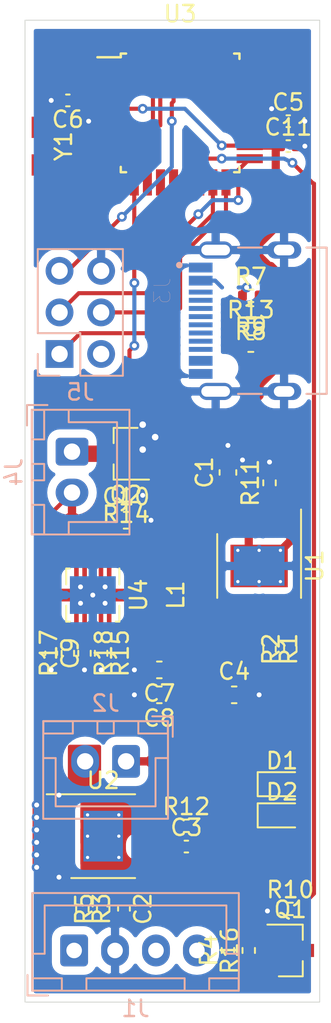
<source format=kicad_pcb>
(kicad_pcb (version 20171130) (host pcbnew 5.1.9-73d0e3b20d~88~ubuntu18.04.1)

  (general
    (thickness 1.6)
    (drawings 4)
    (tracks 205)
    (zones 0)
    (modules 43)
    (nets 58)
  )

  (page A4)
  (layers
    (0 F.Cu signal)
    (31 B.Cu signal)
    (32 B.Adhes user)
    (33 F.Adhes user)
    (34 B.Paste user)
    (35 F.Paste user)
    (36 B.SilkS user)
    (37 F.SilkS user)
    (38 B.Mask user)
    (39 F.Mask user)
    (40 Dwgs.User user)
    (41 Cmts.User user)
    (42 Eco1.User user)
    (43 Eco2.User user)
    (44 Edge.Cuts user)
    (45 Margin user)
    (46 B.CrtYd user)
    (47 F.CrtYd user)
    (48 B.Fab user hide)
    (49 F.Fab user hide)
  )

  (setup
    (last_trace_width 0.25)
    (user_trace_width 0.5)
    (user_trace_width 1)
    (trace_clearance 0.2)
    (zone_clearance 0.508)
    (zone_45_only no)
    (trace_min 0.2)
    (via_size 0.8)
    (via_drill 0.4)
    (via_min_size 0.4)
    (via_min_drill 0.3)
    (user_via 0.6 0.3)
    (uvia_size 0.3)
    (uvia_drill 0.1)
    (uvias_allowed no)
    (uvia_min_size 0.2)
    (uvia_min_drill 0.1)
    (edge_width 0.05)
    (segment_width 0.2)
    (pcb_text_width 0.3)
    (pcb_text_size 1.5 1.5)
    (mod_edge_width 0.12)
    (mod_text_size 1 1)
    (mod_text_width 0.15)
    (pad_size 1.524 1.524)
    (pad_drill 0.762)
    (pad_to_mask_clearance 0)
    (aux_axis_origin 0 0)
    (visible_elements FFFFFF7F)
    (pcbplotparams
      (layerselection 0x010fc_ffffffff)
      (usegerberextensions false)
      (usegerberattributes true)
      (usegerberadvancedattributes true)
      (creategerberjobfile true)
      (excludeedgelayer true)
      (linewidth 0.100000)
      (plotframeref false)
      (viasonmask false)
      (mode 1)
      (useauxorigin false)
      (hpglpennumber 1)
      (hpglpenspeed 20)
      (hpglpendiameter 15.000000)
      (psnegative false)
      (psa4output false)
      (plotreference true)
      (plotvalue true)
      (plotinvisibletext false)
      (padsonsilk false)
      (subtractmaskfromsilk false)
      (outputformat 1)
      (mirror false)
      (drillshape 1)
      (scaleselection 1)
      (outputdirectory ""))
  )

  (net 0 "")
  (net 1 -BATT)
  (net 2 "Net-(C1-Pad1)")
  (net 3 SWITCH)
  (net 4 "Net-(C3-Pad1)")
  (net 5 +BATT)
  (net 6 "Net-(C5-Pad1)")
  (net 7 "Net-(C9-Pad1)")
  (net 8 +VSW)
  (net 9 "Net-(R2-Pad2)")
  (net 10 "Net-(J1-Pad1)")
  (net 11 "Net-(J1-Pad4)")
  (net 12 USB_DET)
  (net 13 +5V)
  (net 14 "Net-(J3-PadB5)")
  (net 15 LED)
  (net 16 "Net-(R11-Pad1)")
  (net 17 "Net-(J3-PadA5)")
  (net 18 HEATER_PWM)
  (net 19 BOOST_EN)
  (net 20 BOOST_MOS)
  (net 21 "Net-(R17-Pad2)")
  (net 22 "Net-(D1-Pad1)")
  (net 23 "Net-(U1-Pad6)")
  (net 24 "Net-(U3-Pad3)")
  (net 25 "Net-(U3-Pad6)")
  (net 26 "Net-(U3-Pad7)")
  (net 27 "Net-(U3-Pad8)")
  (net 28 "Net-(U3-Pad10)")
  (net 29 "Net-(U3-Pad11)")
  (net 30 "Net-(U3-Pad12)")
  (net 31 "Net-(U3-Pad13)")
  (net 32 MOSI)
  (net 33 MISO)
  (net 34 SCK)
  (net 35 "Net-(U3-Pad19)")
  (net 36 "Net-(U3-Pad22)")
  (net 37 A0)
  (net 38 A1)
  (net 39 "Net-(U3-Pad26)")
  (net 40 "Net-(U3-Pad27)")
  (net 41 "Net-(U3-Pad28)")
  (net 42 ~RST)
  (net 43 RX)
  (net 44 TX)
  (net 45 "Net-(L1-Pad2)")
  (net 46 PG)
  (net 47 "Net-(U4-Pad8)")
  (net 48 "Net-(J1-Pad3)")
  (net 49 "Net-(J4-Pad1)")
  (net 50 "Net-(R1-Pad1)")
  (net 51 "Net-(D2-Pad1)")
  (net 52 USB_D-)
  (net 53 USB_D+)
  (net 54 "Net-(J3-PadB8)")
  (net 55 "Net-(J3-PadA8)")
  (net 56 GND)
  (net 57 "Net-(J5-Pad2)")

  (net_class Default "This is the default net class."
    (clearance 0.2)
    (trace_width 0.25)
    (via_dia 0.8)
    (via_drill 0.4)
    (uvia_dia 0.3)
    (uvia_drill 0.1)
    (add_net +5V)
    (add_net +BATT)
    (add_net +VSW)
    (add_net -BATT)
    (add_net A0)
    (add_net A1)
    (add_net BOOST_EN)
    (add_net BOOST_MOS)
    (add_net GND)
    (add_net HEATER_PWM)
    (add_net LED)
    (add_net MISO)
    (add_net MOSI)
    (add_net "Net-(C1-Pad1)")
    (add_net "Net-(C3-Pad1)")
    (add_net "Net-(C5-Pad1)")
    (add_net "Net-(C9-Pad1)")
    (add_net "Net-(D1-Pad1)")
    (add_net "Net-(D2-Pad1)")
    (add_net "Net-(J1-Pad1)")
    (add_net "Net-(J1-Pad3)")
    (add_net "Net-(J1-Pad4)")
    (add_net "Net-(J3-PadA5)")
    (add_net "Net-(J3-PadA8)")
    (add_net "Net-(J3-PadB5)")
    (add_net "Net-(J3-PadB8)")
    (add_net "Net-(J4-Pad1)")
    (add_net "Net-(J5-Pad2)")
    (add_net "Net-(L1-Pad2)")
    (add_net "Net-(R1-Pad1)")
    (add_net "Net-(R11-Pad1)")
    (add_net "Net-(R17-Pad2)")
    (add_net "Net-(R2-Pad2)")
    (add_net "Net-(U1-Pad6)")
    (add_net "Net-(U3-Pad10)")
    (add_net "Net-(U3-Pad11)")
    (add_net "Net-(U3-Pad12)")
    (add_net "Net-(U3-Pad13)")
    (add_net "Net-(U3-Pad19)")
    (add_net "Net-(U3-Pad22)")
    (add_net "Net-(U3-Pad26)")
    (add_net "Net-(U3-Pad27)")
    (add_net "Net-(U3-Pad28)")
    (add_net "Net-(U3-Pad3)")
    (add_net "Net-(U3-Pad6)")
    (add_net "Net-(U3-Pad7)")
    (add_net "Net-(U3-Pad8)")
    (add_net "Net-(U4-Pad8)")
    (add_net PG)
    (add_net RX)
    (add_net SCK)
    (add_net SWITCH)
    (add_net TX)
    (add_net USB_D+)
    (add_net USB_D-)
    (add_net USB_DET)
    (add_net ~RST)
  )

  (module climate_control:ECX-32 (layer F.Cu) (tedit 602D0D4A) (tstamp 602D93B4)
    (at 101.854 107.696 90)
    (path /6050B57C)
    (fp_text reference Y1 (at 0 0.5 90) (layer F.SilkS)
      (effects (font (size 1 1) (thickness 0.15)))
    )
    (fp_text value 8MHz (at 0 -0.5 90) (layer F.Fab)
      (effects (font (size 1 1) (thickness 0.15)))
    )
    (fp_line (start -1.778 1.27) (end -1.778 -1.27) (layer F.CrtYd) (width 0.12))
    (fp_line (start 1.524 1.27) (end -1.778 1.27) (layer F.CrtYd) (width 0.12))
    (fp_line (start 1.524 -1.27) (end 1.524 1.27) (layer F.CrtYd) (width 0.12))
    (fp_line (start -1.778 -1.27) (end 1.524 -1.27) (layer F.CrtYd) (width 0.12))
    (pad 2 smd rect (at -1.15 -0.9 90) (size 1.3 1.1) (layers F.Cu F.Paste F.Mask)
      (net 56 GND))
    (pad 3 smd rect (at 1.15 -0.9 90) (size 1.3 1.1) (layers F.Cu F.Paste F.Mask)
      (net 26 "Net-(U3-Pad7)"))
    (pad 2 smd rect (at 1.15 0.9 90) (size 1.3 1.1) (layers F.Cu F.Paste F.Mask)
      (net 56 GND))
    (pad 1 smd rect (at -1.15 0.9 90) (size 1.3 1.1) (layers F.Cu F.Paste F.Mask)
      (net 27 "Net-(U3-Pad8)"))
  )

  (module Capacitor_SMD:C_0603_1608Metric (layer F.Cu) (tedit 5F68FEEE) (tstamp 602D46E4)
    (at 112.395 127.635 90)
    (descr "Capacitor SMD 0603 (1608 Metric), square (rectangular) end terminal, IPC_7351 nominal, (Body size source: IPC-SM-782 page 76, https://www.pcb-3d.com/wordpress/wp-content/uploads/ipc-sm-782a_amendment_1_and_2.pdf), generated with kicad-footprint-generator")
    (tags capacitor)
    (path /60391863)
    (attr smd)
    (fp_text reference C1 (at 0 -1.43 90) (layer F.SilkS)
      (effects (font (size 1 1) (thickness 0.15)))
    )
    (fp_text value 10uF (at 0 1.43 90) (layer F.Fab)
      (effects (font (size 1 1) (thickness 0.15)))
    )
    (fp_line (start 1.48 0.73) (end -1.48 0.73) (layer F.CrtYd) (width 0.05))
    (fp_line (start 1.48 -0.73) (end 1.48 0.73) (layer F.CrtYd) (width 0.05))
    (fp_line (start -1.48 -0.73) (end 1.48 -0.73) (layer F.CrtYd) (width 0.05))
    (fp_line (start -1.48 0.73) (end -1.48 -0.73) (layer F.CrtYd) (width 0.05))
    (fp_line (start -0.14058 0.51) (end 0.14058 0.51) (layer F.SilkS) (width 0.12))
    (fp_line (start -0.14058 -0.51) (end 0.14058 -0.51) (layer F.SilkS) (width 0.12))
    (fp_line (start 0.8 0.4) (end -0.8 0.4) (layer F.Fab) (width 0.1))
    (fp_line (start 0.8 -0.4) (end 0.8 0.4) (layer F.Fab) (width 0.1))
    (fp_line (start -0.8 -0.4) (end 0.8 -0.4) (layer F.Fab) (width 0.1))
    (fp_line (start -0.8 0.4) (end -0.8 -0.4) (layer F.Fab) (width 0.1))
    (fp_text user %R (at 0 0 90) (layer F.Fab)
      (effects (font (size 0.4 0.4) (thickness 0.06)))
    )
    (pad 2 smd roundrect (at 0.775 0 90) (size 0.9 0.95) (layers F.Cu F.Paste F.Mask) (roundrect_rratio 0.25)
      (net 56 GND))
    (pad 1 smd roundrect (at -0.775 0 90) (size 0.9 0.95) (layers F.Cu F.Paste F.Mask) (roundrect_rratio 0.25)
      (net 2 "Net-(C1-Pad1)"))
    (model ${KISYS3DMOD}/Capacitor_SMD.3dshapes/C_0603_1608Metric.wrl
      (at (xyz 0 0 0))
      (scale (xyz 1 1 1))
      (rotate (xyz 0 0 0))
    )
  )

  (module Capacitor_SMD:C_0603_1608Metric (layer F.Cu) (tedit 5F68FEEE) (tstamp 602D4717)
    (at 112.776 141.224)
    (descr "Capacitor SMD 0603 (1608 Metric), square (rectangular) end terminal, IPC_7351 nominal, (Body size source: IPC-SM-782 page 76, https://www.pcb-3d.com/wordpress/wp-content/uploads/ipc-sm-782a_amendment_1_and_2.pdf), generated with kicad-footprint-generator")
    (tags capacitor)
    (path /60400D7F)
    (attr smd)
    (fp_text reference C4 (at 0 -1.43) (layer F.SilkS)
      (effects (font (size 1 1) (thickness 0.15)))
    )
    (fp_text value 10uF (at 0 1.43) (layer F.Fab)
      (effects (font (size 1 1) (thickness 0.15)))
    )
    (fp_line (start 1.48 0.73) (end -1.48 0.73) (layer F.CrtYd) (width 0.05))
    (fp_line (start 1.48 -0.73) (end 1.48 0.73) (layer F.CrtYd) (width 0.05))
    (fp_line (start -1.48 -0.73) (end 1.48 -0.73) (layer F.CrtYd) (width 0.05))
    (fp_line (start -1.48 0.73) (end -1.48 -0.73) (layer F.CrtYd) (width 0.05))
    (fp_line (start -0.14058 0.51) (end 0.14058 0.51) (layer F.SilkS) (width 0.12))
    (fp_line (start -0.14058 -0.51) (end 0.14058 -0.51) (layer F.SilkS) (width 0.12))
    (fp_line (start 0.8 0.4) (end -0.8 0.4) (layer F.Fab) (width 0.1))
    (fp_line (start 0.8 -0.4) (end 0.8 0.4) (layer F.Fab) (width 0.1))
    (fp_line (start -0.8 -0.4) (end 0.8 -0.4) (layer F.Fab) (width 0.1))
    (fp_line (start -0.8 0.4) (end -0.8 -0.4) (layer F.Fab) (width 0.1))
    (fp_text user %R (at 0 0) (layer F.Fab)
      (effects (font (size 0.4 0.4) (thickness 0.06)))
    )
    (pad 2 smd roundrect (at 0.775 0) (size 0.9 0.95) (layers F.Cu F.Paste F.Mask) (roundrect_rratio 0.25)
      (net 56 GND))
    (pad 1 smd roundrect (at -0.775 0) (size 0.9 0.95) (layers F.Cu F.Paste F.Mask) (roundrect_rratio 0.25)
      (net 5 +BATT))
    (model ${KISYS3DMOD}/Capacitor_SMD.3dshapes/C_0603_1608Metric.wrl
      (at (xyz 0 0 0))
      (scale (xyz 1 1 1))
      (rotate (xyz 0 0 0))
    )
  )

  (module Capacitor_SMD:C_0603_1608Metric (layer F.Cu) (tedit 5F68FEEE) (tstamp 602D474A)
    (at 108.204 139.7 180)
    (descr "Capacitor SMD 0603 (1608 Metric), square (rectangular) end terminal, IPC_7351 nominal, (Body size source: IPC-SM-782 page 76, https://www.pcb-3d.com/wordpress/wp-content/uploads/ipc-sm-782a_amendment_1_and_2.pdf), generated with kicad-footprint-generator")
    (tags capacitor)
    (path /60316772)
    (attr smd)
    (fp_text reference C7 (at 0 -1.43) (layer F.SilkS)
      (effects (font (size 1 1) (thickness 0.15)))
    )
    (fp_text value 10uF (at 0 1.43) (layer F.Fab)
      (effects (font (size 1 1) (thickness 0.15)))
    )
    (fp_line (start 1.48 0.73) (end -1.48 0.73) (layer F.CrtYd) (width 0.05))
    (fp_line (start 1.48 -0.73) (end 1.48 0.73) (layer F.CrtYd) (width 0.05))
    (fp_line (start -1.48 -0.73) (end 1.48 -0.73) (layer F.CrtYd) (width 0.05))
    (fp_line (start -1.48 0.73) (end -1.48 -0.73) (layer F.CrtYd) (width 0.05))
    (fp_line (start -0.14058 0.51) (end 0.14058 0.51) (layer F.SilkS) (width 0.12))
    (fp_line (start -0.14058 -0.51) (end 0.14058 -0.51) (layer F.SilkS) (width 0.12))
    (fp_line (start 0.8 0.4) (end -0.8 0.4) (layer F.Fab) (width 0.1))
    (fp_line (start 0.8 -0.4) (end 0.8 0.4) (layer F.Fab) (width 0.1))
    (fp_line (start -0.8 -0.4) (end 0.8 -0.4) (layer F.Fab) (width 0.1))
    (fp_line (start -0.8 0.4) (end -0.8 -0.4) (layer F.Fab) (width 0.1))
    (fp_text user %R (at 0 0) (layer F.Fab)
      (effects (font (size 0.4 0.4) (thickness 0.06)))
    )
    (pad 2 smd roundrect (at 0.775 0 180) (size 0.9 0.95) (layers F.Cu F.Paste F.Mask) (roundrect_rratio 0.25)
      (net 56 GND))
    (pad 1 smd roundrect (at -0.775 0 180) (size 0.9 0.95) (layers F.Cu F.Paste F.Mask) (roundrect_rratio 0.25)
      (net 5 +BATT))
    (model ${KISYS3DMOD}/Capacitor_SMD.3dshapes/C_0603_1608Metric.wrl
      (at (xyz 0 0 0))
      (scale (xyz 1 1 1))
      (rotate (xyz 0 0 0))
    )
  )

  (module Capacitor_SMD:C_0603_1608Metric (layer F.Cu) (tedit 5F68FEEE) (tstamp 602D62FE)
    (at 108.204 141.224 180)
    (descr "Capacitor SMD 0603 (1608 Metric), square (rectangular) end terminal, IPC_7351 nominal, (Body size source: IPC-SM-782 page 76, https://www.pcb-3d.com/wordpress/wp-content/uploads/ipc-sm-782a_amendment_1_and_2.pdf), generated with kicad-footprint-generator")
    (tags capacitor)
    (path /602FB939)
    (attr smd)
    (fp_text reference C8 (at 0 -1.43) (layer F.SilkS)
      (effects (font (size 1 1) (thickness 0.15)))
    )
    (fp_text value 10uF (at 0 1.43) (layer F.Fab)
      (effects (font (size 1 1) (thickness 0.15)))
    )
    (fp_line (start -0.8 0.4) (end -0.8 -0.4) (layer F.Fab) (width 0.1))
    (fp_line (start -0.8 -0.4) (end 0.8 -0.4) (layer F.Fab) (width 0.1))
    (fp_line (start 0.8 -0.4) (end 0.8 0.4) (layer F.Fab) (width 0.1))
    (fp_line (start 0.8 0.4) (end -0.8 0.4) (layer F.Fab) (width 0.1))
    (fp_line (start -0.14058 -0.51) (end 0.14058 -0.51) (layer F.SilkS) (width 0.12))
    (fp_line (start -0.14058 0.51) (end 0.14058 0.51) (layer F.SilkS) (width 0.12))
    (fp_line (start -1.48 0.73) (end -1.48 -0.73) (layer F.CrtYd) (width 0.05))
    (fp_line (start -1.48 -0.73) (end 1.48 -0.73) (layer F.CrtYd) (width 0.05))
    (fp_line (start 1.48 -0.73) (end 1.48 0.73) (layer F.CrtYd) (width 0.05))
    (fp_line (start 1.48 0.73) (end -1.48 0.73) (layer F.CrtYd) (width 0.05))
    (fp_text user %R (at 0 0) (layer F.Fab)
      (effects (font (size 0.4 0.4) (thickness 0.06)))
    )
    (pad 1 smd roundrect (at -0.775 0 180) (size 0.9 0.95) (layers F.Cu F.Paste F.Mask) (roundrect_rratio 0.25)
      (net 5 +BATT))
    (pad 2 smd roundrect (at 0.775 0 180) (size 0.9 0.95) (layers F.Cu F.Paste F.Mask) (roundrect_rratio 0.25)
      (net 56 GND))
    (model ${KISYS3DMOD}/Capacitor_SMD.3dshapes/C_0603_1608Metric.wrl
      (at (xyz 0 0 0))
      (scale (xyz 1 1 1))
      (rotate (xyz 0 0 0))
    )
  )

  (module Capacitor_SMD:C_0603_1608Metric (layer F.Cu) (tedit 5F68FEEE) (tstamp 602D477D)
    (at 106.172 130.556)
    (descr "Capacitor SMD 0603 (1608 Metric), square (rectangular) end terminal, IPC_7351 nominal, (Body size source: IPC-SM-782 page 76, https://www.pcb-3d.com/wordpress/wp-content/uploads/ipc-sm-782a_amendment_1_and_2.pdf), generated with kicad-footprint-generator")
    (tags capacitor)
    (path /602EF5DF)
    (attr smd)
    (fp_text reference C10 (at 0 -1.43) (layer F.SilkS)
      (effects (font (size 1 1) (thickness 0.15)))
    )
    (fp_text value 10uF (at 0 1.43) (layer F.Fab)
      (effects (font (size 1 1) (thickness 0.15)))
    )
    (fp_line (start -0.8 0.4) (end -0.8 -0.4) (layer F.Fab) (width 0.1))
    (fp_line (start -0.8 -0.4) (end 0.8 -0.4) (layer F.Fab) (width 0.1))
    (fp_line (start 0.8 -0.4) (end 0.8 0.4) (layer F.Fab) (width 0.1))
    (fp_line (start 0.8 0.4) (end -0.8 0.4) (layer F.Fab) (width 0.1))
    (fp_line (start -0.14058 -0.51) (end 0.14058 -0.51) (layer F.SilkS) (width 0.12))
    (fp_line (start -0.14058 0.51) (end 0.14058 0.51) (layer F.SilkS) (width 0.12))
    (fp_line (start -1.48 0.73) (end -1.48 -0.73) (layer F.CrtYd) (width 0.05))
    (fp_line (start -1.48 -0.73) (end 1.48 -0.73) (layer F.CrtYd) (width 0.05))
    (fp_line (start 1.48 -0.73) (end 1.48 0.73) (layer F.CrtYd) (width 0.05))
    (fp_line (start 1.48 0.73) (end -1.48 0.73) (layer F.CrtYd) (width 0.05))
    (fp_text user %R (at 0 0) (layer F.Fab)
      (effects (font (size 0.4 0.4) (thickness 0.06)))
    )
    (pad 1 smd roundrect (at -0.775 0) (size 0.9 0.95) (layers F.Cu F.Paste F.Mask) (roundrect_rratio 0.25)
      (net 8 +VSW))
    (pad 2 smd roundrect (at 0.775 0) (size 0.9 0.95) (layers F.Cu F.Paste F.Mask) (roundrect_rratio 0.25)
      (net 56 GND))
    (model ${KISYS3DMOD}/Capacitor_SMD.3dshapes/C_0603_1608Metric.wrl
      (at (xyz 0 0 0))
      (scale (xyz 1 1 1))
      (rotate (xyz 0 0 0))
    )
  )

  (module climate_control:SOP8-EPAD (layer F.Cu) (tedit 602C1485) (tstamp 602D48C4)
    (at 114.3 133.35 270)
    (descr "SOP8 with thermal vias")
    (tags SOP8)
    (path /6038E85A)
    (attr smd)
    (fp_text reference U1 (at 0 -3.4 90) (layer F.SilkS)
      (effects (font (size 1 1) (thickness 0.15)))
    )
    (fp_text value TP4056 (at 0 3.4 90) (layer F.Fab)
      (effects (font (size 1 1) (thickness 0.15)))
    )
    (fp_line (start 0 2.56) (end 1.95 2.56) (layer F.SilkS) (width 0.12))
    (fp_line (start 0 2.56) (end -1.95 2.56) (layer F.SilkS) (width 0.12))
    (fp_line (start 0 -2.56) (end 1.95 -2.56) (layer F.SilkS) (width 0.12))
    (fp_line (start 0 -2.56) (end -3.45 -2.56) (layer F.SilkS) (width 0.12))
    (fp_line (start -0.975 -2.45) (end 1.95 -2.45) (layer F.Fab) (width 0.1))
    (fp_line (start 1.95 -2.45) (end 1.95 2.45) (layer F.Fab) (width 0.1))
    (fp_line (start 1.95 2.45) (end -1.95 2.45) (layer F.Fab) (width 0.1))
    (fp_line (start -1.95 2.45) (end -1.95 -1.475) (layer F.Fab) (width 0.1))
    (fp_line (start -1.95 -1.475) (end -0.975 -2.45) (layer F.Fab) (width 0.1))
    (fp_line (start -3.7 -2.7) (end -3.7 2.7) (layer F.CrtYd) (width 0.05))
    (fp_line (start -3.7 2.7) (end 3.7 2.7) (layer F.CrtYd) (width 0.05))
    (fp_line (start 3.7 2.7) (end 3.7 -2.7) (layer F.CrtYd) (width 0.05))
    (fp_line (start 3.7 -2.7) (end -3.7 -2.7) (layer F.CrtYd) (width 0.05))
    (fp_text user %R (at 0 0 90) (layer F.Fab)
      (effects (font (size 0.98 0.98) (thickness 0.15)))
    )
    (pad "" smd roundrect (at 0.6 0.775 270) (size 0.97 1.25) (layers F.Paste) (roundrect_rratio 0.25))
    (pad "" smd roundrect (at 0.6 -0.775 270) (size 0.97 1.25) (layers F.Paste) (roundrect_rratio 0.25))
    (pad "" smd roundrect (at -0.6 0.775 270) (size 0.97 1.25) (layers F.Paste) (roundrect_rratio 0.25))
    (pad "" smd roundrect (at -0.6 -0.775 270) (size 0.97 1.25) (layers F.Paste) (roundrect_rratio 0.25))
    (pad 9 smd rect (at 0 0 270) (size 2.41 3.1) (layers B.Cu)
      (net 56 GND))
    (pad 9 thru_hole circle (at 0.955 1.3 270) (size 0.5 0.5) (drill 0.2) (layers *.Cu)
      (net 56 GND))
    (pad 9 thru_hole circle (at -0.955 1.3 270) (size 0.5 0.5) (drill 0.2) (layers *.Cu)
      (net 56 GND))
    (pad 9 thru_hole circle (at 0.955 0 270) (size 0.5 0.5) (drill 0.2) (layers *.Cu)
      (net 56 GND))
    (pad 9 thru_hole circle (at -0.955 0 270) (size 0.5 0.5) (drill 0.2) (layers *.Cu)
      (net 56 GND))
    (pad 9 thru_hole circle (at 0.955 -1.3 270) (size 0.5 0.5) (drill 0.2) (layers *.Cu)
      (net 56 GND))
    (pad 9 thru_hole circle (at -0.955 -1.3 270) (size 0.5 0.5) (drill 0.2) (layers *.Cu)
      (net 56 GND))
    (pad 9 smd rect (at 0 0 270) (size 2.6 3.5) (layers F.Cu F.Mask)
      (net 56 GND))
    (pad 8 smd roundrect (at 2.7 -1.905 270) (size 1.6 0.6) (layers F.Cu F.Paste F.Mask) (roundrect_rratio 0.25)
      (net 9 "Net-(R2-Pad2)"))
    (pad 7 smd roundrect (at 2.7 -0.635 270) (size 1.6 0.6) (layers F.Cu F.Paste F.Mask) (roundrect_rratio 0.25)
      (net 50 "Net-(R1-Pad1)"))
    (pad 6 smd roundrect (at 2.7 0.635 270) (size 1.6 0.6) (layers F.Cu F.Paste F.Mask) (roundrect_rratio 0.25)
      (net 23 "Net-(U1-Pad6)"))
    (pad 5 smd roundrect (at 2.7 1.905 270) (size 1.6 0.6) (layers F.Cu F.Paste F.Mask) (roundrect_rratio 0.25)
      (net 5 +BATT))
    (pad 4 smd roundrect (at -2.7 1.905 270) (size 1.6 0.6) (layers F.Cu F.Paste F.Mask) (roundrect_rratio 0.25)
      (net 2 "Net-(C1-Pad1)"))
    (pad 3 smd roundrect (at -2.7 0.635 270) (size 1.6 0.6) (layers F.Cu F.Paste F.Mask) (roundrect_rratio 0.25)
      (net 56 GND))
    (pad 2 smd roundrect (at -2.7 -0.635 270) (size 1.6 0.6) (layers F.Cu F.Paste F.Mask) (roundrect_rratio 0.25)
      (net 16 "Net-(R11-Pad1)"))
    (pad 1 smd roundrect (at -2.7 -1.905 270) (size 1.6 0.6) (layers F.Cu F.Paste F.Mask) (roundrect_rratio 0.25)
      (net 56 GND))
    (model ${KISYS3DMOD}/Package_SO.3dshapes/HSOP-8-1EP_3.9x4.9mm_P1.27mm_EP2.41x3.1mm.wrl
      (at (xyz 0 0 0))
      (scale (xyz 1 1 1))
      (rotate (xyz 0 0 0))
    )
  )

  (module climate_control:SOP8-EPAD (layer F.Cu) (tedit 602C1485) (tstamp 602D48EA)
    (at 104.775 149.86)
    (descr "SOP8 with thermal vias")
    (tags SOP8)
    (path /602C9292)
    (attr smd)
    (fp_text reference U2 (at 0 -3.4) (layer F.SilkS)
      (effects (font (size 1 1) (thickness 0.15)))
    )
    (fp_text value XB8089A (at 0 3.4) (layer F.Fab)
      (effects (font (size 1 1) (thickness 0.15)))
    )
    (fp_line (start 3.7 -2.7) (end -3.7 -2.7) (layer F.CrtYd) (width 0.05))
    (fp_line (start 3.7 2.7) (end 3.7 -2.7) (layer F.CrtYd) (width 0.05))
    (fp_line (start -3.7 2.7) (end 3.7 2.7) (layer F.CrtYd) (width 0.05))
    (fp_line (start -3.7 -2.7) (end -3.7 2.7) (layer F.CrtYd) (width 0.05))
    (fp_line (start -1.95 -1.475) (end -0.975 -2.45) (layer F.Fab) (width 0.1))
    (fp_line (start -1.95 2.45) (end -1.95 -1.475) (layer F.Fab) (width 0.1))
    (fp_line (start 1.95 2.45) (end -1.95 2.45) (layer F.Fab) (width 0.1))
    (fp_line (start 1.95 -2.45) (end 1.95 2.45) (layer F.Fab) (width 0.1))
    (fp_line (start -0.975 -2.45) (end 1.95 -2.45) (layer F.Fab) (width 0.1))
    (fp_line (start 0 -2.56) (end -3.45 -2.56) (layer F.SilkS) (width 0.12))
    (fp_line (start 0 -2.56) (end 1.95 -2.56) (layer F.SilkS) (width 0.12))
    (fp_line (start 0 2.56) (end -1.95 2.56) (layer F.SilkS) (width 0.12))
    (fp_line (start 0 2.56) (end 1.95 2.56) (layer F.SilkS) (width 0.12))
    (fp_text user %R (at 0 0) (layer F.Fab)
      (effects (font (size 0.98 0.98) (thickness 0.15)))
    )
    (pad 1 smd roundrect (at -2.7 -1.905) (size 1.6 0.6) (layers F.Cu F.Paste F.Mask) (roundrect_rratio 0.25)
      (net 56 GND))
    (pad 2 smd roundrect (at -2.7 -0.635) (size 1.6 0.6) (layers F.Cu F.Paste F.Mask) (roundrect_rratio 0.25)
      (net 56 GND))
    (pad 3 smd roundrect (at -2.7 0.635) (size 1.6 0.6) (layers F.Cu F.Paste F.Mask) (roundrect_rratio 0.25)
      (net 56 GND))
    (pad 4 smd roundrect (at -2.7 1.905) (size 1.6 0.6) (layers F.Cu F.Paste F.Mask) (roundrect_rratio 0.25)
      (net 56 GND))
    (pad 5 smd roundrect (at 2.7 1.905) (size 1.6 0.6) (layers F.Cu F.Paste F.Mask) (roundrect_rratio 0.25)
      (net 1 -BATT))
    (pad 6 smd roundrect (at 2.7 0.635) (size 1.6 0.6) (layers F.Cu F.Paste F.Mask) (roundrect_rratio 0.25)
      (net 4 "Net-(C3-Pad1)"))
    (pad 7 smd roundrect (at 2.7 -0.635) (size 1.6 0.6) (layers F.Cu F.Paste F.Mask) (roundrect_rratio 0.25)
      (net 1 -BATT))
    (pad 8 smd roundrect (at 2.7 -1.905) (size 1.6 0.6) (layers F.Cu F.Paste F.Mask) (roundrect_rratio 0.25)
      (net 1 -BATT))
    (pad 9 smd rect (at 0 0) (size 2.6 3.5) (layers F.Cu F.Mask)
      (net 1 -BATT))
    (pad 9 thru_hole circle (at -0.955 -1.3) (size 0.5 0.5) (drill 0.2) (layers *.Cu)
      (net 1 -BATT))
    (pad 9 thru_hole circle (at 0.955 -1.3) (size 0.5 0.5) (drill 0.2) (layers *.Cu)
      (net 1 -BATT))
    (pad 9 thru_hole circle (at -0.955 0) (size 0.5 0.5) (drill 0.2) (layers *.Cu)
      (net 1 -BATT))
    (pad 9 thru_hole circle (at 0.955 0) (size 0.5 0.5) (drill 0.2) (layers *.Cu)
      (net 1 -BATT))
    (pad 9 thru_hole circle (at -0.955 1.3) (size 0.5 0.5) (drill 0.2) (layers *.Cu)
      (net 1 -BATT))
    (pad 9 thru_hole circle (at 0.955 1.3) (size 0.5 0.5) (drill 0.2) (layers *.Cu)
      (net 1 -BATT))
    (pad 9 smd rect (at 0 0) (size 2.41 3.1) (layers B.Cu)
      (net 1 -BATT))
    (pad "" smd roundrect (at -0.6 -0.775) (size 0.97 1.25) (layers F.Paste) (roundrect_rratio 0.25))
    (pad "" smd roundrect (at -0.6 0.775) (size 0.97 1.25) (layers F.Paste) (roundrect_rratio 0.25))
    (pad "" smd roundrect (at 0.6 -0.775) (size 0.97 1.25) (layers F.Paste) (roundrect_rratio 0.25))
    (pad "" smd roundrect (at 0.6 0.775) (size 0.97 1.25) (layers F.Paste) (roundrect_rratio 0.25))
    (model ${KISYS3DMOD}/Package_SO.3dshapes/HSOP-8-1EP_3.9x4.9mm_P1.27mm_EP2.41x3.1mm.wrl
      (at (xyz 0 0 0))
      (scale (xyz 1 1 1))
      (rotate (xyz 0 0 0))
    )
  )

  (module Package_QFP:TQFP-32_7x7mm_P0.8mm (layer F.Cu) (tedit 5A02F146) (tstamp 602D35D5)
    (at 109.474 105.664)
    (descr "32-Lead Plastic Thin Quad Flatpack (PT) - 7x7x1.0 mm Body, 2.00 mm [TQFP] (see Microchip Packaging Specification 00000049BS.pdf)")
    (tags "QFP 0.8")
    (path /604A2C61)
    (attr smd)
    (fp_text reference U3 (at 0 -6.05) (layer F.SilkS)
      (effects (font (size 1 1) (thickness 0.15)))
    )
    (fp_text value ATmega328PB-AU (at 0 6.05) (layer F.Fab)
      (effects (font (size 1 1) (thickness 0.15)))
    )
    (fp_line (start -2.5 -3.5) (end 3.5 -3.5) (layer F.Fab) (width 0.15))
    (fp_line (start 3.5 -3.5) (end 3.5 3.5) (layer F.Fab) (width 0.15))
    (fp_line (start 3.5 3.5) (end -3.5 3.5) (layer F.Fab) (width 0.15))
    (fp_line (start -3.5 3.5) (end -3.5 -2.5) (layer F.Fab) (width 0.15))
    (fp_line (start -3.5 -2.5) (end -2.5 -3.5) (layer F.Fab) (width 0.15))
    (fp_line (start -5.3 -5.3) (end -5.3 5.3) (layer F.CrtYd) (width 0.05))
    (fp_line (start 5.3 -5.3) (end 5.3 5.3) (layer F.CrtYd) (width 0.05))
    (fp_line (start -5.3 -5.3) (end 5.3 -5.3) (layer F.CrtYd) (width 0.05))
    (fp_line (start -5.3 5.3) (end 5.3 5.3) (layer F.CrtYd) (width 0.05))
    (fp_line (start -3.625 -3.625) (end -3.625 -3.4) (layer F.SilkS) (width 0.15))
    (fp_line (start 3.625 -3.625) (end 3.625 -3.3) (layer F.SilkS) (width 0.15))
    (fp_line (start 3.625 3.625) (end 3.625 3.3) (layer F.SilkS) (width 0.15))
    (fp_line (start -3.625 3.625) (end -3.625 3.3) (layer F.SilkS) (width 0.15))
    (fp_line (start -3.625 -3.625) (end -3.3 -3.625) (layer F.SilkS) (width 0.15))
    (fp_line (start -3.625 3.625) (end -3.3 3.625) (layer F.SilkS) (width 0.15))
    (fp_line (start 3.625 3.625) (end 3.3 3.625) (layer F.SilkS) (width 0.15))
    (fp_line (start 3.625 -3.625) (end 3.3 -3.625) (layer F.SilkS) (width 0.15))
    (fp_line (start -3.625 -3.4) (end -5.05 -3.4) (layer F.SilkS) (width 0.15))
    (fp_text user %R (at 0 0) (layer F.Fab)
      (effects (font (size 1 1) (thickness 0.15)))
    )
    (pad 1 smd rect (at -4.25 -2.8) (size 1.6 0.55) (layers F.Cu F.Paste F.Mask)
      (net 19 BOOST_EN))
    (pad 2 smd rect (at -4.25 -2) (size 1.6 0.55) (layers F.Cu F.Paste F.Mask)
      (net 20 BOOST_MOS))
    (pad 3 smd rect (at -4.25 -1.2) (size 1.6 0.55) (layers F.Cu F.Paste F.Mask)
      (net 24 "Net-(U3-Pad3)"))
    (pad 4 smd rect (at -4.25 -0.4) (size 1.6 0.55) (layers F.Cu F.Paste F.Mask)
      (net 5 +BATT))
    (pad 5 smd rect (at -4.25 0.4) (size 1.6 0.55) (layers F.Cu F.Paste F.Mask)
      (net 56 GND))
    (pad 6 smd rect (at -4.25 1.2) (size 1.6 0.55) (layers F.Cu F.Paste F.Mask)
      (net 25 "Net-(U3-Pad6)"))
    (pad 7 smd rect (at -4.25 2) (size 1.6 0.55) (layers F.Cu F.Paste F.Mask)
      (net 26 "Net-(U3-Pad7)"))
    (pad 8 smd rect (at -4.25 2.8) (size 1.6 0.55) (layers F.Cu F.Paste F.Mask)
      (net 27 "Net-(U3-Pad8)"))
    (pad 9 smd rect (at -2.8 4.25 90) (size 1.6 0.55) (layers F.Cu F.Paste F.Mask)
      (net 18 HEATER_PWM))
    (pad 10 smd rect (at -2 4.25 90) (size 1.6 0.55) (layers F.Cu F.Paste F.Mask)
      (net 28 "Net-(U3-Pad10)"))
    (pad 11 smd rect (at -1.2 4.25 90) (size 1.6 0.55) (layers F.Cu F.Paste F.Mask)
      (net 29 "Net-(U3-Pad11)"))
    (pad 12 smd rect (at -0.4 4.25 90) (size 1.6 0.55) (layers F.Cu F.Paste F.Mask)
      (net 30 "Net-(U3-Pad12)"))
    (pad 13 smd rect (at 0.4 4.25 90) (size 1.6 0.55) (layers F.Cu F.Paste F.Mask)
      (net 31 "Net-(U3-Pad13)"))
    (pad 14 smd rect (at 1.2 4.25 90) (size 1.6 0.55) (layers F.Cu F.Paste F.Mask)
      (net 15 LED))
    (pad 15 smd rect (at 2 4.25 90) (size 1.6 0.55) (layers F.Cu F.Paste F.Mask)
      (net 32 MOSI))
    (pad 16 smd rect (at 2.8 4.25 90) (size 1.6 0.55) (layers F.Cu F.Paste F.Mask)
      (net 33 MISO))
    (pad 17 smd rect (at 4.25 2.8) (size 1.6 0.55) (layers F.Cu F.Paste F.Mask)
      (net 34 SCK))
    (pad 18 smd rect (at 4.25 2) (size 1.6 0.55) (layers F.Cu F.Paste F.Mask)
      (net 5 +BATT))
    (pad 19 smd rect (at 4.25 1.2) (size 1.6 0.55) (layers F.Cu F.Paste F.Mask)
      (net 35 "Net-(U3-Pad19)"))
    (pad 20 smd rect (at 4.25 0.4) (size 1.6 0.55) (layers F.Cu F.Paste F.Mask)
      (net 6 "Net-(C5-Pad1)"))
    (pad 21 smd rect (at 4.25 -0.4) (size 1.6 0.55) (layers F.Cu F.Paste F.Mask)
      (net 56 GND))
    (pad 22 smd rect (at 4.25 -1.2) (size 1.6 0.55) (layers F.Cu F.Paste F.Mask)
      (net 36 "Net-(U3-Pad22)"))
    (pad 23 smd rect (at 4.25 -2) (size 1.6 0.55) (layers F.Cu F.Paste F.Mask)
      (net 37 A0))
    (pad 24 smd rect (at 4.25 -2.8) (size 1.6 0.55) (layers F.Cu F.Paste F.Mask)
      (net 38 A1))
    (pad 25 smd rect (at 2.8 -4.25 90) (size 1.6 0.55) (layers F.Cu F.Paste F.Mask)
      (net 12 USB_DET))
    (pad 26 smd rect (at 2 -4.25 90) (size 1.6 0.55) (layers F.Cu F.Paste F.Mask)
      (net 39 "Net-(U3-Pad26)"))
    (pad 27 smd rect (at 1.2 -4.25 90) (size 1.6 0.55) (layers F.Cu F.Paste F.Mask)
      (net 40 "Net-(U3-Pad27)"))
    (pad 28 smd rect (at 0.4 -4.25 90) (size 1.6 0.55) (layers F.Cu F.Paste F.Mask)
      (net 41 "Net-(U3-Pad28)"))
    (pad 29 smd rect (at -0.4 -4.25 90) (size 1.6 0.55) (layers F.Cu F.Paste F.Mask)
      (net 42 ~RST))
    (pad 30 smd rect (at -1.2 -4.25 90) (size 1.6 0.55) (layers F.Cu F.Paste F.Mask)
      (net 43 RX))
    (pad 31 smd rect (at -2 -4.25 90) (size 1.6 0.55) (layers F.Cu F.Paste F.Mask)
      (net 44 TX))
    (pad 32 smd rect (at -2.8 -4.25 90) (size 1.6 0.55) (layers F.Cu F.Paste F.Mask)
      (net 3 SWITCH))
    (model ${KISYS3DMOD}/Package_QFP.3dshapes/TQFP-32_7x7mm_P0.8mm.wrl
      (at (xyz 0 0 0))
      (scale (xyz 1 1 1))
      (rotate (xyz 0 0 0))
    )
  )

  (module Package_SON:Texas_S-PVSON-N10_ThermalVias (layer F.Cu) (tedit 5A8E06E8) (tstamp 602D495D)
    (at 104.14 135.128 270)
    (descr "3x3mm Body, 0.5mm Pitch, S-PVSON-N10, DRC, http://www.ti.com/lit/ds/symlink/tps61201.pdf")
    (tags "0.5 S-PVSON-N10 DRC")
    (path /602C7A38)
    (attr smd)
    (fp_text reference U4 (at 0 -2.8 90) (layer F.SilkS)
      (effects (font (size 1 1) (thickness 0.15)))
    )
    (fp_text value TPS61230DRC (at 0 2.9 90) (layer F.Fab)
      (effects (font (size 1 1) (thickness 0.15)))
    )
    (fp_line (start -0.775 -1.55) (end -1.55 -0.775) (layer F.Fab) (width 0.1))
    (fp_line (start -1.55 1.55) (end -1.55 -0.775) (layer F.Fab) (width 0.1))
    (fp_line (start 1.55 1.55) (end -1.55 1.55) (layer F.Fab) (width 0.1))
    (fp_line (start 1.55 -1.55) (end 1.55 1.55) (layer F.Fab) (width 0.1))
    (fp_line (start -0.775 -1.55) (end 1.55 -1.55) (layer F.Fab) (width 0.1))
    (fp_line (start -2.15 -2.15) (end -2.15 2.15) (layer F.CrtYd) (width 0.05))
    (fp_line (start 2.15 -2.15) (end 2.15 2.15) (layer F.CrtYd) (width 0.05))
    (fp_line (start -2.15 -2.15) (end 2.15 -2.15) (layer F.CrtYd) (width 0.05))
    (fp_line (start -2.15 2.15) (end 2.15 2.15) (layer F.CrtYd) (width 0.05))
    (fp_line (start 0.65 1.625) (end 1.625 1.625) (layer F.SilkS) (width 0.12))
    (fp_line (start -1.625 -1.625) (end -0.65 -1.625) (layer F.SilkS) (width 0.12))
    (fp_line (start 0.65 -1.625) (end 1.625 -1.625) (layer F.SilkS) (width 0.12))
    (fp_line (start -1.625 1.625) (end -0.65 1.625) (layer F.SilkS) (width 0.12))
    (fp_line (start 1.625 -1.4) (end 1.625 -1.625) (layer F.SilkS) (width 0.12))
    (fp_line (start 1.625 1.4) (end 1.625 1.625) (layer F.SilkS) (width 0.12))
    (fp_line (start -1.625 1.625) (end -1.625 1.4) (layer F.SilkS) (width 0.12))
    (fp_text user %R (at 0 0 90) (layer F.Fab)
      (effects (font (size 0.7 0.7) (thickness 0.1)))
    )
    (pad 1 smd oval (at -1.475 -1 270) (size 0.85 0.28) (layers F.Cu F.Paste F.Mask)
      (net 45 "Net-(L1-Pad2)") (solder_mask_margin 0.07) (solder_paste_margin -0.025))
    (pad 2 smd oval (at -1.475 -0.5 270) (size 0.85 0.28) (layers F.Cu F.Paste F.Mask)
      (net 45 "Net-(L1-Pad2)") (solder_mask_margin 0.07) (solder_paste_margin -0.025))
    (pad 3 smd rect (at -1.76 0 270) (size 0.28 0.28) (layers F.Cu F.Paste F.Mask)
      (net 8 +VSW) (solder_mask_margin 0.07) (solder_paste_margin -0.025))
    (pad 4 smd oval (at -1.475 0.5 270) (size 0.85 0.28) (layers F.Cu F.Paste F.Mask)
      (net 8 +VSW) (solder_mask_margin 0.07) (solder_paste_margin -0.025))
    (pad 5 smd rect (at -1.76 1 270) (size 0.28 0.28) (layers F.Cu F.Paste F.Mask)
      (net 46 PG) (solder_mask_margin 0.07) (solder_paste_margin -0.025))
    (pad 6 smd oval (at 1.475 1 270) (size 0.85 0.28) (layers F.Cu F.Paste F.Mask)
      (net 7 "Net-(C9-Pad1)") (solder_mask_margin 0.07) (solder_paste_margin -0.025))
    (pad 7 smd oval (at 1.475 0.5 270) (size 0.85 0.28) (layers F.Cu F.Paste F.Mask)
      (net 21 "Net-(R17-Pad2)") (solder_mask_margin 0.07) (solder_paste_margin -0.025))
    (pad 8 smd rect (at 1.76 0 270) (size 0.28 0.28) (layers F.Cu F.Paste F.Mask)
      (net 47 "Net-(U4-Pad8)") (solder_mask_margin 0.07) (solder_paste_margin -0.025))
    (pad 9 smd rect (at 1.76 -0.5 270) (size 0.28 0.28) (layers F.Cu F.Paste F.Mask)
      (net 19 BOOST_EN) (solder_mask_margin 0.07) (solder_paste_margin -0.025))
    (pad 10 smd rect (at 1.76 -1 270) (size 0.28 0.28) (layers F.Cu F.Paste F.Mask)
      (net 5 +BATT) (solder_mask_margin 0.07) (solder_paste_margin -0.025))
    (pad 11 smd rect (at -0.45 -0.635 270) (size 0.68 1.05) (layers F.Cu F.Paste F.Mask)
      (net 56 GND))
    (pad 11 smd rect (at -0.25 -1.55 270) (size 0.28 0.7) (layers F.Cu F.Mask)
      (net 56 GND))
    (pad 11 smd rect (at -0.25 -1.63 270) (size 0.26 0.5) (layers F.Cu F.Paste F.Mask)
      (net 56 GND))
    (pad 11 smd rect (at 0.25 -1.55 270) (size 0.28 0.7) (layers F.Cu F.Mask)
      (net 56 GND))
    (pad 11 smd rect (at -0.25 1.55 270) (size 0.28 0.7) (layers F.Cu F.Mask)
      (net 56 GND))
    (pad 11 smd rect (at 0.25 1.55 270) (size 0.28 0.7) (layers F.Cu F.Mask)
      (net 56 GND))
    (pad 11 smd rect (at 0.25 -1.63 270) (size 0.26 0.5) (layers F.Cu F.Paste F.Mask)
      (net 56 GND))
    (pad 11 smd rect (at -0.25 1.63 270) (size 0.26 0.5) (layers F.Cu F.Paste F.Mask)
      (net 56 GND))
    (pad 11 smd rect (at 0.25 1.63 270) (size 0.26 0.5) (layers F.Cu F.Paste F.Mask)
      (net 56 GND))
    (pad 11 smd rect (at 0.45 -0.635 270) (size 0.68 1.05) (layers F.Cu F.Paste F.Mask)
      (net 56 GND))
    (pad 11 smd rect (at -0.45 0.635 270) (size 0.68 1.05) (layers F.Cu F.Paste F.Mask)
      (net 56 GND))
    (pad 11 smd rect (at 0.45 0.635 270) (size 0.68 1.05) (layers F.Cu F.Paste F.Mask)
      (net 56 GND))
    (pad 11 smd rect (at 0 0 270) (size 1.65 2.4) (layers F.Cu F.Mask)
      (net 56 GND))
    (pad 1 smd rect (at -1.76 -1 270) (size 0.28 0.28) (layers F.Cu F.Paste F.Mask)
      (net 45 "Net-(L1-Pad2)") (solder_mask_margin 0.07) (solder_paste_margin -0.025))
    (pad 2 smd rect (at -1.76 -0.5 270) (size 0.28 0.28) (layers F.Cu F.Paste F.Mask)
      (net 45 "Net-(L1-Pad2)") (solder_mask_margin 0.07) (solder_paste_margin -0.025))
    (pad 3 smd oval (at -1.475 0 270) (size 0.85 0.28) (layers F.Cu F.Paste F.Mask)
      (net 8 +VSW) (solder_mask_margin 0.07) (solder_paste_margin -0.025))
    (pad 4 smd rect (at -1.76 0.5 270) (size 0.28 0.28) (layers F.Cu F.Paste F.Mask)
      (net 8 +VSW) (solder_mask_margin 0.07) (solder_paste_margin -0.025))
    (pad 5 smd oval (at -1.475 1 270) (size 0.85 0.28) (layers F.Cu F.Paste F.Mask)
      (net 46 PG) (solder_mask_margin 0.07) (solder_paste_margin -0.025))
    (pad 6 smd rect (at 1.76 1 270) (size 0.28 0.28) (layers F.Cu F.Paste F.Mask)
      (net 7 "Net-(C9-Pad1)") (solder_mask_margin 0.07) (solder_paste_margin -0.025))
    (pad 7 smd rect (at 1.76 0.5 270) (size 0.28 0.28) (layers F.Cu F.Paste F.Mask)
      (net 21 "Net-(R17-Pad2)") (solder_mask_margin 0.07) (solder_paste_margin -0.025))
    (pad 8 smd oval (at 1.475 0 270) (size 0.85 0.28) (layers F.Cu F.Paste F.Mask)
      (net 47 "Net-(U4-Pad8)") (solder_mask_margin 0.07) (solder_paste_margin -0.025))
    (pad 9 smd oval (at 1.475 -0.5 270) (size 0.85 0.28) (layers F.Cu F.Paste F.Mask)
      (net 19 BOOST_EN) (solder_mask_margin 0.07) (solder_paste_margin -0.025))
    (pad 10 smd oval (at 1.475 -1 270) (size 0.85 0.28) (layers F.Cu F.Paste F.Mask)
      (net 5 +BATT) (solder_mask_margin 0.07) (solder_paste_margin -0.025))
    (pad 11 thru_hole circle (at 0.5 0.75 270) (size 0.6 0.6) (drill 0.3) (layers *.Cu *.Mask)
      (net 56 GND))
    (pad 11 thru_hole circle (at 0 0 270) (size 0.6 0.6) (drill 0.3) (layers *.Cu *.Mask)
      (net 56 GND))
    (pad 11 thru_hole circle (at 0.5 -0.75 270) (size 0.6 0.6) (drill 0.3) (layers *.Cu *.Mask)
      (net 56 GND))
    (pad 11 thru_hole circle (at -0.5 -0.75 270) (size 0.6 0.6) (drill 0.3) (layers *.Cu *.Mask)
      (net 56 GND))
    (pad 11 thru_hole circle (at -0.5 0.75 270) (size 0.6 0.6) (drill 0.3) (layers *.Cu *.Mask)
      (net 56 GND))
    (pad 11 smd rect (at 0 0 270) (size 2.3 2.8) (layers B.Cu)
      (net 56 GND))
    (model ${KISYS3DMOD}/Package_SON.3dshapes/Texas_S-PVSON-N10.wrl
      (at (xyz 0 0 0))
      (scale (xyz 1 1 1))
      (rotate (xyz 0 0 0))
    )
  )

  (module Diode_SMD:D_0603_1608Metric (layer F.Cu) (tedit 5F68FEF0) (tstamp 602D50E4)
    (at 115.697 146.685)
    (descr "Diode SMD 0603 (1608 Metric), square (rectangular) end terminal, IPC_7351 nominal, (Body size source: http://www.tortai-tech.com/upload/download/2011102023233369053.pdf), generated with kicad-footprint-generator")
    (tags diode)
    (path /603C0704)
    (attr smd)
    (fp_text reference D1 (at 0 -1.43) (layer F.SilkS)
      (effects (font (size 1 1) (thickness 0.15)))
    )
    (fp_text value CHRG (at 0 1.43) (layer F.Fab)
      (effects (font (size 1 1) (thickness 0.15)))
    )
    (fp_line (start 0.8 -0.4) (end -0.5 -0.4) (layer F.Fab) (width 0.1))
    (fp_line (start -0.5 -0.4) (end -0.8 -0.1) (layer F.Fab) (width 0.1))
    (fp_line (start -0.8 -0.1) (end -0.8 0.4) (layer F.Fab) (width 0.1))
    (fp_line (start -0.8 0.4) (end 0.8 0.4) (layer F.Fab) (width 0.1))
    (fp_line (start 0.8 0.4) (end 0.8 -0.4) (layer F.Fab) (width 0.1))
    (fp_line (start 0.8 -0.735) (end -1.485 -0.735) (layer F.SilkS) (width 0.12))
    (fp_line (start -1.485 -0.735) (end -1.485 0.735) (layer F.SilkS) (width 0.12))
    (fp_line (start -1.485 0.735) (end 0.8 0.735) (layer F.SilkS) (width 0.12))
    (fp_line (start -1.48 0.73) (end -1.48 -0.73) (layer F.CrtYd) (width 0.05))
    (fp_line (start -1.48 -0.73) (end 1.48 -0.73) (layer F.CrtYd) (width 0.05))
    (fp_line (start 1.48 -0.73) (end 1.48 0.73) (layer F.CrtYd) (width 0.05))
    (fp_line (start 1.48 0.73) (end -1.48 0.73) (layer F.CrtYd) (width 0.05))
    (fp_text user %R (at 0 0) (layer F.Fab)
      (effects (font (size 0.4 0.4) (thickness 0.06)))
    )
    (pad 1 smd roundrect (at -0.7875 0) (size 0.875 0.95) (layers F.Cu F.Paste F.Mask) (roundrect_rratio 0.25)
      (net 22 "Net-(D1-Pad1)"))
    (pad 2 smd roundrect (at 0.7875 0) (size 0.875 0.95) (layers F.Cu F.Paste F.Mask) (roundrect_rratio 0.25)
      (net 2 "Net-(C1-Pad1)"))
    (model ${KISYS3DMOD}/Diode_SMD.3dshapes/D_0603_1608Metric.wrl
      (at (xyz 0 0 0))
      (scale (xyz 1 1 1))
      (rotate (xyz 0 0 0))
    )
  )

  (module Package_TO_SOT_SMD:SOT-23 (layer F.Cu) (tedit 5A02FF57) (tstamp 602D512B)
    (at 116.205 156.845)
    (descr "SOT-23, Standard")
    (tags SOT-23)
    (path /6053D730)
    (attr smd)
    (fp_text reference Q1 (at 0 -2.5) (layer F.SilkS)
      (effects (font (size 1 1) (thickness 0.15)))
    )
    (fp_text value NTR3C21NZ (at 0 2.5) (layer F.Fab)
      (effects (font (size 1 1) (thickness 0.15)))
    )
    (fp_line (start 0.76 1.58) (end -0.7 1.58) (layer F.SilkS) (width 0.12))
    (fp_line (start 0.76 -1.58) (end -1.4 -1.58) (layer F.SilkS) (width 0.12))
    (fp_line (start -1.7 1.75) (end -1.7 -1.75) (layer F.CrtYd) (width 0.05))
    (fp_line (start 1.7 1.75) (end -1.7 1.75) (layer F.CrtYd) (width 0.05))
    (fp_line (start 1.7 -1.75) (end 1.7 1.75) (layer F.CrtYd) (width 0.05))
    (fp_line (start -1.7 -1.75) (end 1.7 -1.75) (layer F.CrtYd) (width 0.05))
    (fp_line (start 0.76 -1.58) (end 0.76 -0.65) (layer F.SilkS) (width 0.12))
    (fp_line (start 0.76 1.58) (end 0.76 0.65) (layer F.SilkS) (width 0.12))
    (fp_line (start -0.7 1.52) (end 0.7 1.52) (layer F.Fab) (width 0.1))
    (fp_line (start 0.7 -1.52) (end 0.7 1.52) (layer F.Fab) (width 0.1))
    (fp_line (start -0.7 -0.95) (end -0.15 -1.52) (layer F.Fab) (width 0.1))
    (fp_line (start -0.15 -1.52) (end 0.7 -1.52) (layer F.Fab) (width 0.1))
    (fp_line (start -0.7 -0.95) (end -0.7 1.5) (layer F.Fab) (width 0.1))
    (fp_text user %R (at 0 0 90) (layer F.Fab)
      (effects (font (size 0.5 0.5) (thickness 0.075)))
    )
    (pad 3 smd rect (at 1 0) (size 0.9 0.8) (layers F.Cu F.Paste F.Mask)
      (net 48 "Net-(J1-Pad3)"))
    (pad 2 smd rect (at -1 0.95) (size 0.9 0.8) (layers F.Cu F.Paste F.Mask)
      (net 56 GND))
    (pad 1 smd rect (at -1 -0.95) (size 0.9 0.8) (layers F.Cu F.Paste F.Mask)
      (net 15 LED))
    (model ${KISYS3DMOD}/Package_TO_SOT_SMD.3dshapes/SOT-23.wrl
      (at (xyz 0 0 0))
      (scale (xyz 1 1 1))
      (rotate (xyz 0 0 0))
    )
  )

  (module Package_TO_SOT_SMD:SOT-23 (layer F.Cu) (tedit 5A02FF57) (tstamp 602D5140)
    (at 106.172 126.492 180)
    (descr "SOT-23, Standard")
    (tags SOT-23)
    (path /6075DFD7)
    (attr smd)
    (fp_text reference Q2 (at 0 -2.5) (layer F.SilkS)
      (effects (font (size 1 1) (thickness 0.15)))
    )
    (fp_text value NTR3C21NZ (at 0 2.5) (layer F.Fab)
      (effects (font (size 1 1) (thickness 0.15)))
    )
    (fp_line (start -0.7 -0.95) (end -0.7 1.5) (layer F.Fab) (width 0.1))
    (fp_line (start -0.15 -1.52) (end 0.7 -1.52) (layer F.Fab) (width 0.1))
    (fp_line (start -0.7 -0.95) (end -0.15 -1.52) (layer F.Fab) (width 0.1))
    (fp_line (start 0.7 -1.52) (end 0.7 1.52) (layer F.Fab) (width 0.1))
    (fp_line (start -0.7 1.52) (end 0.7 1.52) (layer F.Fab) (width 0.1))
    (fp_line (start 0.76 1.58) (end 0.76 0.65) (layer F.SilkS) (width 0.12))
    (fp_line (start 0.76 -1.58) (end 0.76 -0.65) (layer F.SilkS) (width 0.12))
    (fp_line (start -1.7 -1.75) (end 1.7 -1.75) (layer F.CrtYd) (width 0.05))
    (fp_line (start 1.7 -1.75) (end 1.7 1.75) (layer F.CrtYd) (width 0.05))
    (fp_line (start 1.7 1.75) (end -1.7 1.75) (layer F.CrtYd) (width 0.05))
    (fp_line (start -1.7 1.75) (end -1.7 -1.75) (layer F.CrtYd) (width 0.05))
    (fp_line (start 0.76 -1.58) (end -1.4 -1.58) (layer F.SilkS) (width 0.12))
    (fp_line (start 0.76 1.58) (end -0.7 1.58) (layer F.SilkS) (width 0.12))
    (fp_text user %R (at 0 0 90) (layer F.Fab)
      (effects (font (size 0.5 0.5) (thickness 0.075)))
    )
    (pad 1 smd rect (at -1 -0.95 180) (size 0.9 0.8) (layers F.Cu F.Paste F.Mask)
      (net 18 HEATER_PWM))
    (pad 2 smd rect (at -1 0.95 180) (size 0.9 0.8) (layers F.Cu F.Paste F.Mask)
      (net 56 GND))
    (pad 3 smd rect (at 1 0 180) (size 0.9 0.8) (layers F.Cu F.Paste F.Mask)
      (net 49 "Net-(J4-Pad1)"))
    (model ${KISYS3DMOD}/Package_TO_SOT_SMD.3dshapes/SOT-23.wrl
      (at (xyz 0 0 0))
      (scale (xyz 1 1 1))
      (rotate (xyz 0 0 0))
    )
  )

  (module Connector_JST:JST_XH_B4B-XH-A_1x04_P2.50mm_Vertical (layer B.Cu) (tedit 5C28146C) (tstamp 602D6CD4)
    (at 103 156.845)
    (descr "JST XH series connector, B4B-XH-A (http://www.jst-mfg.com/product/pdf/eng/eXH.pdf), generated with kicad-footprint-generator")
    (tags "connector JST XH vertical")
    (path /6052D28F)
    (fp_text reference J1 (at 3.75 3.55 180) (layer B.SilkS)
      (effects (font (size 1 1) (thickness 0.15)) (justify mirror))
    )
    (fp_text value Switch (at 3.75 -4.6 180) (layer B.Fab)
      (effects (font (size 1 1) (thickness 0.15)) (justify mirror))
    )
    (fp_line (start -2.45 2.35) (end -2.45 -3.4) (layer B.Fab) (width 0.1))
    (fp_line (start -2.45 -3.4) (end 9.95 -3.4) (layer B.Fab) (width 0.1))
    (fp_line (start 9.95 -3.4) (end 9.95 2.35) (layer B.Fab) (width 0.1))
    (fp_line (start 9.95 2.35) (end -2.45 2.35) (layer B.Fab) (width 0.1))
    (fp_line (start -2.56 2.46) (end -2.56 -3.51) (layer B.SilkS) (width 0.12))
    (fp_line (start -2.56 -3.51) (end 10.06 -3.51) (layer B.SilkS) (width 0.12))
    (fp_line (start 10.06 -3.51) (end 10.06 2.46) (layer B.SilkS) (width 0.12))
    (fp_line (start 10.06 2.46) (end -2.56 2.46) (layer B.SilkS) (width 0.12))
    (fp_line (start -2.95 2.85) (end -2.95 -3.9) (layer B.CrtYd) (width 0.05))
    (fp_line (start -2.95 -3.9) (end 10.45 -3.9) (layer B.CrtYd) (width 0.05))
    (fp_line (start 10.45 -3.9) (end 10.45 2.85) (layer B.CrtYd) (width 0.05))
    (fp_line (start 10.45 2.85) (end -2.95 2.85) (layer B.CrtYd) (width 0.05))
    (fp_line (start -0.625 2.35) (end 0 1.35) (layer B.Fab) (width 0.1))
    (fp_line (start 0 1.35) (end 0.625 2.35) (layer B.Fab) (width 0.1))
    (fp_line (start 0.75 2.45) (end 0.75 1.7) (layer B.SilkS) (width 0.12))
    (fp_line (start 0.75 1.7) (end 6.75 1.7) (layer B.SilkS) (width 0.12))
    (fp_line (start 6.75 1.7) (end 6.75 2.45) (layer B.SilkS) (width 0.12))
    (fp_line (start 6.75 2.45) (end 0.75 2.45) (layer B.SilkS) (width 0.12))
    (fp_line (start -2.55 2.45) (end -2.55 1.7) (layer B.SilkS) (width 0.12))
    (fp_line (start -2.55 1.7) (end -0.75 1.7) (layer B.SilkS) (width 0.12))
    (fp_line (start -0.75 1.7) (end -0.75 2.45) (layer B.SilkS) (width 0.12))
    (fp_line (start -0.75 2.45) (end -2.55 2.45) (layer B.SilkS) (width 0.12))
    (fp_line (start 8.25 2.45) (end 8.25 1.7) (layer B.SilkS) (width 0.12))
    (fp_line (start 8.25 1.7) (end 10.05 1.7) (layer B.SilkS) (width 0.12))
    (fp_line (start 10.05 1.7) (end 10.05 2.45) (layer B.SilkS) (width 0.12))
    (fp_line (start 10.05 2.45) (end 8.25 2.45) (layer B.SilkS) (width 0.12))
    (fp_line (start -2.55 0.2) (end -1.8 0.2) (layer B.SilkS) (width 0.12))
    (fp_line (start -1.8 0.2) (end -1.8 -2.75) (layer B.SilkS) (width 0.12))
    (fp_line (start -1.8 -2.75) (end 3.75 -2.75) (layer B.SilkS) (width 0.12))
    (fp_line (start 10.05 0.2) (end 9.3 0.2) (layer B.SilkS) (width 0.12))
    (fp_line (start 9.3 0.2) (end 9.3 -2.75) (layer B.SilkS) (width 0.12))
    (fp_line (start 9.3 -2.75) (end 3.75 -2.75) (layer B.SilkS) (width 0.12))
    (fp_line (start -1.6 2.75) (end -2.85 2.75) (layer B.SilkS) (width 0.12))
    (fp_line (start -2.85 2.75) (end -2.85 1.5) (layer B.SilkS) (width 0.12))
    (fp_text user %R (at 3.75 -2.7 180) (layer B.Fab)
      (effects (font (size 1 1) (thickness 0.15)) (justify mirror))
    )
    (pad 1 thru_hole roundrect (at 0 0) (size 1.7 1.95) (drill 0.95) (layers *.Cu *.Mask) (roundrect_rratio 0.147059)
      (net 10 "Net-(J1-Pad1)"))
    (pad 2 thru_hole oval (at 2.5 0) (size 1.7 1.95) (drill 0.95) (layers *.Cu *.Mask)
      (net 56 GND))
    (pad 3 thru_hole oval (at 5 0) (size 1.7 1.95) (drill 0.95) (layers *.Cu *.Mask)
      (net 48 "Net-(J1-Pad3)"))
    (pad 4 thru_hole oval (at 7.5 0) (size 1.7 1.95) (drill 0.95) (layers *.Cu *.Mask)
      (net 11 "Net-(J1-Pad4)"))
    (model ${KISYS3DMOD}/Connector_JST.3dshapes/JST_XH_B4B-XH-A_1x04_P2.50mm_Vertical.wrl
      (at (xyz 0 0 0))
      (scale (xyz 1 1 1))
      (rotate (xyz 0 0 0))
    )
  )

  (module Connector_JST:JST_XH_B2B-XH-A_1x02_P2.50mm_Vertical (layer B.Cu) (tedit 5C28146C) (tstamp 602CFADF)
    (at 106.172 145.288 180)
    (descr "JST XH series connector, B2B-XH-A (http://www.jst-mfg.com/product/pdf/eng/eXH.pdf), generated with kicad-footprint-generator")
    (tags "connector JST XH vertical")
    (path /602C188E)
    (fp_text reference J2 (at 1.25 3.55 180) (layer B.SilkS)
      (effects (font (size 1 1) (thickness 0.15)) (justify mirror))
    )
    (fp_text value BatteryIn (at 1.25 -4.6 180) (layer B.Fab)
      (effects (font (size 1 1) (thickness 0.15)) (justify mirror))
    )
    (fp_line (start -2.85 2.75) (end -2.85 1.5) (layer B.SilkS) (width 0.12))
    (fp_line (start -1.6 2.75) (end -2.85 2.75) (layer B.SilkS) (width 0.12))
    (fp_line (start 4.3 -2.75) (end 1.25 -2.75) (layer B.SilkS) (width 0.12))
    (fp_line (start 4.3 0.2) (end 4.3 -2.75) (layer B.SilkS) (width 0.12))
    (fp_line (start 5.05 0.2) (end 4.3 0.2) (layer B.SilkS) (width 0.12))
    (fp_line (start -1.8 -2.75) (end 1.25 -2.75) (layer B.SilkS) (width 0.12))
    (fp_line (start -1.8 0.2) (end -1.8 -2.75) (layer B.SilkS) (width 0.12))
    (fp_line (start -2.55 0.2) (end -1.8 0.2) (layer B.SilkS) (width 0.12))
    (fp_line (start 5.05 2.45) (end 3.25 2.45) (layer B.SilkS) (width 0.12))
    (fp_line (start 5.05 1.7) (end 5.05 2.45) (layer B.SilkS) (width 0.12))
    (fp_line (start 3.25 1.7) (end 5.05 1.7) (layer B.SilkS) (width 0.12))
    (fp_line (start 3.25 2.45) (end 3.25 1.7) (layer B.SilkS) (width 0.12))
    (fp_line (start -0.75 2.45) (end -2.55 2.45) (layer B.SilkS) (width 0.12))
    (fp_line (start -0.75 1.7) (end -0.75 2.45) (layer B.SilkS) (width 0.12))
    (fp_line (start -2.55 1.7) (end -0.75 1.7) (layer B.SilkS) (width 0.12))
    (fp_line (start -2.55 2.45) (end -2.55 1.7) (layer B.SilkS) (width 0.12))
    (fp_line (start 1.75 2.45) (end 0.75 2.45) (layer B.SilkS) (width 0.12))
    (fp_line (start 1.75 1.7) (end 1.75 2.45) (layer B.SilkS) (width 0.12))
    (fp_line (start 0.75 1.7) (end 1.75 1.7) (layer B.SilkS) (width 0.12))
    (fp_line (start 0.75 2.45) (end 0.75 1.7) (layer B.SilkS) (width 0.12))
    (fp_line (start 0 1.35) (end 0.625 2.35) (layer B.Fab) (width 0.1))
    (fp_line (start -0.625 2.35) (end 0 1.35) (layer B.Fab) (width 0.1))
    (fp_line (start 5.45 2.85) (end -2.95 2.85) (layer B.CrtYd) (width 0.05))
    (fp_line (start 5.45 -3.9) (end 5.45 2.85) (layer B.CrtYd) (width 0.05))
    (fp_line (start -2.95 -3.9) (end 5.45 -3.9) (layer B.CrtYd) (width 0.05))
    (fp_line (start -2.95 2.85) (end -2.95 -3.9) (layer B.CrtYd) (width 0.05))
    (fp_line (start 5.06 2.46) (end -2.56 2.46) (layer B.SilkS) (width 0.12))
    (fp_line (start 5.06 -3.51) (end 5.06 2.46) (layer B.SilkS) (width 0.12))
    (fp_line (start -2.56 -3.51) (end 5.06 -3.51) (layer B.SilkS) (width 0.12))
    (fp_line (start -2.56 2.46) (end -2.56 -3.51) (layer B.SilkS) (width 0.12))
    (fp_line (start 4.95 2.35) (end -2.45 2.35) (layer B.Fab) (width 0.1))
    (fp_line (start 4.95 -3.4) (end 4.95 2.35) (layer B.Fab) (width 0.1))
    (fp_line (start -2.45 -3.4) (end 4.95 -3.4) (layer B.Fab) (width 0.1))
    (fp_line (start -2.45 2.35) (end -2.45 -3.4) (layer B.Fab) (width 0.1))
    (fp_text user %R (at 1.25 -2.7 180) (layer B.Fab)
      (effects (font (size 1 1) (thickness 0.15)) (justify mirror))
    )
    (pad 2 thru_hole oval (at 2.5 0 180) (size 1.7 2) (drill 1) (layers *.Cu *.Mask)
      (net 1 -BATT))
    (pad 1 thru_hole roundrect (at 0 0 180) (size 1.7 2) (drill 1) (layers *.Cu *.Mask) (roundrect_rratio 0.147059)
      (net 5 +BATT))
    (model ${KISYS3DMOD}/Connector_JST.3dshapes/JST_XH_B2B-XH-A_1x02_P2.50mm_Vertical.wrl
      (at (xyz 0 0 0))
      (scale (xyz 1 1 1))
      (rotate (xyz 0 0 0))
    )
  )

  (module Connector_JST:JST_XH_B2B-XH-A_1x02_P2.50mm_Vertical (layer B.Cu) (tedit 5C28146C) (tstamp 602D6D50)
    (at 102.87 126.365 270)
    (descr "JST XH series connector, B2B-XH-A (http://www.jst-mfg.com/product/pdf/eng/eXH.pdf), generated with kicad-footprint-generator")
    (tags "connector JST XH vertical")
    (path /602C2BFA)
    (fp_text reference J4 (at 1.25 3.55 270) (layer B.SilkS)
      (effects (font (size 1 1) (thickness 0.15)) (justify mirror))
    )
    (fp_text value HeatElement (at 1.25 -4.6 270) (layer B.Fab)
      (effects (font (size 1 1) (thickness 0.15)) (justify mirror))
    )
    (fp_line (start -2.45 2.35) (end -2.45 -3.4) (layer B.Fab) (width 0.1))
    (fp_line (start -2.45 -3.4) (end 4.95 -3.4) (layer B.Fab) (width 0.1))
    (fp_line (start 4.95 -3.4) (end 4.95 2.35) (layer B.Fab) (width 0.1))
    (fp_line (start 4.95 2.35) (end -2.45 2.35) (layer B.Fab) (width 0.1))
    (fp_line (start -2.56 2.46) (end -2.56 -3.51) (layer B.SilkS) (width 0.12))
    (fp_line (start -2.56 -3.51) (end 5.06 -3.51) (layer B.SilkS) (width 0.12))
    (fp_line (start 5.06 -3.51) (end 5.06 2.46) (layer B.SilkS) (width 0.12))
    (fp_line (start 5.06 2.46) (end -2.56 2.46) (layer B.SilkS) (width 0.12))
    (fp_line (start -2.95 2.85) (end -2.95 -3.9) (layer B.CrtYd) (width 0.05))
    (fp_line (start -2.95 -3.9) (end 5.45 -3.9) (layer B.CrtYd) (width 0.05))
    (fp_line (start 5.45 -3.9) (end 5.45 2.85) (layer B.CrtYd) (width 0.05))
    (fp_line (start 5.45 2.85) (end -2.95 2.85) (layer B.CrtYd) (width 0.05))
    (fp_line (start -0.625 2.35) (end 0 1.35) (layer B.Fab) (width 0.1))
    (fp_line (start 0 1.35) (end 0.625 2.35) (layer B.Fab) (width 0.1))
    (fp_line (start 0.75 2.45) (end 0.75 1.7) (layer B.SilkS) (width 0.12))
    (fp_line (start 0.75 1.7) (end 1.75 1.7) (layer B.SilkS) (width 0.12))
    (fp_line (start 1.75 1.7) (end 1.75 2.45) (layer B.SilkS) (width 0.12))
    (fp_line (start 1.75 2.45) (end 0.75 2.45) (layer B.SilkS) (width 0.12))
    (fp_line (start -2.55 2.45) (end -2.55 1.7) (layer B.SilkS) (width 0.12))
    (fp_line (start -2.55 1.7) (end -0.75 1.7) (layer B.SilkS) (width 0.12))
    (fp_line (start -0.75 1.7) (end -0.75 2.45) (layer B.SilkS) (width 0.12))
    (fp_line (start -0.75 2.45) (end -2.55 2.45) (layer B.SilkS) (width 0.12))
    (fp_line (start 3.25 2.45) (end 3.25 1.7) (layer B.SilkS) (width 0.12))
    (fp_line (start 3.25 1.7) (end 5.05 1.7) (layer B.SilkS) (width 0.12))
    (fp_line (start 5.05 1.7) (end 5.05 2.45) (layer B.SilkS) (width 0.12))
    (fp_line (start 5.05 2.45) (end 3.25 2.45) (layer B.SilkS) (width 0.12))
    (fp_line (start -2.55 0.2) (end -1.8 0.2) (layer B.SilkS) (width 0.12))
    (fp_line (start -1.8 0.2) (end -1.8 -2.75) (layer B.SilkS) (width 0.12))
    (fp_line (start -1.8 -2.75) (end 1.25 -2.75) (layer B.SilkS) (width 0.12))
    (fp_line (start 5.05 0.2) (end 4.3 0.2) (layer B.SilkS) (width 0.12))
    (fp_line (start 4.3 0.2) (end 4.3 -2.75) (layer B.SilkS) (width 0.12))
    (fp_line (start 4.3 -2.75) (end 1.25 -2.75) (layer B.SilkS) (width 0.12))
    (fp_line (start -1.6 2.75) (end -2.85 2.75) (layer B.SilkS) (width 0.12))
    (fp_line (start -2.85 2.75) (end -2.85 1.5) (layer B.SilkS) (width 0.12))
    (fp_text user %R (at 1.25 -2.7 270) (layer B.Fab)
      (effects (font (size 1 1) (thickness 0.15)) (justify mirror))
    )
    (pad 1 thru_hole roundrect (at 0 0 270) (size 1.7 2) (drill 1) (layers *.Cu *.Mask) (roundrect_rratio 0.147059)
      (net 49 "Net-(J4-Pad1)"))
    (pad 2 thru_hole oval (at 2.5 0 270) (size 1.7 2) (drill 1) (layers *.Cu *.Mask)
      (net 8 +VSW))
    (model ${KISYS3DMOD}/Connector_JST.3dshapes/JST_XH_B2B-XH-A_1x02_P2.50mm_Vertical.wrl
      (at (xyz 0 0 0))
      (scale (xyz 1 1 1))
      (rotate (xyz 0 0 0))
    )
  )

  (module Resistor_SMD:R_0402_1005Metric (layer F.Cu) (tedit 5F68FEEE) (tstamp 602D8FB4)
    (at 114.935 138.43 270)
    (descr "Resistor SMD 0402 (1005 Metric), square (rectangular) end terminal, IPC_7351 nominal, (Body size source: IPC-SM-782 page 72, https://www.pcb-3d.com/wordpress/wp-content/uploads/ipc-sm-782a_amendment_1_and_2.pdf), generated with kicad-footprint-generator")
    (tags resistor)
    (path /603C24E6)
    (attr smd)
    (fp_text reference R1 (at 0 -1.17 90) (layer F.SilkS)
      (effects (font (size 1 1) (thickness 0.15)))
    )
    (fp_text value x (at 0 1.17 90) (layer F.Fab)
      (effects (font (size 1 1) (thickness 0.15)))
    )
    (fp_line (start -0.525 0.27) (end -0.525 -0.27) (layer F.Fab) (width 0.1))
    (fp_line (start -0.525 -0.27) (end 0.525 -0.27) (layer F.Fab) (width 0.1))
    (fp_line (start 0.525 -0.27) (end 0.525 0.27) (layer F.Fab) (width 0.1))
    (fp_line (start 0.525 0.27) (end -0.525 0.27) (layer F.Fab) (width 0.1))
    (fp_line (start -0.153641 -0.38) (end 0.153641 -0.38) (layer F.SilkS) (width 0.12))
    (fp_line (start -0.153641 0.38) (end 0.153641 0.38) (layer F.SilkS) (width 0.12))
    (fp_line (start -0.93 0.47) (end -0.93 -0.47) (layer F.CrtYd) (width 0.05))
    (fp_line (start -0.93 -0.47) (end 0.93 -0.47) (layer F.CrtYd) (width 0.05))
    (fp_line (start 0.93 -0.47) (end 0.93 0.47) (layer F.CrtYd) (width 0.05))
    (fp_line (start 0.93 0.47) (end -0.93 0.47) (layer F.CrtYd) (width 0.05))
    (fp_text user %R (at 0 0 90) (layer F.Fab)
      (effects (font (size 0.26 0.26) (thickness 0.04)))
    )
    (pad 1 smd roundrect (at -0.51 0 270) (size 0.54 0.64) (layers F.Cu F.Paste F.Mask) (roundrect_rratio 0.25)
      (net 50 "Net-(R1-Pad1)"))
    (pad 2 smd roundrect (at 0.51 0 270) (size 0.54 0.64) (layers F.Cu F.Paste F.Mask) (roundrect_rratio 0.25)
      (net 22 "Net-(D1-Pad1)"))
    (model ${KISYS3DMOD}/Resistor_SMD.3dshapes/R_0402_1005Metric.wrl
      (at (xyz 0 0 0))
      (scale (xyz 1 1 1))
      (rotate (xyz 0 0 0))
    )
  )

  (module Resistor_SMD:R_0402_1005Metric (layer F.Cu) (tedit 5F68FEEE) (tstamp 602D8FC4)
    (at 116.205 138.43 90)
    (descr "Resistor SMD 0402 (1005 Metric), square (rectangular) end terminal, IPC_7351 nominal, (Body size source: IPC-SM-782 page 72, https://www.pcb-3d.com/wordpress/wp-content/uploads/ipc-sm-782a_amendment_1_and_2.pdf), generated with kicad-footprint-generator")
    (tags resistor)
    (path /603935C7)
    (attr smd)
    (fp_text reference R2 (at 0 -1.17 90) (layer F.SilkS)
      (effects (font (size 1 1) (thickness 0.15)))
    )
    (fp_text value 10k (at 0 1.17 90) (layer F.Fab)
      (effects (font (size 1 1) (thickness 0.15)))
    )
    (fp_line (start -0.525 0.27) (end -0.525 -0.27) (layer F.Fab) (width 0.1))
    (fp_line (start -0.525 -0.27) (end 0.525 -0.27) (layer F.Fab) (width 0.1))
    (fp_line (start 0.525 -0.27) (end 0.525 0.27) (layer F.Fab) (width 0.1))
    (fp_line (start 0.525 0.27) (end -0.525 0.27) (layer F.Fab) (width 0.1))
    (fp_line (start -0.153641 -0.38) (end 0.153641 -0.38) (layer F.SilkS) (width 0.12))
    (fp_line (start -0.153641 0.38) (end 0.153641 0.38) (layer F.SilkS) (width 0.12))
    (fp_line (start -0.93 0.47) (end -0.93 -0.47) (layer F.CrtYd) (width 0.05))
    (fp_line (start -0.93 -0.47) (end 0.93 -0.47) (layer F.CrtYd) (width 0.05))
    (fp_line (start 0.93 -0.47) (end 0.93 0.47) (layer F.CrtYd) (width 0.05))
    (fp_line (start 0.93 0.47) (end -0.93 0.47) (layer F.CrtYd) (width 0.05))
    (fp_text user %R (at 0 0 90) (layer F.Fab)
      (effects (font (size 0.26 0.26) (thickness 0.04)))
    )
    (pad 1 smd roundrect (at -0.51 0 90) (size 0.54 0.64) (layers F.Cu F.Paste F.Mask) (roundrect_rratio 0.25)
      (net 2 "Net-(C1-Pad1)"))
    (pad 2 smd roundrect (at 0.51 0 90) (size 0.54 0.64) (layers F.Cu F.Paste F.Mask) (roundrect_rratio 0.25)
      (net 9 "Net-(R2-Pad2)"))
    (model ${KISYS3DMOD}/Resistor_SMD.3dshapes/R_0402_1005Metric.wrl
      (at (xyz 0 0 0))
      (scale (xyz 1 1 1))
      (rotate (xyz 0 0 0))
    )
  )

  (module Resistor_SMD:R_0402_1005Metric (layer F.Cu) (tedit 5F68FEEE) (tstamp 602D0C10)
    (at 103.505 154.305 270)
    (descr "Resistor SMD 0402 (1005 Metric), square (rectangular) end terminal, IPC_7351 nominal, (Body size source: IPC-SM-782 page 72, https://www.pcb-3d.com/wordpress/wp-content/uploads/ipc-sm-782a_amendment_1_and_2.pdf), generated with kicad-footprint-generator")
    (tags resistor)
    (path /60579CBB)
    (attr smd)
    (fp_text reference R3 (at 0 -1.17 90) (layer F.SilkS)
      (effects (font (size 1 1) (thickness 0.15)))
    )
    (fp_text value 1k (at 0 1.17 90) (layer F.Fab)
      (effects (font (size 1 1) (thickness 0.15)))
    )
    (fp_line (start -0.525 0.27) (end -0.525 -0.27) (layer F.Fab) (width 0.1))
    (fp_line (start -0.525 -0.27) (end 0.525 -0.27) (layer F.Fab) (width 0.1))
    (fp_line (start 0.525 -0.27) (end 0.525 0.27) (layer F.Fab) (width 0.1))
    (fp_line (start 0.525 0.27) (end -0.525 0.27) (layer F.Fab) (width 0.1))
    (fp_line (start -0.153641 -0.38) (end 0.153641 -0.38) (layer F.SilkS) (width 0.12))
    (fp_line (start -0.153641 0.38) (end 0.153641 0.38) (layer F.SilkS) (width 0.12))
    (fp_line (start -0.93 0.47) (end -0.93 -0.47) (layer F.CrtYd) (width 0.05))
    (fp_line (start -0.93 -0.47) (end 0.93 -0.47) (layer F.CrtYd) (width 0.05))
    (fp_line (start 0.93 -0.47) (end 0.93 0.47) (layer F.CrtYd) (width 0.05))
    (fp_line (start 0.93 0.47) (end -0.93 0.47) (layer F.CrtYd) (width 0.05))
    (fp_text user %R (at 0 0 90) (layer F.Fab)
      (effects (font (size 0.26 0.26) (thickness 0.04)))
    )
    (pad 1 smd roundrect (at -0.51 0 270) (size 0.54 0.64) (layers F.Cu F.Paste F.Mask) (roundrect_rratio 0.25)
      (net 3 SWITCH))
    (pad 2 smd roundrect (at 0.51 0 270) (size 0.54 0.64) (layers F.Cu F.Paste F.Mask) (roundrect_rratio 0.25)
      (net 10 "Net-(J1-Pad1)"))
    (model ${KISYS3DMOD}/Resistor_SMD.3dshapes/R_0402_1005Metric.wrl
      (at (xyz 0 0 0))
      (scale (xyz 1 1 1))
      (rotate (xyz 0 0 0))
    )
  )

  (module Resistor_SMD:R_0402_1005Metric (layer F.Cu) (tedit 5F68FEEE) (tstamp 602D8FE4)
    (at 112.395 156.845 90)
    (descr "Resistor SMD 0402 (1005 Metric), square (rectangular) end terminal, IPC_7351 nominal, (Body size source: IPC-SM-782 page 72, https://www.pcb-3d.com/wordpress/wp-content/uploads/ipc-sm-782a_amendment_1_and_2.pdf), generated with kicad-footprint-generator")
    (tags resistor)
    (path /6052E65A)
    (attr smd)
    (fp_text reference R4 (at 0 -1.17 90) (layer F.SilkS)
      (effects (font (size 1 1) (thickness 0.15)))
    )
    (fp_text value x (at 0 1.17 90) (layer F.Fab)
      (effects (font (size 1 1) (thickness 0.15)))
    )
    (fp_line (start 0.93 0.47) (end -0.93 0.47) (layer F.CrtYd) (width 0.05))
    (fp_line (start 0.93 -0.47) (end 0.93 0.47) (layer F.CrtYd) (width 0.05))
    (fp_line (start -0.93 -0.47) (end 0.93 -0.47) (layer F.CrtYd) (width 0.05))
    (fp_line (start -0.93 0.47) (end -0.93 -0.47) (layer F.CrtYd) (width 0.05))
    (fp_line (start -0.153641 0.38) (end 0.153641 0.38) (layer F.SilkS) (width 0.12))
    (fp_line (start -0.153641 -0.38) (end 0.153641 -0.38) (layer F.SilkS) (width 0.12))
    (fp_line (start 0.525 0.27) (end -0.525 0.27) (layer F.Fab) (width 0.1))
    (fp_line (start 0.525 -0.27) (end 0.525 0.27) (layer F.Fab) (width 0.1))
    (fp_line (start -0.525 -0.27) (end 0.525 -0.27) (layer F.Fab) (width 0.1))
    (fp_line (start -0.525 0.27) (end -0.525 -0.27) (layer F.Fab) (width 0.1))
    (fp_text user %R (at 0 0 90) (layer F.Fab)
      (effects (font (size 0.26 0.26) (thickness 0.04)))
    )
    (pad 2 smd roundrect (at 0.51 0 90) (size 0.54 0.64) (layers F.Cu F.Paste F.Mask) (roundrect_rratio 0.25)
      (net 8 +VSW))
    (pad 1 smd roundrect (at -0.51 0 90) (size 0.54 0.64) (layers F.Cu F.Paste F.Mask) (roundrect_rratio 0.25)
      (net 11 "Net-(J1-Pad4)"))
    (model ${KISYS3DMOD}/Resistor_SMD.3dshapes/R_0402_1005Metric.wrl
      (at (xyz 0 0 0))
      (scale (xyz 1 1 1))
      (rotate (xyz 0 0 0))
    )
  )

  (module Resistor_SMD:R_0402_1005Metric (layer F.Cu) (tedit 5F68FEEE) (tstamp 602D8FF4)
    (at 104.775 154.305 90)
    (descr "Resistor SMD 0402 (1005 Metric), square (rectangular) end terminal, IPC_7351 nominal, (Body size source: IPC-SM-782 page 72, https://www.pcb-3d.com/wordpress/wp-content/uploads/ipc-sm-782a_amendment_1_and_2.pdf), generated with kicad-footprint-generator")
    (tags resistor)
    (path /60588211)
    (attr smd)
    (fp_text reference R5 (at 0 -1.17 90) (layer F.SilkS)
      (effects (font (size 1 1) (thickness 0.15)))
    )
    (fp_text value 10k (at 0 1.17 90) (layer F.Fab)
      (effects (font (size 1 1) (thickness 0.15)))
    )
    (fp_line (start 0.93 0.47) (end -0.93 0.47) (layer F.CrtYd) (width 0.05))
    (fp_line (start 0.93 -0.47) (end 0.93 0.47) (layer F.CrtYd) (width 0.05))
    (fp_line (start -0.93 -0.47) (end 0.93 -0.47) (layer F.CrtYd) (width 0.05))
    (fp_line (start -0.93 0.47) (end -0.93 -0.47) (layer F.CrtYd) (width 0.05))
    (fp_line (start -0.153641 0.38) (end 0.153641 0.38) (layer F.SilkS) (width 0.12))
    (fp_line (start -0.153641 -0.38) (end 0.153641 -0.38) (layer F.SilkS) (width 0.12))
    (fp_line (start 0.525 0.27) (end -0.525 0.27) (layer F.Fab) (width 0.1))
    (fp_line (start 0.525 -0.27) (end 0.525 0.27) (layer F.Fab) (width 0.1))
    (fp_line (start -0.525 -0.27) (end 0.525 -0.27) (layer F.Fab) (width 0.1))
    (fp_line (start -0.525 0.27) (end -0.525 -0.27) (layer F.Fab) (width 0.1))
    (fp_text user %R (at 0 0 90) (layer F.Fab)
      (effects (font (size 0.26 0.26) (thickness 0.04)))
    )
    (pad 2 smd roundrect (at 0.51 0 90) (size 0.54 0.64) (layers F.Cu F.Paste F.Mask) (roundrect_rratio 0.25)
      (net 5 +BATT))
    (pad 1 smd roundrect (at -0.51 0 90) (size 0.54 0.64) (layers F.Cu F.Paste F.Mask) (roundrect_rratio 0.25)
      (net 3 SWITCH))
    (model ${KISYS3DMOD}/Resistor_SMD.3dshapes/R_0402_1005Metric.wrl
      (at (xyz 0 0 0))
      (scale (xyz 1 1 1))
      (rotate (xyz 0 0 0))
    )
  )

  (module Resistor_SMD:R_0402_1005Metric (layer F.Cu) (tedit 5F68FEEE) (tstamp 602D9004)
    (at 113.792 116.84)
    (descr "Resistor SMD 0402 (1005 Metric), square (rectangular) end terminal, IPC_7351 nominal, (Body size source: IPC-SM-782 page 72, https://www.pcb-3d.com/wordpress/wp-content/uploads/ipc-sm-782a_amendment_1_and_2.pdf), generated with kicad-footprint-generator")
    (tags resistor)
    (path /606B7180)
    (attr smd)
    (fp_text reference R7 (at 0 -1.17) (layer F.SilkS)
      (effects (font (size 1 1) (thickness 0.15)))
    )
    (fp_text value 1k (at 0 1.17) (layer F.Fab)
      (effects (font (size 1 1) (thickness 0.15)))
    )
    (fp_line (start -0.525 0.27) (end -0.525 -0.27) (layer F.Fab) (width 0.1))
    (fp_line (start -0.525 -0.27) (end 0.525 -0.27) (layer F.Fab) (width 0.1))
    (fp_line (start 0.525 -0.27) (end 0.525 0.27) (layer F.Fab) (width 0.1))
    (fp_line (start 0.525 0.27) (end -0.525 0.27) (layer F.Fab) (width 0.1))
    (fp_line (start -0.153641 -0.38) (end 0.153641 -0.38) (layer F.SilkS) (width 0.12))
    (fp_line (start -0.153641 0.38) (end 0.153641 0.38) (layer F.SilkS) (width 0.12))
    (fp_line (start -0.93 0.47) (end -0.93 -0.47) (layer F.CrtYd) (width 0.05))
    (fp_line (start -0.93 -0.47) (end 0.93 -0.47) (layer F.CrtYd) (width 0.05))
    (fp_line (start 0.93 -0.47) (end 0.93 0.47) (layer F.CrtYd) (width 0.05))
    (fp_line (start 0.93 0.47) (end -0.93 0.47) (layer F.CrtYd) (width 0.05))
    (fp_text user %R (at 0 0) (layer F.Fab)
      (effects (font (size 0.26 0.26) (thickness 0.04)))
    )
    (pad 1 smd roundrect (at -0.51 0) (size 0.54 0.64) (layers F.Cu F.Paste F.Mask) (roundrect_rratio 0.25)
      (net 13 +5V))
    (pad 2 smd roundrect (at 0.51 0) (size 0.54 0.64) (layers F.Cu F.Paste F.Mask) (roundrect_rratio 0.25)
      (net 12 USB_DET))
    (model ${KISYS3DMOD}/Resistor_SMD.3dshapes/R_0402_1005Metric.wrl
      (at (xyz 0 0 0))
      (scale (xyz 1 1 1))
      (rotate (xyz 0 0 0))
    )
  )

  (module Resistor_SMD:R_0402_1005Metric (layer F.Cu) (tedit 5F68FEEE) (tstamp 602D9014)
    (at 113.792 117.856 180)
    (descr "Resistor SMD 0402 (1005 Metric), square (rectangular) end terminal, IPC_7351 nominal, (Body size source: IPC-SM-782 page 72, https://www.pcb-3d.com/wordpress/wp-content/uploads/ipc-sm-782a_amendment_1_and_2.pdf), generated with kicad-footprint-generator")
    (tags resistor)
    (path /606B7BF9)
    (attr smd)
    (fp_text reference R8 (at 0 -1.17) (layer F.SilkS)
      (effects (font (size 1 1) (thickness 0.15)))
    )
    (fp_text value 10k (at 0 1.17) (layer F.Fab)
      (effects (font (size 1 1) (thickness 0.15)))
    )
    (fp_line (start 0.93 0.47) (end -0.93 0.47) (layer F.CrtYd) (width 0.05))
    (fp_line (start 0.93 -0.47) (end 0.93 0.47) (layer F.CrtYd) (width 0.05))
    (fp_line (start -0.93 -0.47) (end 0.93 -0.47) (layer F.CrtYd) (width 0.05))
    (fp_line (start -0.93 0.47) (end -0.93 -0.47) (layer F.CrtYd) (width 0.05))
    (fp_line (start -0.153641 0.38) (end 0.153641 0.38) (layer F.SilkS) (width 0.12))
    (fp_line (start -0.153641 -0.38) (end 0.153641 -0.38) (layer F.SilkS) (width 0.12))
    (fp_line (start 0.525 0.27) (end -0.525 0.27) (layer F.Fab) (width 0.1))
    (fp_line (start 0.525 -0.27) (end 0.525 0.27) (layer F.Fab) (width 0.1))
    (fp_line (start -0.525 -0.27) (end 0.525 -0.27) (layer F.Fab) (width 0.1))
    (fp_line (start -0.525 0.27) (end -0.525 -0.27) (layer F.Fab) (width 0.1))
    (fp_text user %R (at 0 0) (layer F.Fab)
      (effects (font (size 0.26 0.26) (thickness 0.04)))
    )
    (pad 2 smd roundrect (at 0.51 0 180) (size 0.54 0.64) (layers F.Cu F.Paste F.Mask) (roundrect_rratio 0.25)
      (net 12 USB_DET))
    (pad 1 smd roundrect (at -0.51 0 180) (size 0.54 0.64) (layers F.Cu F.Paste F.Mask) (roundrect_rratio 0.25)
      (net 56 GND))
    (model ${KISYS3DMOD}/Resistor_SMD.3dshapes/R_0402_1005Metric.wrl
      (at (xyz 0 0 0))
      (scale (xyz 1 1 1))
      (rotate (xyz 0 0 0))
    )
  )

  (module Resistor_SMD:R_0402_1005Metric (layer F.Cu) (tedit 5F68FEEE) (tstamp 602D9024)
    (at 113.792 119.888)
    (descr "Resistor SMD 0402 (1005 Metric), square (rectangular) end terminal, IPC_7351 nominal, (Body size source: IPC-SM-782 page 72, https://www.pcb-3d.com/wordpress/wp-content/uploads/ipc-sm-782a_amendment_1_and_2.pdf), generated with kicad-footprint-generator")
    (tags resistor)
    (path /60353600)
    (attr smd)
    (fp_text reference R9 (at 0 -1.17) (layer F.SilkS)
      (effects (font (size 1 1) (thickness 0.15)))
    )
    (fp_text value 5.1k (at 0 1.17) (layer F.Fab)
      (effects (font (size 1 1) (thickness 0.15)))
    )
    (fp_line (start 0.93 0.47) (end -0.93 0.47) (layer F.CrtYd) (width 0.05))
    (fp_line (start 0.93 -0.47) (end 0.93 0.47) (layer F.CrtYd) (width 0.05))
    (fp_line (start -0.93 -0.47) (end 0.93 -0.47) (layer F.CrtYd) (width 0.05))
    (fp_line (start -0.93 0.47) (end -0.93 -0.47) (layer F.CrtYd) (width 0.05))
    (fp_line (start -0.153641 0.38) (end 0.153641 0.38) (layer F.SilkS) (width 0.12))
    (fp_line (start -0.153641 -0.38) (end 0.153641 -0.38) (layer F.SilkS) (width 0.12))
    (fp_line (start 0.525 0.27) (end -0.525 0.27) (layer F.Fab) (width 0.1))
    (fp_line (start 0.525 -0.27) (end 0.525 0.27) (layer F.Fab) (width 0.1))
    (fp_line (start -0.525 -0.27) (end 0.525 -0.27) (layer F.Fab) (width 0.1))
    (fp_line (start -0.525 0.27) (end -0.525 -0.27) (layer F.Fab) (width 0.1))
    (fp_text user %R (at 0 0) (layer F.Fab)
      (effects (font (size 0.26 0.26) (thickness 0.04)))
    )
    (pad 2 smd roundrect (at 0.51 0) (size 0.54 0.64) (layers F.Cu F.Paste F.Mask) (roundrect_rratio 0.25)
      (net 56 GND))
    (pad 1 smd roundrect (at -0.51 0) (size 0.54 0.64) (layers F.Cu F.Paste F.Mask) (roundrect_rratio 0.25)
      (net 14 "Net-(J3-PadB5)"))
    (model ${KISYS3DMOD}/Resistor_SMD.3dshapes/R_0402_1005Metric.wrl
      (at (xyz 0 0 0))
      (scale (xyz 1 1 1))
      (rotate (xyz 0 0 0))
    )
  )

  (module Resistor_SMD:R_0402_1005Metric (layer F.Cu) (tedit 5F68FEEE) (tstamp 602D9034)
    (at 116.205 154.305)
    (descr "Resistor SMD 0402 (1005 Metric), square (rectangular) end terminal, IPC_7351 nominal, (Body size source: IPC-SM-782 page 72, https://www.pcb-3d.com/wordpress/wp-content/uploads/ipc-sm-782a_amendment_1_and_2.pdf), generated with kicad-footprint-generator")
    (tags resistor)
    (path /60558C74)
    (attr smd)
    (fp_text reference R10 (at 0 -1.17) (layer F.SilkS)
      (effects (font (size 1 1) (thickness 0.15)))
    )
    (fp_text value 10k (at 0 1.17) (layer F.Fab)
      (effects (font (size 1 1) (thickness 0.15)))
    )
    (fp_line (start 0.93 0.47) (end -0.93 0.47) (layer F.CrtYd) (width 0.05))
    (fp_line (start 0.93 -0.47) (end 0.93 0.47) (layer F.CrtYd) (width 0.05))
    (fp_line (start -0.93 -0.47) (end 0.93 -0.47) (layer F.CrtYd) (width 0.05))
    (fp_line (start -0.93 0.47) (end -0.93 -0.47) (layer F.CrtYd) (width 0.05))
    (fp_line (start -0.153641 0.38) (end 0.153641 0.38) (layer F.SilkS) (width 0.12))
    (fp_line (start -0.153641 -0.38) (end 0.153641 -0.38) (layer F.SilkS) (width 0.12))
    (fp_line (start 0.525 0.27) (end -0.525 0.27) (layer F.Fab) (width 0.1))
    (fp_line (start 0.525 -0.27) (end 0.525 0.27) (layer F.Fab) (width 0.1))
    (fp_line (start -0.525 -0.27) (end 0.525 -0.27) (layer F.Fab) (width 0.1))
    (fp_line (start -0.525 0.27) (end -0.525 -0.27) (layer F.Fab) (width 0.1))
    (fp_text user %R (at 0 0) (layer F.Fab)
      (effects (font (size 0.26 0.26) (thickness 0.04)))
    )
    (pad 2 smd roundrect (at 0.51 0) (size 0.54 0.64) (layers F.Cu F.Paste F.Mask) (roundrect_rratio 0.25)
      (net 15 LED))
    (pad 1 smd roundrect (at -0.51 0) (size 0.54 0.64) (layers F.Cu F.Paste F.Mask) (roundrect_rratio 0.25)
      (net 56 GND))
    (model ${KISYS3DMOD}/Resistor_SMD.3dshapes/R_0402_1005Metric.wrl
      (at (xyz 0 0 0))
      (scale (xyz 1 1 1))
      (rotate (xyz 0 0 0))
    )
  )

  (module Resistor_SMD:R_0402_1005Metric (layer F.Cu) (tedit 5F68FEEE) (tstamp 602D9044)
    (at 114.935 128.27 90)
    (descr "Resistor SMD 0402 (1005 Metric), square (rectangular) end terminal, IPC_7351 nominal, (Body size source: IPC-SM-782 page 72, https://www.pcb-3d.com/wordpress/wp-content/uploads/ipc-sm-782a_amendment_1_and_2.pdf), generated with kicad-footprint-generator")
    (tags resistor)
    (path /603A680F)
    (attr smd)
    (fp_text reference R11 (at 0 -1.17 90) (layer F.SilkS)
      (effects (font (size 1 1) (thickness 0.15)))
    )
    (fp_text value 2.4k (at 0 1.17 90) (layer F.Fab)
      (effects (font (size 1 1) (thickness 0.15)))
    )
    (fp_line (start 0.93 0.47) (end -0.93 0.47) (layer F.CrtYd) (width 0.05))
    (fp_line (start 0.93 -0.47) (end 0.93 0.47) (layer F.CrtYd) (width 0.05))
    (fp_line (start -0.93 -0.47) (end 0.93 -0.47) (layer F.CrtYd) (width 0.05))
    (fp_line (start -0.93 0.47) (end -0.93 -0.47) (layer F.CrtYd) (width 0.05))
    (fp_line (start -0.153641 0.38) (end 0.153641 0.38) (layer F.SilkS) (width 0.12))
    (fp_line (start -0.153641 -0.38) (end 0.153641 -0.38) (layer F.SilkS) (width 0.12))
    (fp_line (start 0.525 0.27) (end -0.525 0.27) (layer F.Fab) (width 0.1))
    (fp_line (start 0.525 -0.27) (end 0.525 0.27) (layer F.Fab) (width 0.1))
    (fp_line (start -0.525 -0.27) (end 0.525 -0.27) (layer F.Fab) (width 0.1))
    (fp_line (start -0.525 0.27) (end -0.525 -0.27) (layer F.Fab) (width 0.1))
    (fp_text user %R (at 0 0 90) (layer F.Fab)
      (effects (font (size 0.26 0.26) (thickness 0.04)))
    )
    (pad 2 smd roundrect (at 0.51 0 90) (size 0.54 0.64) (layers F.Cu F.Paste F.Mask) (roundrect_rratio 0.25)
      (net 56 GND))
    (pad 1 smd roundrect (at -0.51 0 90) (size 0.54 0.64) (layers F.Cu F.Paste F.Mask) (roundrect_rratio 0.25)
      (net 16 "Net-(R11-Pad1)"))
    (model ${KISYS3DMOD}/Resistor_SMD.3dshapes/R_0402_1005Metric.wrl
      (at (xyz 0 0 0))
      (scale (xyz 1 1 1))
      (rotate (xyz 0 0 0))
    )
  )

  (module Resistor_SMD:R_0402_1005Metric (layer F.Cu) (tedit 5F68FEEE) (tstamp 602D9054)
    (at 109.855 149.225)
    (descr "Resistor SMD 0402 (1005 Metric), square (rectangular) end terminal, IPC_7351 nominal, (Body size source: IPC-SM-782 page 72, https://www.pcb-3d.com/wordpress/wp-content/uploads/ipc-sm-782a_amendment_1_and_2.pdf), generated with kicad-footprint-generator")
    (tags resistor)
    (path /602CBDFE)
    (attr smd)
    (fp_text reference R12 (at 0 -1.17) (layer F.SilkS)
      (effects (font (size 1 1) (thickness 0.15)))
    )
    (fp_text value 100R (at 0 1.17) (layer F.Fab)
      (effects (font (size 1 1) (thickness 0.15)))
    )
    (fp_line (start -0.525 0.27) (end -0.525 -0.27) (layer F.Fab) (width 0.1))
    (fp_line (start -0.525 -0.27) (end 0.525 -0.27) (layer F.Fab) (width 0.1))
    (fp_line (start 0.525 -0.27) (end 0.525 0.27) (layer F.Fab) (width 0.1))
    (fp_line (start 0.525 0.27) (end -0.525 0.27) (layer F.Fab) (width 0.1))
    (fp_line (start -0.153641 -0.38) (end 0.153641 -0.38) (layer F.SilkS) (width 0.12))
    (fp_line (start -0.153641 0.38) (end 0.153641 0.38) (layer F.SilkS) (width 0.12))
    (fp_line (start -0.93 0.47) (end -0.93 -0.47) (layer F.CrtYd) (width 0.05))
    (fp_line (start -0.93 -0.47) (end 0.93 -0.47) (layer F.CrtYd) (width 0.05))
    (fp_line (start 0.93 -0.47) (end 0.93 0.47) (layer F.CrtYd) (width 0.05))
    (fp_line (start 0.93 0.47) (end -0.93 0.47) (layer F.CrtYd) (width 0.05))
    (fp_text user %R (at 0 0) (layer F.Fab)
      (effects (font (size 0.26 0.26) (thickness 0.04)))
    )
    (pad 1 smd roundrect (at -0.51 0) (size 0.54 0.64) (layers F.Cu F.Paste F.Mask) (roundrect_rratio 0.25)
      (net 5 +BATT))
    (pad 2 smd roundrect (at 0.51 0) (size 0.54 0.64) (layers F.Cu F.Paste F.Mask) (roundrect_rratio 0.25)
      (net 4 "Net-(C3-Pad1)"))
    (model ${KISYS3DMOD}/Resistor_SMD.3dshapes/R_0402_1005Metric.wrl
      (at (xyz 0 0 0))
      (scale (xyz 1 1 1))
      (rotate (xyz 0 0 0))
    )
  )

  (module Resistor_SMD:R_0402_1005Metric (layer F.Cu) (tedit 5F68FEEE) (tstamp 602D9064)
    (at 113.792 118.872)
    (descr "Resistor SMD 0402 (1005 Metric), square (rectangular) end terminal, IPC_7351 nominal, (Body size source: IPC-SM-782 page 72, https://www.pcb-3d.com/wordpress/wp-content/uploads/ipc-sm-782a_amendment_1_and_2.pdf), generated with kicad-footprint-generator")
    (tags resistor)
    (path /60353EBC)
    (attr smd)
    (fp_text reference R13 (at 0 -1.17) (layer F.SilkS)
      (effects (font (size 1 1) (thickness 0.15)))
    )
    (fp_text value 5.1k (at 0 1.17) (layer F.Fab)
      (effects (font (size 1 1) (thickness 0.15)))
    )
    (fp_line (start -0.525 0.27) (end -0.525 -0.27) (layer F.Fab) (width 0.1))
    (fp_line (start -0.525 -0.27) (end 0.525 -0.27) (layer F.Fab) (width 0.1))
    (fp_line (start 0.525 -0.27) (end 0.525 0.27) (layer F.Fab) (width 0.1))
    (fp_line (start 0.525 0.27) (end -0.525 0.27) (layer F.Fab) (width 0.1))
    (fp_line (start -0.153641 -0.38) (end 0.153641 -0.38) (layer F.SilkS) (width 0.12))
    (fp_line (start -0.153641 0.38) (end 0.153641 0.38) (layer F.SilkS) (width 0.12))
    (fp_line (start -0.93 0.47) (end -0.93 -0.47) (layer F.CrtYd) (width 0.05))
    (fp_line (start -0.93 -0.47) (end 0.93 -0.47) (layer F.CrtYd) (width 0.05))
    (fp_line (start 0.93 -0.47) (end 0.93 0.47) (layer F.CrtYd) (width 0.05))
    (fp_line (start 0.93 0.47) (end -0.93 0.47) (layer F.CrtYd) (width 0.05))
    (fp_text user %R (at 0 0) (layer F.Fab)
      (effects (font (size 0.26 0.26) (thickness 0.04)))
    )
    (pad 1 smd roundrect (at -0.51 0) (size 0.54 0.64) (layers F.Cu F.Paste F.Mask) (roundrect_rratio 0.25)
      (net 17 "Net-(J3-PadA5)"))
    (pad 2 smd roundrect (at 0.51 0) (size 0.54 0.64) (layers F.Cu F.Paste F.Mask) (roundrect_rratio 0.25)
      (net 56 GND))
    (model ${KISYS3DMOD}/Resistor_SMD.3dshapes/R_0402_1005Metric.wrl
      (at (xyz 0 0 0))
      (scale (xyz 1 1 1))
      (rotate (xyz 0 0 0))
    )
  )

  (module Resistor_SMD:R_0402_1005Metric (layer F.Cu) (tedit 5F68FEEE) (tstamp 602D9074)
    (at 106.172 129.032 180)
    (descr "Resistor SMD 0402 (1005 Metric), square (rectangular) end terminal, IPC_7351 nominal, (Body size source: IPC-SM-782 page 72, https://www.pcb-3d.com/wordpress/wp-content/uploads/ipc-sm-782a_amendment_1_and_2.pdf), generated with kicad-footprint-generator")
    (tags resistor)
    (path /60771E29)
    (attr smd)
    (fp_text reference R14 (at 0 -1.17) (layer F.SilkS)
      (effects (font (size 1 1) (thickness 0.15)))
    )
    (fp_text value 10k (at 0 1.17) (layer F.Fab)
      (effects (font (size 1 1) (thickness 0.15)))
    )
    (fp_line (start -0.525 0.27) (end -0.525 -0.27) (layer F.Fab) (width 0.1))
    (fp_line (start -0.525 -0.27) (end 0.525 -0.27) (layer F.Fab) (width 0.1))
    (fp_line (start 0.525 -0.27) (end 0.525 0.27) (layer F.Fab) (width 0.1))
    (fp_line (start 0.525 0.27) (end -0.525 0.27) (layer F.Fab) (width 0.1))
    (fp_line (start -0.153641 -0.38) (end 0.153641 -0.38) (layer F.SilkS) (width 0.12))
    (fp_line (start -0.153641 0.38) (end 0.153641 0.38) (layer F.SilkS) (width 0.12))
    (fp_line (start -0.93 0.47) (end -0.93 -0.47) (layer F.CrtYd) (width 0.05))
    (fp_line (start -0.93 -0.47) (end 0.93 -0.47) (layer F.CrtYd) (width 0.05))
    (fp_line (start 0.93 -0.47) (end 0.93 0.47) (layer F.CrtYd) (width 0.05))
    (fp_line (start 0.93 0.47) (end -0.93 0.47) (layer F.CrtYd) (width 0.05))
    (fp_text user %R (at 0 0) (layer F.Fab)
      (effects (font (size 0.26 0.26) (thickness 0.04)))
    )
    (pad 1 smd roundrect (at -0.51 0 180) (size 0.54 0.64) (layers F.Cu F.Paste F.Mask) (roundrect_rratio 0.25)
      (net 56 GND))
    (pad 2 smd roundrect (at 0.51 0 180) (size 0.54 0.64) (layers F.Cu F.Paste F.Mask) (roundrect_rratio 0.25)
      (net 18 HEATER_PWM))
    (model ${KISYS3DMOD}/Resistor_SMD.3dshapes/R_0402_1005Metric.wrl
      (at (xyz 0 0 0))
      (scale (xyz 1 1 1))
      (rotate (xyz 0 0 0))
    )
  )

  (module Resistor_SMD:R_0402_1005Metric (layer F.Cu) (tedit 5F68FEEE) (tstamp 602D9084)
    (at 104.648 138.684 270)
    (descr "Resistor SMD 0402 (1005 Metric), square (rectangular) end terminal, IPC_7351 nominal, (Body size source: IPC-SM-782 page 72, https://www.pcb-3d.com/wordpress/wp-content/uploads/ipc-sm-782a_amendment_1_and_2.pdf), generated with kicad-footprint-generator")
    (tags resistor)
    (path /602F57A6)
    (attr smd)
    (fp_text reference R15 (at 0 -1.17 90) (layer F.SilkS)
      (effects (font (size 1 1) (thickness 0.15)))
    )
    (fp_text value 100k (at 0 1.17 90) (layer F.Fab)
      (effects (font (size 1 1) (thickness 0.15)))
    )
    (fp_line (start 0.93 0.47) (end -0.93 0.47) (layer F.CrtYd) (width 0.05))
    (fp_line (start 0.93 -0.47) (end 0.93 0.47) (layer F.CrtYd) (width 0.05))
    (fp_line (start -0.93 -0.47) (end 0.93 -0.47) (layer F.CrtYd) (width 0.05))
    (fp_line (start -0.93 0.47) (end -0.93 -0.47) (layer F.CrtYd) (width 0.05))
    (fp_line (start -0.153641 0.38) (end 0.153641 0.38) (layer F.SilkS) (width 0.12))
    (fp_line (start -0.153641 -0.38) (end 0.153641 -0.38) (layer F.SilkS) (width 0.12))
    (fp_line (start 0.525 0.27) (end -0.525 0.27) (layer F.Fab) (width 0.1))
    (fp_line (start 0.525 -0.27) (end 0.525 0.27) (layer F.Fab) (width 0.1))
    (fp_line (start -0.525 -0.27) (end 0.525 -0.27) (layer F.Fab) (width 0.1))
    (fp_line (start -0.525 0.27) (end -0.525 -0.27) (layer F.Fab) (width 0.1))
    (fp_text user %R (at 0 0 90) (layer F.Fab)
      (effects (font (size 0.26 0.26) (thickness 0.04)))
    )
    (pad 2 smd roundrect (at 0.51 0 270) (size 0.54 0.64) (layers F.Cu F.Paste F.Mask) (roundrect_rratio 0.25)
      (net 56 GND))
    (pad 1 smd roundrect (at -0.51 0 270) (size 0.54 0.64) (layers F.Cu F.Paste F.Mask) (roundrect_rratio 0.25)
      (net 19 BOOST_EN))
    (model ${KISYS3DMOD}/Resistor_SMD.3dshapes/R_0402_1005Metric.wrl
      (at (xyz 0 0 0))
      (scale (xyz 1 1 1))
      (rotate (xyz 0 0 0))
    )
  )

  (module Resistor_SMD:R_0402_1005Metric (layer F.Cu) (tedit 5F68FEEE) (tstamp 602D90A4)
    (at 102.616 138.684 90)
    (descr "Resistor SMD 0402 (1005 Metric), square (rectangular) end terminal, IPC_7351 nominal, (Body size source: IPC-SM-782 page 72, https://www.pcb-3d.com/wordpress/wp-content/uploads/ipc-sm-782a_amendment_1_and_2.pdf), generated with kicad-footprint-generator")
    (tags resistor)
    (path /602E3288)
    (attr smd)
    (fp_text reference R17 (at 0 -1.17 90) (layer F.SilkS)
      (effects (font (size 1 1) (thickness 0.15)))
    )
    (fp_text value R_Small (at 0 1.17 90) (layer F.Fab)
      (effects (font (size 1 1) (thickness 0.15)))
    )
    (fp_line (start -0.525 0.27) (end -0.525 -0.27) (layer F.Fab) (width 0.1))
    (fp_line (start -0.525 -0.27) (end 0.525 -0.27) (layer F.Fab) (width 0.1))
    (fp_line (start 0.525 -0.27) (end 0.525 0.27) (layer F.Fab) (width 0.1))
    (fp_line (start 0.525 0.27) (end -0.525 0.27) (layer F.Fab) (width 0.1))
    (fp_line (start -0.153641 -0.38) (end 0.153641 -0.38) (layer F.SilkS) (width 0.12))
    (fp_line (start -0.153641 0.38) (end 0.153641 0.38) (layer F.SilkS) (width 0.12))
    (fp_line (start -0.93 0.47) (end -0.93 -0.47) (layer F.CrtYd) (width 0.05))
    (fp_line (start -0.93 -0.47) (end 0.93 -0.47) (layer F.CrtYd) (width 0.05))
    (fp_line (start 0.93 -0.47) (end 0.93 0.47) (layer F.CrtYd) (width 0.05))
    (fp_line (start 0.93 0.47) (end -0.93 0.47) (layer F.CrtYd) (width 0.05))
    (fp_text user %R (at 0 0 90) (layer F.Fab)
      (effects (font (size 0.26 0.26) (thickness 0.04)))
    )
    (pad 1 smd roundrect (at -0.51 0 90) (size 0.54 0.64) (layers F.Cu F.Paste F.Mask) (roundrect_rratio 0.25)
      (net 8 +VSW))
    (pad 2 smd roundrect (at 0.51 0 90) (size 0.54 0.64) (layers F.Cu F.Paste F.Mask) (roundrect_rratio 0.25)
      (net 21 "Net-(R17-Pad2)"))
    (model ${KISYS3DMOD}/Resistor_SMD.3dshapes/R_0402_1005Metric.wrl
      (at (xyz 0 0 0))
      (scale (xyz 1 1 1))
      (rotate (xyz 0 0 0))
    )
  )

  (module Resistor_SMD:R_0402_1005Metric (layer F.Cu) (tedit 5F68FEEE) (tstamp 602D90B4)
    (at 103.632 138.684 270)
    (descr "Resistor SMD 0402 (1005 Metric), square (rectangular) end terminal, IPC_7351 nominal, (Body size source: IPC-SM-782 page 72, https://www.pcb-3d.com/wordpress/wp-content/uploads/ipc-sm-782a_amendment_1_and_2.pdf), generated with kicad-footprint-generator")
    (tags resistor)
    (path /602E36D0)
    (attr smd)
    (fp_text reference R18 (at 0 -1.17 90) (layer F.SilkS)
      (effects (font (size 1 1) (thickness 0.15)))
    )
    (fp_text value R_Small (at 0 1.17 90) (layer F.Fab)
      (effects (font (size 1 1) (thickness 0.15)))
    )
    (fp_line (start 0.93 0.47) (end -0.93 0.47) (layer F.CrtYd) (width 0.05))
    (fp_line (start 0.93 -0.47) (end 0.93 0.47) (layer F.CrtYd) (width 0.05))
    (fp_line (start -0.93 -0.47) (end 0.93 -0.47) (layer F.CrtYd) (width 0.05))
    (fp_line (start -0.93 0.47) (end -0.93 -0.47) (layer F.CrtYd) (width 0.05))
    (fp_line (start -0.153641 0.38) (end 0.153641 0.38) (layer F.SilkS) (width 0.12))
    (fp_line (start -0.153641 -0.38) (end 0.153641 -0.38) (layer F.SilkS) (width 0.12))
    (fp_line (start 0.525 0.27) (end -0.525 0.27) (layer F.Fab) (width 0.1))
    (fp_line (start 0.525 -0.27) (end 0.525 0.27) (layer F.Fab) (width 0.1))
    (fp_line (start -0.525 -0.27) (end 0.525 -0.27) (layer F.Fab) (width 0.1))
    (fp_line (start -0.525 0.27) (end -0.525 -0.27) (layer F.Fab) (width 0.1))
    (fp_text user %R (at 0 0 90) (layer F.Fab)
      (effects (font (size 0.26 0.26) (thickness 0.04)))
    )
    (pad 2 smd roundrect (at 0.51 0 270) (size 0.54 0.64) (layers F.Cu F.Paste F.Mask) (roundrect_rratio 0.25)
      (net 56 GND))
    (pad 1 smd roundrect (at -0.51 0 270) (size 0.54 0.64) (layers F.Cu F.Paste F.Mask) (roundrect_rratio 0.25)
      (net 21 "Net-(R17-Pad2)"))
    (model ${KISYS3DMOD}/Resistor_SMD.3dshapes/R_0402_1005Metric.wrl
      (at (xyz 0 0 0))
      (scale (xyz 1 1 1))
      (rotate (xyz 0 0 0))
    )
  )

  (module Capacitor_SMD:C_0402_1005Metric (layer F.Cu) (tedit 5F68FEEE) (tstamp 602D92EC)
    (at 106.045 154.305 270)
    (descr "Capacitor SMD 0402 (1005 Metric), square (rectangular) end terminal, IPC_7351 nominal, (Body size source: IPC-SM-782 page 76, https://www.pcb-3d.com/wordpress/wp-content/uploads/ipc-sm-782a_amendment_1_and_2.pdf), generated with kicad-footprint-generator")
    (tags capacitor)
    (path /605ACD1E)
    (attr smd)
    (fp_text reference C2 (at 0 -1.16 90) (layer F.SilkS)
      (effects (font (size 1 1) (thickness 0.15)))
    )
    (fp_text value 100nF (at 0 1.16 90) (layer F.Fab)
      (effects (font (size 1 1) (thickness 0.15)))
    )
    (fp_line (start -0.5 0.25) (end -0.5 -0.25) (layer F.Fab) (width 0.1))
    (fp_line (start -0.5 -0.25) (end 0.5 -0.25) (layer F.Fab) (width 0.1))
    (fp_line (start 0.5 -0.25) (end 0.5 0.25) (layer F.Fab) (width 0.1))
    (fp_line (start 0.5 0.25) (end -0.5 0.25) (layer F.Fab) (width 0.1))
    (fp_line (start -0.107836 -0.36) (end 0.107836 -0.36) (layer F.SilkS) (width 0.12))
    (fp_line (start -0.107836 0.36) (end 0.107836 0.36) (layer F.SilkS) (width 0.12))
    (fp_line (start -0.91 0.46) (end -0.91 -0.46) (layer F.CrtYd) (width 0.05))
    (fp_line (start -0.91 -0.46) (end 0.91 -0.46) (layer F.CrtYd) (width 0.05))
    (fp_line (start 0.91 -0.46) (end 0.91 0.46) (layer F.CrtYd) (width 0.05))
    (fp_line (start 0.91 0.46) (end -0.91 0.46) (layer F.CrtYd) (width 0.05))
    (fp_text user %R (at 0 0 90) (layer F.Fab)
      (effects (font (size 0.25 0.25) (thickness 0.04)))
    )
    (pad 1 smd roundrect (at -0.48 0 270) (size 0.56 0.62) (layers F.Cu F.Paste F.Mask) (roundrect_rratio 0.25)
      (net 3 SWITCH))
    (pad 2 smd roundrect (at 0.48 0 270) (size 0.56 0.62) (layers F.Cu F.Paste F.Mask) (roundrect_rratio 0.25)
      (net 56 GND))
    (model ${KISYS3DMOD}/Capacitor_SMD.3dshapes/C_0402_1005Metric.wrl
      (at (xyz 0 0 0))
      (scale (xyz 1 1 1))
      (rotate (xyz 0 0 0))
    )
  )

  (module Capacitor_SMD:C_0402_1005Metric (layer F.Cu) (tedit 5F68FEEE) (tstamp 602D92FC)
    (at 109.855 150.495)
    (descr "Capacitor SMD 0402 (1005 Metric), square (rectangular) end terminal, IPC_7351 nominal, (Body size source: IPC-SM-782 page 76, https://www.pcb-3d.com/wordpress/wp-content/uploads/ipc-sm-782a_amendment_1_and_2.pdf), generated with kicad-footprint-generator")
    (tags capacitor)
    (path /602CC769)
    (attr smd)
    (fp_text reference C3 (at 0 -1.16) (layer F.SilkS)
      (effects (font (size 1 1) (thickness 0.15)))
    )
    (fp_text value 100nF (at 0 1.16) (layer F.Fab)
      (effects (font (size 1 1) (thickness 0.15)))
    )
    (fp_line (start -0.5 0.25) (end -0.5 -0.25) (layer F.Fab) (width 0.1))
    (fp_line (start -0.5 -0.25) (end 0.5 -0.25) (layer F.Fab) (width 0.1))
    (fp_line (start 0.5 -0.25) (end 0.5 0.25) (layer F.Fab) (width 0.1))
    (fp_line (start 0.5 0.25) (end -0.5 0.25) (layer F.Fab) (width 0.1))
    (fp_line (start -0.107836 -0.36) (end 0.107836 -0.36) (layer F.SilkS) (width 0.12))
    (fp_line (start -0.107836 0.36) (end 0.107836 0.36) (layer F.SilkS) (width 0.12))
    (fp_line (start -0.91 0.46) (end -0.91 -0.46) (layer F.CrtYd) (width 0.05))
    (fp_line (start -0.91 -0.46) (end 0.91 -0.46) (layer F.CrtYd) (width 0.05))
    (fp_line (start 0.91 -0.46) (end 0.91 0.46) (layer F.CrtYd) (width 0.05))
    (fp_line (start 0.91 0.46) (end -0.91 0.46) (layer F.CrtYd) (width 0.05))
    (fp_text user %R (at 0 0) (layer F.Fab)
      (effects (font (size 0.25 0.25) (thickness 0.04)))
    )
    (pad 1 smd roundrect (at -0.48 0) (size 0.56 0.62) (layers F.Cu F.Paste F.Mask) (roundrect_rratio 0.25)
      (net 4 "Net-(C3-Pad1)"))
    (pad 2 smd roundrect (at 0.48 0) (size 0.56 0.62) (layers F.Cu F.Paste F.Mask) (roundrect_rratio 0.25)
      (net 1 -BATT))
    (model ${KISYS3DMOD}/Capacitor_SMD.3dshapes/C_0402_1005Metric.wrl
      (at (xyz 0 0 0))
      (scale (xyz 1 1 1))
      (rotate (xyz 0 0 0))
    )
  )

  (module Capacitor_SMD:C_0402_1005Metric (layer F.Cu) (tedit 5F68FEEE) (tstamp 602D930C)
    (at 116.078 106.172)
    (descr "Capacitor SMD 0402 (1005 Metric), square (rectangular) end terminal, IPC_7351 nominal, (Body size source: IPC-SM-782 page 76, https://www.pcb-3d.com/wordpress/wp-content/uploads/ipc-sm-782a_amendment_1_and_2.pdf), generated with kicad-footprint-generator")
    (tags capacitor)
    (path /604EDFB0)
    (attr smd)
    (fp_text reference C5 (at 0 -1.16) (layer F.SilkS)
      (effects (font (size 1 1) (thickness 0.15)))
    )
    (fp_text value 1uF (at 0 1.16) (layer F.Fab)
      (effects (font (size 1 1) (thickness 0.15)))
    )
    (fp_line (start -0.5 0.25) (end -0.5 -0.25) (layer F.Fab) (width 0.1))
    (fp_line (start -0.5 -0.25) (end 0.5 -0.25) (layer F.Fab) (width 0.1))
    (fp_line (start 0.5 -0.25) (end 0.5 0.25) (layer F.Fab) (width 0.1))
    (fp_line (start 0.5 0.25) (end -0.5 0.25) (layer F.Fab) (width 0.1))
    (fp_line (start -0.107836 -0.36) (end 0.107836 -0.36) (layer F.SilkS) (width 0.12))
    (fp_line (start -0.107836 0.36) (end 0.107836 0.36) (layer F.SilkS) (width 0.12))
    (fp_line (start -0.91 0.46) (end -0.91 -0.46) (layer F.CrtYd) (width 0.05))
    (fp_line (start -0.91 -0.46) (end 0.91 -0.46) (layer F.CrtYd) (width 0.05))
    (fp_line (start 0.91 -0.46) (end 0.91 0.46) (layer F.CrtYd) (width 0.05))
    (fp_line (start 0.91 0.46) (end -0.91 0.46) (layer F.CrtYd) (width 0.05))
    (fp_text user %R (at 0 0) (layer F.Fab)
      (effects (font (size 0.25 0.25) (thickness 0.04)))
    )
    (pad 1 smd roundrect (at -0.48 0) (size 0.56 0.62) (layers F.Cu F.Paste F.Mask) (roundrect_rratio 0.25)
      (net 6 "Net-(C5-Pad1)"))
    (pad 2 smd roundrect (at 0.48 0) (size 0.56 0.62) (layers F.Cu F.Paste F.Mask) (roundrect_rratio 0.25)
      (net 56 GND))
    (model ${KISYS3DMOD}/Capacitor_SMD.3dshapes/C_0402_1005Metric.wrl
      (at (xyz 0 0 0))
      (scale (xyz 1 1 1))
      (rotate (xyz 0 0 0))
    )
  )

  (module Capacitor_SMD:C_0402_1005Metric (layer F.Cu) (tedit 5F68FEEE) (tstamp 602D931C)
    (at 102.616 104.902 180)
    (descr "Capacitor SMD 0402 (1005 Metric), square (rectangular) end terminal, IPC_7351 nominal, (Body size source: IPC-SM-782 page 76, https://www.pcb-3d.com/wordpress/wp-content/uploads/ipc-sm-782a_amendment_1_and_2.pdf), generated with kicad-footprint-generator")
    (tags capacitor)
    (path /604DB338)
    (attr smd)
    (fp_text reference C6 (at 0 -1.16) (layer F.SilkS)
      (effects (font (size 1 1) (thickness 0.15)))
    )
    (fp_text value 100nF (at 0 1.16) (layer F.Fab)
      (effects (font (size 1 1) (thickness 0.15)))
    )
    (fp_line (start 0.91 0.46) (end -0.91 0.46) (layer F.CrtYd) (width 0.05))
    (fp_line (start 0.91 -0.46) (end 0.91 0.46) (layer F.CrtYd) (width 0.05))
    (fp_line (start -0.91 -0.46) (end 0.91 -0.46) (layer F.CrtYd) (width 0.05))
    (fp_line (start -0.91 0.46) (end -0.91 -0.46) (layer F.CrtYd) (width 0.05))
    (fp_line (start -0.107836 0.36) (end 0.107836 0.36) (layer F.SilkS) (width 0.12))
    (fp_line (start -0.107836 -0.36) (end 0.107836 -0.36) (layer F.SilkS) (width 0.12))
    (fp_line (start 0.5 0.25) (end -0.5 0.25) (layer F.Fab) (width 0.1))
    (fp_line (start 0.5 -0.25) (end 0.5 0.25) (layer F.Fab) (width 0.1))
    (fp_line (start -0.5 -0.25) (end 0.5 -0.25) (layer F.Fab) (width 0.1))
    (fp_line (start -0.5 0.25) (end -0.5 -0.25) (layer F.Fab) (width 0.1))
    (fp_text user %R (at 0 0) (layer F.Fab)
      (effects (font (size 0.25 0.25) (thickness 0.04)))
    )
    (pad 2 smd roundrect (at 0.48 0 180) (size 0.56 0.62) (layers F.Cu F.Paste F.Mask) (roundrect_rratio 0.25)
      (net 56 GND))
    (pad 1 smd roundrect (at -0.48 0 180) (size 0.56 0.62) (layers F.Cu F.Paste F.Mask) (roundrect_rratio 0.25)
      (net 5 +BATT))
    (model ${KISYS3DMOD}/Capacitor_SMD.3dshapes/C_0402_1005Metric.wrl
      (at (xyz 0 0 0))
      (scale (xyz 1 1 1))
      (rotate (xyz 0 0 0))
    )
  )

  (module Capacitor_SMD:C_0402_1005Metric (layer F.Cu) (tedit 5F68FEEE) (tstamp 602D932C)
    (at 101.6 138.684 270)
    (descr "Capacitor SMD 0402 (1005 Metric), square (rectangular) end terminal, IPC_7351 nominal, (Body size source: IPC-SM-782 page 76, https://www.pcb-3d.com/wordpress/wp-content/uploads/ipc-sm-782a_amendment_1_and_2.pdf), generated with kicad-footprint-generator")
    (tags capacitor)
    (path /602E1230)
    (attr smd)
    (fp_text reference C9 (at 0 -1.16 90) (layer F.SilkS)
      (effects (font (size 1 1) (thickness 0.15)))
    )
    (fp_text value 18nF (at 0 1.16 90) (layer F.Fab)
      (effects (font (size 1 1) (thickness 0.15)))
    )
    (fp_line (start 0.91 0.46) (end -0.91 0.46) (layer F.CrtYd) (width 0.05))
    (fp_line (start 0.91 -0.46) (end 0.91 0.46) (layer F.CrtYd) (width 0.05))
    (fp_line (start -0.91 -0.46) (end 0.91 -0.46) (layer F.CrtYd) (width 0.05))
    (fp_line (start -0.91 0.46) (end -0.91 -0.46) (layer F.CrtYd) (width 0.05))
    (fp_line (start -0.107836 0.36) (end 0.107836 0.36) (layer F.SilkS) (width 0.12))
    (fp_line (start -0.107836 -0.36) (end 0.107836 -0.36) (layer F.SilkS) (width 0.12))
    (fp_line (start 0.5 0.25) (end -0.5 0.25) (layer F.Fab) (width 0.1))
    (fp_line (start 0.5 -0.25) (end 0.5 0.25) (layer F.Fab) (width 0.1))
    (fp_line (start -0.5 -0.25) (end 0.5 -0.25) (layer F.Fab) (width 0.1))
    (fp_line (start -0.5 0.25) (end -0.5 -0.25) (layer F.Fab) (width 0.1))
    (fp_text user %R (at 0 0 90) (layer F.Fab)
      (effects (font (size 0.25 0.25) (thickness 0.04)))
    )
    (pad 2 smd roundrect (at 0.48 0 270) (size 0.56 0.62) (layers F.Cu F.Paste F.Mask) (roundrect_rratio 0.25)
      (net 56 GND))
    (pad 1 smd roundrect (at -0.48 0 270) (size 0.56 0.62) (layers F.Cu F.Paste F.Mask) (roundrect_rratio 0.25)
      (net 7 "Net-(C9-Pad1)"))
    (model ${KISYS3DMOD}/Capacitor_SMD.3dshapes/C_0402_1005Metric.wrl
      (at (xyz 0 0 0))
      (scale (xyz 1 1 1))
      (rotate (xyz 0 0 0))
    )
  )

  (module Capacitor_SMD:C_0402_1005Metric (layer F.Cu) (tedit 5F68FEEE) (tstamp 602D933C)
    (at 116.078 107.696)
    (descr "Capacitor SMD 0402 (1005 Metric), square (rectangular) end terminal, IPC_7351 nominal, (Body size source: IPC-SM-782 page 76, https://www.pcb-3d.com/wordpress/wp-content/uploads/ipc-sm-782a_amendment_1_and_2.pdf), generated with kicad-footprint-generator")
    (tags capacitor)
    (path /6032A506)
    (attr smd)
    (fp_text reference C11 (at 0 -1.16) (layer F.SilkS)
      (effects (font (size 1 1) (thickness 0.15)))
    )
    (fp_text value 100nF (at 0 1.16) (layer F.Fab)
      (effects (font (size 1 1) (thickness 0.15)))
    )
    (fp_line (start 0.91 0.46) (end -0.91 0.46) (layer F.CrtYd) (width 0.05))
    (fp_line (start 0.91 -0.46) (end 0.91 0.46) (layer F.CrtYd) (width 0.05))
    (fp_line (start -0.91 -0.46) (end 0.91 -0.46) (layer F.CrtYd) (width 0.05))
    (fp_line (start -0.91 0.46) (end -0.91 -0.46) (layer F.CrtYd) (width 0.05))
    (fp_line (start -0.107836 0.36) (end 0.107836 0.36) (layer F.SilkS) (width 0.12))
    (fp_line (start -0.107836 -0.36) (end 0.107836 -0.36) (layer F.SilkS) (width 0.12))
    (fp_line (start 0.5 0.25) (end -0.5 0.25) (layer F.Fab) (width 0.1))
    (fp_line (start 0.5 -0.25) (end 0.5 0.25) (layer F.Fab) (width 0.1))
    (fp_line (start -0.5 -0.25) (end 0.5 -0.25) (layer F.Fab) (width 0.1))
    (fp_line (start -0.5 0.25) (end -0.5 -0.25) (layer F.Fab) (width 0.1))
    (fp_text user %R (at 0 0) (layer F.Fab)
      (effects (font (size 0.25 0.25) (thickness 0.04)))
    )
    (pad 2 smd roundrect (at 0.48 0) (size 0.56 0.62) (layers F.Cu F.Paste F.Mask) (roundrect_rratio 0.25)
      (net 56 GND))
    (pad 1 smd roundrect (at -0.48 0) (size 0.56 0.62) (layers F.Cu F.Paste F.Mask) (roundrect_rratio 0.25)
      (net 5 +BATT))
    (model ${KISYS3DMOD}/Capacitor_SMD.3dshapes/C_0402_1005Metric.wrl
      (at (xyz 0 0 0))
      (scale (xyz 1 1 1))
      (rotate (xyz 0 0 0))
    )
  )

  (module climate_control:HRO_TYPE-C-31-M-12 (layer B.Cu) (tedit 602CF2EA) (tstamp 602D236F)
    (at 115.824 118.364 270)
    (path /6034C6BC)
    (fp_text reference J3 (at -1.825 7.435 270) (layer B.SilkS)
      (effects (font (size 1 1) (thickness 0.015)) (justify mirror))
    )
    (fp_text value USB_C (at 6.43 -4.135 270) (layer B.Fab)
      (effects (font (size 1 1) (thickness 0.015)) (justify mirror))
    )
    (fp_line (start -4.47 -2.6) (end 4.47 -2.6) (layer B.Fab) (width 0.127))
    (fp_line (start 4.47 -2.6) (end 4.47 4.7) (layer B.Fab) (width 0.127))
    (fp_line (start 4.47 4.7) (end -4.47 4.7) (layer B.Fab) (width 0.127))
    (fp_line (start -4.47 4.7) (end -4.47 -2.6) (layer B.Fab) (width 0.127))
    (fp_line (start -4.47 2.81) (end -4.47 1.37) (layer B.SilkS) (width 0.127))
    (fp_line (start 4.47 2.81) (end 4.47 1.37) (layer B.SilkS) (width 0.127))
    (fp_line (start 4.47 -1.37) (end 4.47 -2.6) (layer B.SilkS) (width 0.127))
    (fp_line (start 4.47 -2.6) (end -4.47 -2.6) (layer B.SilkS) (width 0.127))
    (fp_line (start -4.47 -2.6) (end -4.47 -1.37) (layer B.SilkS) (width 0.127))
    (fp_line (start -5.095 -2.85) (end 5.095 -2.85) (layer B.CrtYd) (width 0.05))
    (fp_line (start 5.095 -2.85) (end 5.095 6.07) (layer B.CrtYd) (width 0.05))
    (fp_line (start 5.095 6.07) (end -5.095 6.07) (layer B.CrtYd) (width 0.05))
    (fp_line (start -5.095 6.07) (end -5.095 -2.85) (layer B.CrtYd) (width 0.05))
    (fp_circle (center -3.4 6.4) (end -3.3 6.4) (layer B.Fab) (width 0.2))
    (fp_circle (center -3.4 6.4) (end -3.3 6.4) (layer B.SilkS) (width 0.2))
    (pad None np_thru_hole circle (at 2.89 3.65 270) (size 0.7 0.7) (drill 0.7) (layers *.Cu *.Mask))
    (pad None np_thru_hole circle (at -2.89 3.65 270) (size 0.7 0.7) (drill 0.7) (layers *.Cu *.Mask))
    (pad S1 thru_hole oval (at 4.32 0 270) (size 1.05 2.1) (drill oval 0.65 1.25) (layers *.Cu *.Mask)
      (net 56 GND))
    (pad S1 thru_hole oval (at -4.32 0 270) (size 1.05 2.1) (drill oval 0.65 1.25) (layers *.Cu *.Mask)
      (net 56 GND))
    (pad S1 thru_hole oval (at 4.32 4.18 270) (size 1.05 2.1) (drill oval 0.65 1.75) (layers *.Cu *.Mask)
      (net 56 GND))
    (pad S1 thru_hole oval (at -4.32 4.18 270) (size 1.05 2.1) (drill oval 0.65 1.75) (layers *.Cu *.Mask)
      (net 56 GND))
    (pad B1A12 smd rect (at 3.25 5.095 270) (size 0.6 1.45) (layers B.Cu B.Paste B.Mask)
      (net 56 GND))
    (pad B4A9 smd rect (at 2.45 5.095 270) (size 0.6 1.45) (layers B.Cu B.Paste B.Mask)
      (net 13 +5V))
    (pad B5 smd rect (at 1.75 5.095 270) (size 0.3 1.45) (layers B.Cu B.Paste B.Mask)
      (net 14 "Net-(J3-PadB5)"))
    (pad A8 smd rect (at 1.25 5.095 270) (size 0.3 1.45) (layers B.Cu B.Paste B.Mask)
      (net 55 "Net-(J3-PadA8)"))
    (pad B6 smd rect (at 0.75 5.095 270) (size 0.3 1.45) (layers B.Cu B.Paste B.Mask)
      (net 53 USB_D+))
    (pad A7 smd rect (at 0.25 5.095 270) (size 0.3 1.45) (layers B.Cu B.Paste B.Mask)
      (net 52 USB_D-))
    (pad B8 smd rect (at -1.75 5.095 270) (size 0.3 1.45) (layers B.Cu B.Paste B.Mask)
      (net 54 "Net-(J3-PadB8)"))
    (pad A5 smd rect (at -1.25 5.095 270) (size 0.3 1.45) (layers B.Cu B.Paste B.Mask)
      (net 17 "Net-(J3-PadA5)"))
    (pad B7 smd rect (at -0.75 5.095 270) (size 0.3 1.45) (layers B.Cu B.Paste B.Mask)
      (net 52 USB_D-))
    (pad A6 smd rect (at -0.25 5.095 270) (size 0.3 1.45) (layers B.Cu B.Paste B.Mask)
      (net 53 USB_D+))
    (pad A4B9 smd rect (at -2.45 5.095 270) (size 0.6 1.45) (layers B.Cu B.Paste B.Mask)
      (net 13 +5V))
    (pad A1B12 smd rect (at -3.25 5.095 270) (size 0.6 1.45) (layers B.Cu B.Paste B.Mask)
      (net 56 GND))
    (model ${KIPRJMOD}/library/climate_control.3dshapes/TYPE-C-31-M-12--3DModel-STEP-56544.step
      (at (xyz 0 0 0))
      (scale (xyz 1 1 1))
      (rotate (xyz -90 0 0))
    )
  )

  (module Diode_SMD:D_0603_1608Metric (layer F.Cu) (tedit 5F68FEF0) (tstamp 602D3223)
    (at 115.697 148.59)
    (descr "Diode SMD 0603 (1608 Metric), square (rectangular) end terminal, IPC_7351 nominal, (Body size source: http://www.tortai-tech.com/upload/download/2011102023233369053.pdf), generated with kicad-footprint-generator")
    (tags diode)
    (path /603A4367)
    (attr smd)
    (fp_text reference D2 (at 0 -1.43) (layer F.SilkS)
      (effects (font (size 1 1) (thickness 0.15)))
    )
    (fp_text value STAT (at 0 1.43) (layer F.Fab)
      (effects (font (size 1 1) (thickness 0.15)))
    )
    (fp_line (start 1.48 0.73) (end -1.48 0.73) (layer F.CrtYd) (width 0.05))
    (fp_line (start 1.48 -0.73) (end 1.48 0.73) (layer F.CrtYd) (width 0.05))
    (fp_line (start -1.48 -0.73) (end 1.48 -0.73) (layer F.CrtYd) (width 0.05))
    (fp_line (start -1.48 0.73) (end -1.48 -0.73) (layer F.CrtYd) (width 0.05))
    (fp_line (start -1.485 0.735) (end 0.8 0.735) (layer F.SilkS) (width 0.12))
    (fp_line (start -1.485 -0.735) (end -1.485 0.735) (layer F.SilkS) (width 0.12))
    (fp_line (start 0.8 -0.735) (end -1.485 -0.735) (layer F.SilkS) (width 0.12))
    (fp_line (start 0.8 0.4) (end 0.8 -0.4) (layer F.Fab) (width 0.1))
    (fp_line (start -0.8 0.4) (end 0.8 0.4) (layer F.Fab) (width 0.1))
    (fp_line (start -0.8 -0.1) (end -0.8 0.4) (layer F.Fab) (width 0.1))
    (fp_line (start -0.5 -0.4) (end -0.8 -0.1) (layer F.Fab) (width 0.1))
    (fp_line (start 0.8 -0.4) (end -0.5 -0.4) (layer F.Fab) (width 0.1))
    (fp_text user %R (at 0 0) (layer F.Fab)
      (effects (font (size 0.4 0.4) (thickness 0.06)))
    )
    (pad 1 smd roundrect (at -0.7875 0) (size 0.875 0.95) (layers F.Cu F.Paste F.Mask) (roundrect_rratio 0.25)
      (net 51 "Net-(D2-Pad1)"))
    (pad 2 smd roundrect (at 0.7875 0) (size 0.875 0.95) (layers F.Cu F.Paste F.Mask) (roundrect_rratio 0.25)
      (net 8 +VSW))
    (model ${KISYS3DMOD}/Diode_SMD.3dshapes/D_0603_1608Metric.wrl
      (at (xyz 0 0 0))
      (scale (xyz 1 1 1))
      (rotate (xyz 0 0 0))
    )
  )

  (module Resistor_SMD:R_0402_1005Metric (layer F.Cu) (tedit 5F68FEEE) (tstamp 602D3234)
    (at 113.665 156.845 90)
    (descr "Resistor SMD 0402 (1005 Metric), square (rectangular) end terminal, IPC_7351 nominal, (Body size source: IPC-SM-782 page 72, https://www.pcb-3d.com/wordpress/wp-content/uploads/ipc-sm-782a_amendment_1_and_2.pdf), generated with kicad-footprint-generator")
    (tags resistor)
    (path /603A9488)
    (attr smd)
    (fp_text reference R16 (at 0 -1.17 90) (layer F.SilkS)
      (effects (font (size 1 1) (thickness 0.15)))
    )
    (fp_text value x (at 0 1.17 90) (layer F.Fab)
      (effects (font (size 1 1) (thickness 0.15)))
    )
    (fp_line (start 0.93 0.47) (end -0.93 0.47) (layer F.CrtYd) (width 0.05))
    (fp_line (start 0.93 -0.47) (end 0.93 0.47) (layer F.CrtYd) (width 0.05))
    (fp_line (start -0.93 -0.47) (end 0.93 -0.47) (layer F.CrtYd) (width 0.05))
    (fp_line (start -0.93 0.47) (end -0.93 -0.47) (layer F.CrtYd) (width 0.05))
    (fp_line (start -0.153641 0.38) (end 0.153641 0.38) (layer F.SilkS) (width 0.12))
    (fp_line (start -0.153641 -0.38) (end 0.153641 -0.38) (layer F.SilkS) (width 0.12))
    (fp_line (start 0.525 0.27) (end -0.525 0.27) (layer F.Fab) (width 0.1))
    (fp_line (start 0.525 -0.27) (end 0.525 0.27) (layer F.Fab) (width 0.1))
    (fp_line (start -0.525 -0.27) (end 0.525 -0.27) (layer F.Fab) (width 0.1))
    (fp_line (start -0.525 0.27) (end -0.525 -0.27) (layer F.Fab) (width 0.1))
    (fp_text user %R (at 0 0 90) (layer F.Fab)
      (effects (font (size 0.26 0.26) (thickness 0.04)))
    )
    (pad 1 smd roundrect (at -0.51 0 90) (size 0.54 0.64) (layers F.Cu F.Paste F.Mask) (roundrect_rratio 0.25)
      (net 48 "Net-(J1-Pad3)"))
    (pad 2 smd roundrect (at 0.51 0 90) (size 0.54 0.64) (layers F.Cu F.Paste F.Mask) (roundrect_rratio 0.25)
      (net 51 "Net-(D2-Pad1)"))
    (model ${KISYS3DMOD}/Resistor_SMD.3dshapes/R_0402_1005Metric.wrl
      (at (xyz 0 0 0))
      (scale (xyz 1 1 1))
      (rotate (xyz 0 0 0))
    )
  )

  (module Connector_PinHeader_2.54mm:PinHeader_2x03_P2.54mm_Vertical (layer B.Cu) (tedit 59FED5CC) (tstamp 602D9D4F)
    (at 102.108 120.396)
    (descr "Through hole straight pin header, 2x03, 2.54mm pitch, double rows")
    (tags "Through hole pin header THT 2x03 2.54mm double row")
    (path /603E6E07)
    (fp_text reference J5 (at 1.27 2.33) (layer B.SilkS)
      (effects (font (size 1 1) (thickness 0.15)) (justify mirror))
    )
    (fp_text value ICSP (at 1.27 -7.41) (layer B.Fab)
      (effects (font (size 1 1) (thickness 0.15)) (justify mirror))
    )
    (fp_line (start 4.35 1.8) (end -1.8 1.8) (layer B.CrtYd) (width 0.05))
    (fp_line (start 4.35 -6.85) (end 4.35 1.8) (layer B.CrtYd) (width 0.05))
    (fp_line (start -1.8 -6.85) (end 4.35 -6.85) (layer B.CrtYd) (width 0.05))
    (fp_line (start -1.8 1.8) (end -1.8 -6.85) (layer B.CrtYd) (width 0.05))
    (fp_line (start -1.33 1.33) (end 0 1.33) (layer B.SilkS) (width 0.12))
    (fp_line (start -1.33 0) (end -1.33 1.33) (layer B.SilkS) (width 0.12))
    (fp_line (start 1.27 1.33) (end 3.87 1.33) (layer B.SilkS) (width 0.12))
    (fp_line (start 1.27 -1.27) (end 1.27 1.33) (layer B.SilkS) (width 0.12))
    (fp_line (start -1.33 -1.27) (end 1.27 -1.27) (layer B.SilkS) (width 0.12))
    (fp_line (start 3.87 1.33) (end 3.87 -6.41) (layer B.SilkS) (width 0.12))
    (fp_line (start -1.33 -1.27) (end -1.33 -6.41) (layer B.SilkS) (width 0.12))
    (fp_line (start -1.33 -6.41) (end 3.87 -6.41) (layer B.SilkS) (width 0.12))
    (fp_line (start -1.27 0) (end 0 1.27) (layer B.Fab) (width 0.1))
    (fp_line (start -1.27 -6.35) (end -1.27 0) (layer B.Fab) (width 0.1))
    (fp_line (start 3.81 -6.35) (end -1.27 -6.35) (layer B.Fab) (width 0.1))
    (fp_line (start 3.81 1.27) (end 3.81 -6.35) (layer B.Fab) (width 0.1))
    (fp_line (start 0 1.27) (end 3.81 1.27) (layer B.Fab) (width 0.1))
    (fp_text user %R (at 1.27 -2.54 270) (layer B.Fab)
      (effects (font (size 1 1) (thickness 0.15)) (justify mirror))
    )
    (pad 1 thru_hole rect (at 0 0) (size 1.7 1.7) (drill 1) (layers *.Cu *.Mask)
      (net 33 MISO))
    (pad 2 thru_hole oval (at 2.54 0) (size 1.7 1.7) (drill 1) (layers *.Cu *.Mask)
      (net 57 "Net-(J5-Pad2)"))
    (pad 3 thru_hole oval (at 0 -2.54) (size 1.7 1.7) (drill 1) (layers *.Cu *.Mask)
      (net 34 SCK))
    (pad 4 thru_hole oval (at 2.54 -2.54) (size 1.7 1.7) (drill 1) (layers *.Cu *.Mask)
      (net 32 MOSI))
    (pad 5 thru_hole oval (at 0 -5.08) (size 1.7 1.7) (drill 1) (layers *.Cu *.Mask)
      (net 42 ~RST))
    (pad 6 thru_hole oval (at 2.54 -5.08) (size 1.7 1.7) (drill 1) (layers *.Cu *.Mask)
      (net 56 GND))
    (model ${KISYS3DMOD}/Connector_PinHeader_2.54mm.3dshapes/PinHeader_2x03_P2.54mm_Vertical.wrl
      (at (xyz 0 0 0))
      (scale (xyz 1 1 1))
      (rotate (xyz 0 0 0))
    )
  )

  (module climate_control:Inductor_0530 (layer F.Cu) (tedit 602D12A0) (tstamp 602DA6A9)
    (at 108.712 135.128 90)
    (path /603247B7)
    (fp_text reference L1 (at 0 0.5 90) (layer F.SilkS)
      (effects (font (size 1 1) (thickness 0.15)))
    )
    (fp_text value 1uH (at 0 -0.5 90) (layer F.Fab)
      (effects (font (size 1 1) (thickness 0.15)))
    )
    (fp_line (start -2.794 2.794) (end -2.794 -2.54) (layer F.CrtYd) (width 0.12))
    (fp_line (start 2.794 2.794) (end -2.794 2.794) (layer F.CrtYd) (width 0.12))
    (fp_line (start 2.794 -2.54) (end 2.794 2.794) (layer F.CrtYd) (width 0.12))
    (fp_line (start -2.794 -2.54) (end 2.794 -2.54) (layer F.CrtYd) (width 0.12))
    (pad 1 smd rect (at -2.25 0 90) (size 1.5 2.5) (layers F.Cu F.Paste F.Mask)
      (net 5 +BATT))
    (pad 2 smd rect (at 2.25 0 90) (size 1.5 2.5) (layers F.Cu F.Paste F.Mask)
      (net 45 "Net-(L1-Pad2)"))
  )

  (gr_line (start 100 100) (end 100 160) (layer Edge.Cuts) (width 0.05) (tstamp 602D71CF))
  (gr_line (start 118 100) (end 100 100) (layer Edge.Cuts) (width 0.05))
  (gr_line (start 118 160) (end 118 100) (layer Edge.Cuts) (width 0.05))
  (gr_line (start 100 160) (end 118 160) (layer Edge.Cuts) (width 0.05))

  (segment (start 109.375 151.765) (end 107.475 151.765) (width 0.25) (layer F.Cu) (net 1))
  (segment (start 110.335 150.805) (end 109.375 151.765) (width 0.25) (layer F.Cu) (net 1))
  (segment (start 110.335 150.495) (end 110.335 150.805) (width 0.25) (layer F.Cu) (net 1))
  (segment (start 112.395 130.65) (end 112.395 128.41) (width 0.5) (layer F.Cu) (net 2))
  (segment (start 106.674 102.62759) (end 108.263011 104.216601) (width 0.25) (layer F.Cu) (net 3))
  (segment (start 106.674 101.414) (end 106.674 102.62759) (width 0.25) (layer F.Cu) (net 3))
  (segment (start 108.263011 104.216601) (end 108.263011 106.426) (width 0.25) (layer F.Cu) (net 3))
  (segment (start 107.475 150.495) (end 109.375 150.495) (width 0.25) (layer F.Cu) (net 4))
  (segment (start 109.375 150.215) (end 110.365 149.225) (width 0.25) (layer F.Cu) (net 4))
  (segment (start 109.375 150.495) (end 109.375 150.215) (width 0.25) (layer F.Cu) (net 4))
  (segment (start 113.724 107.664) (end 115.284 107.664) (width 0.5) (layer F.Cu) (net 5))
  (segment (start 113.724 107.664) (end 112.020003 107.664) (width 0.25) (layer F.Cu) (net 5))
  (via (at 112.014 107.657997) (size 0.6) (drill 0.3) (layers F.Cu B.Cu) (net 5))
  (segment (start 112.020003 107.664) (end 112.014 107.657997) (width 0.25) (layer F.Cu) (net 5))
  (segment (start 109.345 149.225) (end 109.345 146.429) (width 0.25) (layer F.Cu) (net 5))
  (segment (start 109.345 146.429) (end 109.22 146.304) (width 0.25) (layer F.Cu) (net 5))
  (segment (start 115.316 107.696) (end 115.284 107.664) (width 0.25) (layer F.Cu) (net 5))
  (segment (start 115.598 107.696) (end 115.316 107.696) (width 0.25) (layer F.Cu) (net 5))
  (segment (start 103.458 105.264) (end 103.096 104.902) (width 0.25) (layer F.Cu) (net 5))
  (segment (start 105.224 105.264) (end 103.458 105.264) (width 0.25) (layer F.Cu) (net 5))
  (segment (start 116.078 116.078) (end 116.078 120.526128) (width 0.5) (layer F.Cu) (net 5))
  (segment (start 116.078 120.526128) (end 114.32399 122.280138) (width 0.5) (layer F.Cu) (net 5))
  (segment (start 115.284 107.758002) (end 115.316 107.790002) (width 0.5) (layer F.Cu) (net 5))
  (segment (start 115.284 107.664) (end 115.284 107.758002) (width 0.5) (layer F.Cu) (net 5))
  (segment (start 115.316 107.790002) (end 115.316 112.648128) (width 0.5) (layer F.Cu) (net 5))
  (segment (start 115.316 112.648128) (end 114.3 113.664128) (width 0.5) (layer F.Cu) (net 5))
  (segment (start 114.3 114.423872) (end 114.3 113.664128) (width 0.5) (layer F.Cu) (net 5))
  (segment (start 114.895138 115.01901) (end 114.3 114.423872) (width 0.5) (layer F.Cu) (net 5))
  (segment (start 115.01901 115.01901) (end 114.895138 115.01901) (width 0.5) (layer F.Cu) (net 5))
  (segment (start 116.078 116.078) (end 115.01901 115.01901) (width 0.5) (layer F.Cu) (net 5))
  (segment (start 105.37 105.41) (end 105.224 105.264) (width 0.25) (layer F.Cu) (net 5))
  (segment (start 107.188 105.41) (end 105.37 105.41) (width 0.25) (layer F.Cu) (net 5))
  (segment (start 109.766003 105.41) (end 112.014 107.657997) (width 0.25) (layer B.Cu) (net 5))
  (via (at 107.188 105.41) (size 0.6) (drill 0.3) (layers F.Cu B.Cu) (net 5))
  (segment (start 107.188 105.41) (end 109.766003 105.41) (width 0.25) (layer B.Cu) (net 5))
  (segment (start 114.32399 122.945008) (end 114.32399 122.280138) (width 0.5) (layer F.Cu) (net 5))
  (segment (start 111.46999 125.799008) (end 114.32399 122.945008) (width 0.5) (layer F.Cu) (net 5))
  (segment (start 111.46999 135.92601) (end 111.46999 125.799008) (width 0.5) (layer F.Cu) (net 5))
  (segment (start 113.832 106.172) (end 113.724 106.064) (width 0.25) (layer F.Cu) (net 6))
  (segment (start 115.598 106.172) (end 113.832 106.172) (width 0.25) (layer F.Cu) (net 6))
  (segment (start 103.14 136.603) (end 103.14 137.144) (width 0.25) (layer F.Cu) (net 7))
  (segment (start 103.14 137.144) (end 102.70501 137.57899) (width 0.25) (layer F.Cu) (net 7))
  (segment (start 102.22501 137.57899) (end 101.6 138.204) (width 0.25) (layer F.Cu) (net 7))
  (segment (start 102.70501 137.57899) (end 102.22501 137.57899) (width 0.25) (layer F.Cu) (net 7))
  (segment (start 101.299999 140.325001) (end 101.900001 140.325001) (width 0.25) (layer F.Cu) (net 8))
  (segment (start 100.96499 139.989992) (end 101.299999 140.325001) (width 0.25) (layer F.Cu) (net 8))
  (segment (start 100.96499 130.77001) (end 100.96499 139.989992) (width 0.25) (layer F.Cu) (net 8))
  (segment (start 102.616 139.609002) (end 102.616 139.194) (width 0.25) (layer F.Cu) (net 8))
  (segment (start 102.87 128.865) (end 100.96499 130.77001) (width 0.25) (layer F.Cu) (net 8))
  (segment (start 101.900001 140.325001) (end 101.990999 140.325001) (width 0.25) (layer F.Cu) (net 8))
  (segment (start 101.990999 140.325001) (end 102.616 139.7) (width 0.25) (layer F.Cu) (net 8))
  (segment (start 113.286 117.856) (end 114.302 116.84) (width 0.25) (layer F.Cu) (net 12))
  (segment (start 113.282 117.856) (end 113.286 117.856) (width 0.25) (layer F.Cu) (net 12))
  (via (at 113.538 116.332) (size 0.6) (drill 0.3) (layers F.Cu B.Cu) (net 13))
  (segment (start 113.282 116.84) (end 113.282 116.588) (width 0.25) (layer F.Cu) (net 13))
  (segment (start 113.282 116.588) (end 113.538 116.332) (width 0.25) (layer F.Cu) (net 13))
  (segment (start 111.614998 115.914) (end 110.729 115.914) (width 0.25) (layer B.Cu) (net 13))
  (segment (start 112.032998 116.332) (end 111.614998 115.914) (width 0.25) (layer B.Cu) (net 13))
  (segment (start 113.538 116.332) (end 113.048998 116.332) (width 0.25) (layer B.Cu) (net 13))
  (segment (start 116.715 154.305) (end 116.84 154.305) (width 0.25) (layer F.Cu) (net 15))
  (via (at 112.014 108.458) (size 0.6) (drill 0.3) (layers F.Cu B.Cu) (net 15))
  (segment (start 111.08 108.458) (end 112.014 108.458) (width 0.25) (layer F.Cu) (net 15))
  (segment (start 110.674 109.914) (end 110.674 108.864) (width 0.25) (layer F.Cu) (net 15))
  (segment (start 110.674 108.864) (end 111.08 108.458) (width 0.25) (layer F.Cu) (net 15))
  (segment (start 115.205 155.815) (end 116.715 154.305) (width 0.25) (layer F.Cu) (net 15))
  (segment (start 115.205 155.895) (end 115.205 155.815) (width 0.25) (layer F.Cu) (net 15))
  (via (at 116.332 108.712) (size 0.6) (drill 0.3) (layers F.Cu B.Cu) (net 15))
  (segment (start 115.824 108.458) (end 112.014 108.458) (width 0.25) (layer B.Cu) (net 15))
  (segment (start 116.332 108.712) (end 115.824 108.458) (width 0.25) (layer B.Cu) (net 15))
  (segment (start 117.64999 153.37001) (end 116.715 154.305) (width 0.25) (layer F.Cu) (net 15))
  (segment (start 117.64999 109.982) (end 117.64999 153.37001) (width 0.25) (layer F.Cu) (net 15))
  (segment (start 117.602 109.982) (end 116.332 108.712) (width 0.25) (layer F.Cu) (net 15))
  (segment (start 117.64999 109.982) (end 117.602 109.982) (width 0.25) (layer F.Cu) (net 15))
  (segment (start 114.935 130.65) (end 114.935 128.78) (width 0.25) (layer F.Cu) (net 16))
  (via (at 106.68 116.055999) (size 0.6) (drill 0.3) (layers F.Cu B.Cu) (net 18))
  (segment (start 106.674 109.914) (end 106.674 116.049999) (width 0.25) (layer F.Cu) (net 18))
  (segment (start 106.674 116.049999) (end 106.68 116.055999) (width 0.25) (layer F.Cu) (net 18))
  (via (at 106.68 119.888) (size 0.6) (drill 0.3) (layers F.Cu B.Cu) (net 18))
  (segment (start 106.68 116.055999) (end 106.68 119.888) (width 0.25) (layer B.Cu) (net 18))
  (segment (start 106.380001 120.187999) (end 106.380001 126.650001) (width 0.25) (layer F.Cu) (net 18))
  (segment (start 106.380001 126.650001) (end 107.172 127.442) (width 0.25) (layer F.Cu) (net 18))
  (segment (start 106.68 119.888) (end 106.380001 120.187999) (width 0.25) (layer F.Cu) (net 18))
  (segment (start 104.64 138.166) (end 104.648 138.174) (width 0.25) (layer F.Cu) (net 19))
  (segment (start 104.64 136.603) (end 104.64 138.166) (width 0.25) (layer F.Cu) (net 19))
  (segment (start 107.813001 104.403001) (end 107.813001 106.562999) (width 0.25) (layer F.Cu) (net 19))
  (segment (start 105.224 102.864) (end 106.274 102.864) (width 0.25) (layer F.Cu) (net 19))
  (segment (start 106.274 102.864) (end 107.813001 104.403001) (width 0.25) (layer F.Cu) (net 19))
  (segment (start 103.64 138.166) (end 103.632 138.174) (width 0.25) (layer F.Cu) (net 21))
  (segment (start 103.64 136.603) (end 103.64 138.166) (width 0.25) (layer F.Cu) (net 21))
  (segment (start 103.632 138.174) (end 102.616 138.174) (width 0.25) (layer F.Cu) (net 21))
  (segment (start 102.072 107.664) (end 100.954 106.546) (width 0.25) (layer F.Cu) (net 26))
  (segment (start 105.224 107.664) (end 102.072 107.664) (width 0.25) (layer F.Cu) (net 26))
  (segment (start 103.136 108.464) (end 102.754 108.846) (width 0.25) (layer F.Cu) (net 27))
  (segment (start 105.224 108.464) (end 103.136 108.464) (width 0.25) (layer F.Cu) (net 27))
  (segment (start 111.474 109.914) (end 111.474 111.850495) (width 0.25) (layer F.Cu) (net 32))
  (segment (start 111.474 111.850495) (end 109.02399 114.300505) (width 0.25) (layer F.Cu) (net 32))
  (segment (start 109.02399 114.300505) (end 109.02399 117.29001) (width 0.25) (layer F.Cu) (net 32))
  (segment (start 108.458 117.856) (end 104.648 117.856) (width 0.25) (layer F.Cu) (net 32))
  (segment (start 109.02399 117.29001) (end 108.458 117.856) (width 0.25) (layer F.Cu) (net 32))
  (segment (start 112.274 111.686905) (end 109.474 114.486905) (width 0.25) (layer F.Cu) (net 33))
  (segment (start 112.274 109.914) (end 112.274 111.686905) (width 0.25) (layer F.Cu) (net 33))
  (segment (start 109.474 114.486905) (end 109.474 117.602) (width 0.25) (layer F.Cu) (net 33))
  (segment (start 109.474 117.602) (end 107.95 119.126) (width 0.25) (layer F.Cu) (net 33))
  (segment (start 103.378 119.126) (end 102.108 120.396) (width 0.25) (layer F.Cu) (net 33))
  (segment (start 107.95 119.126) (end 103.378 119.126) (width 0.25) (layer F.Cu) (net 33))
  (segment (start 108.109001 116.680999) (end 108.57398 116.21602) (width 0.25) (layer F.Cu) (net 34))
  (segment (start 102.108 117.856) (end 103.283001 116.680999) (width 0.25) (layer F.Cu) (net 34))
  (segment (start 103.283001 116.680999) (end 108.109001 116.680999) (width 0.25) (layer F.Cu) (net 34))
  (segment (start 108.57398 116.21602) (end 108.57398 113.866631) (width 0.25) (layer F.Cu) (net 34))
  (via (at 110.585305 111.855306) (size 0.6) (drill 0.3) (layers F.Cu B.Cu) (net 34))
  (segment (start 108.57398 113.866631) (end 110.585305 111.855306) (width 0.25) (layer F.Cu) (net 34))
  (via (at 113.03 110.998) (size 0.6) (drill 0.3) (layers F.Cu B.Cu) (net 34))
  (segment (start 110.585305 111.855306) (end 111.442611 110.998) (width 0.25) (layer B.Cu) (net 34))
  (segment (start 111.442611 110.998) (end 113.03 110.998) (width 0.25) (layer B.Cu) (net 34))
  (segment (start 113.03 109.158) (end 113.724 108.464) (width 0.25) (layer F.Cu) (net 34))
  (segment (start 113.03 110.998) (end 113.03 109.158) (width 0.25) (layer F.Cu) (net 34))
  (via (at 108.966 106.172) (size 0.6) (drill 0.3) (layers F.Cu B.Cu) (net 42))
  (segment (start 108.966 105.065002) (end 108.966 106.172) (width 0.25) (layer F.Cu) (net 42))
  (segment (start 109.074 101.414) (end 109.074 104.957002) (width 0.25) (layer F.Cu) (net 42))
  (segment (start 109.074 104.957002) (end 108.966 105.065002) (width 0.25) (layer F.Cu) (net 42))
  (via (at 105.918 112.014) (size 0.6) (drill 0.3) (layers F.Cu B.Cu) (net 42))
  (segment (start 108.966 106.172) (end 108.966 108.966) (width 0.25) (layer B.Cu) (net 42))
  (segment (start 108.966 108.966) (end 105.918 112.014) (width 0.25) (layer B.Cu) (net 42))
  (segment (start 102.616 115.316) (end 102.108 115.316) (width 0.25) (layer F.Cu) (net 42))
  (segment (start 105.918 112.014) (end 102.616 115.316) (width 0.25) (layer F.Cu) (net 42))
  (segment (start 114.175 156.845) (end 113.665 157.355) (width 0.25) (layer F.Cu) (net 48))
  (segment (start 117.205 156.845) (end 114.175 156.845) (width 0.25) (layer F.Cu) (net 48))
  (segment (start 102.997 126.492) (end 102.87 126.365) (width 1) (layer F.Cu) (net 49))
  (segment (start 105.172 126.492) (end 102.997 126.492) (width 1) (layer F.Cu) (net 49))
  (via (at 101.6 139.7) (size 0.6) (drill 0.3) (layers F.Cu B.Cu) (net 56))
  (segment (start 101.6 139.164) (end 101.6 139.7) (width 0.25) (layer F.Cu) (net 56))
  (via (at 103.632 139.7) (size 0.6) (drill 0.3) (layers F.Cu B.Cu) (net 56))
  (segment (start 103.632 139.194) (end 103.632 139.7) (width 0.25) (layer F.Cu) (net 56))
  (via (at 104.648 139.7) (size 0.6) (drill 0.3) (layers F.Cu B.Cu) (net 56))
  (segment (start 104.648 139.194) (end 104.648 139.7) (width 0.25) (layer F.Cu) (net 56))
  (via (at 106.68 141.224) (size 0.6) (drill 0.3) (layers F.Cu B.Cu) (net 56))
  (segment (start 107.429 141.224) (end 106.68 141.224) (width 0.25) (layer F.Cu) (net 56))
  (via (at 106.68 139.7) (size 0.6) (drill 0.3) (layers F.Cu B.Cu) (net 56))
  (segment (start 107.429 139.7) (end 106.68 139.7) (width 0.25) (layer F.Cu) (net 56))
  (via (at 107.696 130.556) (size 0.6) (drill 0.3) (layers F.Cu B.Cu) (net 56))
  (segment (start 106.947 130.556) (end 107.696 130.556) (width 0.25) (layer F.Cu) (net 56))
  (via (at 107.188 129.032) (size 0.6) (drill 0.3) (layers F.Cu B.Cu) (net 56))
  (segment (start 106.682 129.032) (end 107.188 129.032) (width 0.25) (layer F.Cu) (net 56))
  (via (at 114.3 141.224) (size 0.6) (drill 0.3) (layers F.Cu B.Cu) (net 56))
  (segment (start 113.551 141.224) (end 114.3 141.224) (width 0.25) (layer F.Cu) (net 56))
  (via (at 107.95 125.476) (size 0.8) (drill 0.4) (layers F.Cu B.Cu) (net 56))
  (segment (start 107.172 125.542) (end 107.884 125.542) (width 0.5) (layer F.Cu) (net 56))
  (segment (start 107.884 125.542) (end 107.95 125.476) (width 0.5) (layer F.Cu) (net 56))
  (via (at 107.188 126.238) (size 0.8) (drill 0.4) (layers F.Cu B.Cu) (net 56))
  (segment (start 107.172 125.542) (end 107.172 126.222) (width 0.5) (layer F.Cu) (net 56))
  (segment (start 107.172 126.222) (end 107.188 126.238) (width 0.5) (layer F.Cu) (net 56))
  (segment (start 107.172 124.984) (end 107.172 125.542) (width 0.5) (layer F.Cu) (net 56))
  (via (at 107.188 124.714) (size 0.8) (drill 0.4) (layers F.Cu B.Cu) (net 56))
  (segment (start 107.188 124.714) (end 107.172 124.984) (width 0.5) (layer F.Cu) (net 56))
  (via (at 115.062 105.41) (size 0.6) (drill 0.3) (layers F.Cu B.Cu) (net 56))
  (segment (start 113.724 105.264) (end 114.916 105.264) (width 0.25) (layer F.Cu) (net 56))
  (segment (start 114.916 105.264) (end 115.062 105.41) (width 0.25) (layer F.Cu) (net 56))
  (via (at 103.886 106.172) (size 0.6) (drill 0.3) (layers F.Cu B.Cu) (net 56))
  (segment (start 105.224 106.064) (end 103.994 106.064) (width 0.25) (layer F.Cu) (net 56))
  (segment (start 103.994 106.064) (end 103.886 106.172) (width 0.25) (layer F.Cu) (net 56))
  (via (at 114.808 154.432) (size 0.6) (drill 0.3) (layers F.Cu B.Cu) (net 56))
  (segment (start 115.695 154.305) (end 114.935 154.305) (width 0.25) (layer F.Cu) (net 56))
  (segment (start 114.935 154.305) (end 114.808 154.432) (width 0.25) (layer F.Cu) (net 56))
  (segment (start 102.075 151.765) (end 100.711 151.765) (width 0.5) (layer F.Cu) (net 56))
  (segment (start 102.075 150.495) (end 100.711 150.495) (width 0.5) (layer F.Cu) (net 56))
  (segment (start 102.075 149.225) (end 100.711 149.225) (width 0.5) (layer F.Cu) (net 56))
  (segment (start 102.075 147.955) (end 100.711 147.955) (width 0.5) (layer F.Cu) (net 56))
  (segment (start 102.075 147.955) (end 102.075 147.353) (width 0.5) (layer F.Cu) (net 56))
  (segment (start 100.711 147.955) (end 100.711 148.717) (width 0.5) (layer F.Cu) (net 56))
  (segment (start 100.711 147.955) (end 100.711 147.955) (width 0.5) (layer F.Cu) (net 56) (tstamp 602DED1E))
  (via (at 100.711 147.955) (size 0.6) (drill 0.3) (layers F.Cu B.Cu) (net 56))
  (segment (start 100.711 148.717) (end 100.711 149.479) (width 0.5) (layer F.Cu) (net 56) (tstamp 602DED25))
  (via (at 100.711 148.717) (size 0.6) (drill 0.3) (layers F.Cu B.Cu) (net 56))
  (segment (start 100.711 149.479) (end 100.711 150.241) (width 0.5) (layer F.Cu) (net 56) (tstamp 602DED27))
  (via (at 100.711 149.479) (size 0.6) (drill 0.3) (layers F.Cu B.Cu) (net 56))
  (segment (start 100.711 150.241) (end 100.711 151.003) (width 0.5) (layer F.Cu) (net 56) (tstamp 602DED29))
  (via (at 100.711 150.241) (size 0.6) (drill 0.3) (layers F.Cu B.Cu) (net 56))
  (segment (start 100.711 151.003) (end 100.711 151.765) (width 0.5) (layer F.Cu) (net 56) (tstamp 602DED2B))
  (via (at 100.711 151.003) (size 0.6) (drill 0.3) (layers F.Cu B.Cu) (net 56))
  (segment (start 100.711 151.765) (end 100.711 151.765) (width 0.5) (layer F.Cu) (net 56) (tstamp 602DED2D))
  (via (at 100.711 151.765) (size 0.6) (drill 0.3) (layers F.Cu B.Cu) (net 56))
  (segment (start 102.075 147.353) (end 102.075 147.353) (width 0.5) (layer F.Cu) (net 56) (tstamp 602DED2F))
  (via (at 102.075 147.353) (size 0.6) (drill 0.3) (layers F.Cu B.Cu) (net 56))
  (segment (start 102.075 151.765) (end 102.075 152.367) (width 0.5) (layer F.Cu) (net 56))
  (segment (start 102.075 152.367) (end 102.075 152.367) (width 0.5) (layer F.Cu) (net 56) (tstamp 602DED80))
  (via (at 102.075 152.367) (size 0.6) (drill 0.3) (layers F.Cu B.Cu) (net 56))
  (via (at 117.094 106.172) (size 0.6) (drill 0.3) (layers F.Cu B.Cu) (net 56))
  (segment (start 116.558 106.172) (end 117.094 106.172) (width 0.25) (layer F.Cu) (net 56))
  (via (at 117.094 107.696) (size 0.6) (drill 0.3) (layers F.Cu B.Cu) (net 56))
  (segment (start 116.558 107.696) (end 117.094 107.696) (width 0.25) (layer F.Cu) (net 56))
  (via (at 101.6 104.902) (size 0.6) (drill 0.3) (layers F.Cu B.Cu) (net 56))
  (segment (start 102.136 104.902) (end 101.6 104.902) (width 0.25) (layer F.Cu) (net 56))
  (segment (start 114.302 117.856) (end 114.302 119.888) (width 0.25) (layer F.Cu) (net 56))
  (segment (start 113.665 132.715) (end 114.3 133.35) (width 0.5) (layer F.Cu) (net 56))
  (segment (start 113.665 130.65) (end 113.665 132.715) (width 0.5) (layer F.Cu) (net 56))
  (segment (start 116.205 130.65) (end 116.205 131.826) (width 0.5) (layer F.Cu) (net 56))
  (segment (start 114.681 133.35) (end 114.3 133.35) (width 0.5) (layer F.Cu) (net 56))
  (segment (start 116.205 131.826) (end 114.681 133.35) (width 0.5) (layer F.Cu) (net 56))
  (via (at 114.935 127) (size 0.6) (drill 0.3) (layers F.Cu B.Cu) (net 56))
  (segment (start 114.935 127.76) (end 114.935 127) (width 0.25) (layer F.Cu) (net 56))
  (via (at 113.284 126.873) (size 0.6) (drill 0.3) (layers F.Cu B.Cu) (net 56))
  (segment (start 112.395 126.86) (end 113.271 126.86) (width 0.5) (layer F.Cu) (net 56))
  (segment (start 113.271 126.86) (end 113.284 126.873) (width 0.5) (layer F.Cu) (net 56))
  (segment (start 112.395 126.86) (end 112.395 125.984) (width 0.5) (layer F.Cu) (net 56))
  (via (at 112.395 125.984) (size 0.6) (drill 0.3) (layers F.Cu B.Cu) (net 56))

  (zone (net 56) (net_name GND) (layer B.Cu) (tstamp 0) (hatch edge 0.508)
    (connect_pads (clearance 0.508))
    (min_thickness 0.254)
    (fill yes (arc_segments 32) (thermal_gap 0.508) (thermal_bridge_width 0.508))
    (polygon
      (pts
        (xy 118.39025 161.29) (xy 99.007502 161.29) (xy 98.955003 99.06) (xy 118.337751 99.06)
      )
    )
    (filled_polygon
      (pts
        (xy 117.340001 113.437614) (xy 117.259047 113.313559) (xy 117.099059 113.150053) (xy 116.910246 113.020901) (xy 116.699865 112.931066)
        (xy 116.476 112.884) (xy 115.951 112.884) (xy 115.951 113.917) (xy 115.971 113.917) (xy 115.971 114.171)
        (xy 115.951 114.171) (xy 115.951 115.204) (xy 116.476 115.204) (xy 116.699865 115.156934) (xy 116.910246 115.067099)
        (xy 117.099059 114.937947) (xy 117.259047 114.774441) (xy 117.340001 114.650386) (xy 117.340001 122.077614) (xy 117.259047 121.953559)
        (xy 117.099059 121.790053) (xy 116.910246 121.660901) (xy 116.699865 121.571066) (xy 116.476 121.524) (xy 115.951 121.524)
        (xy 115.951 122.557) (xy 115.971 122.557) (xy 115.971 122.811) (xy 115.951 122.811) (xy 115.951 123.844)
        (xy 116.476 123.844) (xy 116.699865 123.796934) (xy 116.910246 123.707099) (xy 117.099059 123.577947) (xy 117.259047 123.414441)
        (xy 117.340001 123.290386) (xy 117.34 159.34) (xy 100.66 159.34) (xy 100.66 156.12) (xy 101.511928 156.12)
        (xy 101.511928 157.57) (xy 101.528992 157.743254) (xy 101.579528 157.90985) (xy 101.661595 158.063386) (xy 101.772038 158.197962)
        (xy 101.906614 158.308405) (xy 102.06015 158.390472) (xy 102.226746 158.441008) (xy 102.4 158.458072) (xy 103.6 158.458072)
        (xy 103.773254 158.441008) (xy 103.93985 158.390472) (xy 104.093386 158.308405) (xy 104.227962 158.197962) (xy 104.338405 158.063386)
        (xy 104.394714 157.958039) (xy 104.410951 157.979429) (xy 104.628807 158.172496) (xy 104.880142 158.319352) (xy 105.14311 158.411476)
        (xy 105.373 158.290155) (xy 105.373 156.972) (xy 105.353 156.972) (xy 105.353 156.718) (xy 105.373 156.718)
        (xy 105.373 155.399845) (xy 105.627 155.399845) (xy 105.627 156.718) (xy 105.647 156.718) (xy 105.647 156.972)
        (xy 105.627 156.972) (xy 105.627 158.290155) (xy 105.85689 158.411476) (xy 106.119858 158.319352) (xy 106.371193 158.172496)
        (xy 106.589049 157.979429) (xy 106.745538 157.773278) (xy 106.759294 157.799014) (xy 106.944866 158.025134) (xy 107.170987 158.210706)
        (xy 107.428967 158.348599) (xy 107.70889 158.433513) (xy 108 158.462185) (xy 108.291111 158.433513) (xy 108.571034 158.348599)
        (xy 108.829014 158.210706) (xy 109.055134 158.025134) (xy 109.240706 157.799014) (xy 109.25 157.781626) (xy 109.259294 157.799014)
        (xy 109.444866 158.025134) (xy 109.670987 158.210706) (xy 109.928967 158.348599) (xy 110.20889 158.433513) (xy 110.5 158.462185)
        (xy 110.791111 158.433513) (xy 111.071034 158.348599) (xy 111.329014 158.210706) (xy 111.555134 158.025134) (xy 111.740706 157.799014)
        (xy 111.878599 157.541033) (xy 111.963513 157.26111) (xy 111.985 157.042949) (xy 111.985 156.64705) (xy 111.963513 156.428889)
        (xy 111.878599 156.148966) (xy 111.740706 155.890986) (xy 111.555134 155.664866) (xy 111.329013 155.479294) (xy 111.071033 155.341401)
        (xy 110.79111 155.256487) (xy 110.5 155.227815) (xy 110.208889 155.256487) (xy 109.928966 155.341401) (xy 109.670986 155.479294)
        (xy 109.444866 155.664866) (xy 109.259294 155.890987) (xy 109.25 155.908374) (xy 109.240706 155.890986) (xy 109.055134 155.664866)
        (xy 108.829013 155.479294) (xy 108.571033 155.341401) (xy 108.29111 155.256487) (xy 108 155.227815) (xy 107.708889 155.256487)
        (xy 107.428966 155.341401) (xy 107.170986 155.479294) (xy 106.944866 155.664866) (xy 106.759294 155.890987) (xy 106.745538 155.916722)
        (xy 106.589049 155.710571) (xy 106.371193 155.517504) (xy 106.119858 155.370648) (xy 105.85689 155.278524) (xy 105.627 155.399845)
        (xy 105.373 155.399845) (xy 105.14311 155.278524) (xy 104.880142 155.370648) (xy 104.628807 155.517504) (xy 104.410951 155.710571)
        (xy 104.394714 155.731961) (xy 104.338405 155.626614) (xy 104.227962 155.492038) (xy 104.093386 155.381595) (xy 103.93985 155.299528)
        (xy 103.773254 155.248992) (xy 103.6 155.231928) (xy 102.4 155.231928) (xy 102.226746 155.248992) (xy 102.06015 155.299528)
        (xy 101.906614 155.381595) (xy 101.772038 155.492038) (xy 101.661595 155.626614) (xy 101.579528 155.78015) (xy 101.528992 155.946746)
        (xy 101.511928 156.12) (xy 100.66 156.12) (xy 100.66 148.31) (xy 102.931928 148.31) (xy 102.931928 151.41)
        (xy 102.944188 151.534482) (xy 102.980498 151.65418) (xy 103.039463 151.764494) (xy 103.118815 151.861185) (xy 103.215506 151.940537)
        (xy 103.32582 151.999502) (xy 103.445518 152.035812) (xy 103.57 152.048072) (xy 105.98 152.048072) (xy 106.104482 152.035812)
        (xy 106.22418 151.999502) (xy 106.334494 151.940537) (xy 106.431185 151.861185) (xy 106.510537 151.764494) (xy 106.569502 151.65418)
        (xy 106.605812 151.534482) (xy 106.618072 151.41) (xy 106.618072 148.31) (xy 106.605812 148.185518) (xy 106.569502 148.06582)
        (xy 106.510537 147.955506) (xy 106.431185 147.858815) (xy 106.334494 147.779463) (xy 106.22418 147.720498) (xy 106.104482 147.684188)
        (xy 105.98 147.671928) (xy 103.57 147.671928) (xy 103.445518 147.684188) (xy 103.32582 147.720498) (xy 103.215506 147.779463)
        (xy 103.118815 147.858815) (xy 103.039463 147.955506) (xy 102.980498 148.06582) (xy 102.944188 148.185518) (xy 102.931928 148.31)
        (xy 100.66 148.31) (xy 100.66 145.06505) (xy 102.187 145.06505) (xy 102.187 145.510949) (xy 102.208487 145.72911)
        (xy 102.293401 146.009033) (xy 102.431294 146.267013) (xy 102.616866 146.493134) (xy 102.842986 146.678706) (xy 103.100966 146.816599)
        (xy 103.380889 146.901513) (xy 103.672 146.930185) (xy 103.96311 146.901513) (xy 104.243033 146.816599) (xy 104.501013 146.678706)
        (xy 104.727134 146.493134) (xy 104.779223 146.429663) (xy 104.833595 146.531386) (xy 104.944038 146.665962) (xy 105.078614 146.776405)
        (xy 105.23215 146.858472) (xy 105.398746 146.909008) (xy 105.572 146.926072) (xy 106.772 146.926072) (xy 106.945254 146.909008)
        (xy 107.11185 146.858472) (xy 107.265386 146.776405) (xy 107.399962 146.665962) (xy 107.510405 146.531386) (xy 107.592472 146.37785)
        (xy 107.643008 146.211254) (xy 107.660072 146.038) (xy 107.660072 144.538) (xy 107.643008 144.364746) (xy 107.592472 144.19815)
        (xy 107.510405 144.044614) (xy 107.399962 143.910038) (xy 107.265386 143.799595) (xy 107.11185 143.717528) (xy 106.945254 143.666992)
        (xy 106.772 143.649928) (xy 105.572 143.649928) (xy 105.398746 143.666992) (xy 105.23215 143.717528) (xy 105.078614 143.799595)
        (xy 104.944038 143.910038) (xy 104.833595 144.044614) (xy 104.779223 144.146337) (xy 104.727134 144.082866) (xy 104.501014 143.897294)
        (xy 104.243034 143.759401) (xy 103.963111 143.674487) (xy 103.672 143.645815) (xy 103.38089 143.674487) (xy 103.100967 143.759401)
        (xy 102.842987 143.897294) (xy 102.616866 144.082866) (xy 102.431294 144.308986) (xy 102.293401 144.566966) (xy 102.208487 144.846889)
        (xy 102.187 145.06505) (xy 100.66 145.06505) (xy 100.66 133.978) (xy 102.101928 133.978) (xy 102.105 134.84225)
        (xy 102.26375 135.001) (xy 102.532429 135.001) (xy 102.560592 135.069351) (xy 102.562237 135.072425) (xy 102.660143 135.077751)
        (xy 102.710392 135.128) (xy 102.660143 135.178249) (xy 102.562237 135.183575) (xy 102.532496 135.255) (xy 102.26375 135.255)
        (xy 102.105 135.41375) (xy 102.101928 136.278) (xy 102.114188 136.402482) (xy 102.150498 136.52218) (xy 102.209463 136.632494)
        (xy 102.288815 136.729185) (xy 102.385506 136.808537) (xy 102.49582 136.867502) (xy 102.615518 136.903812) (xy 102.74 136.916072)
        (xy 103.85425 136.913) (xy 104.013 136.75425) (xy 104.013 136.071395) (xy 104.024541 136.082936) (xy 104.14 136.076655)
        (xy 104.255459 136.082936) (xy 104.267 136.071395) (xy 104.267 136.75425) (xy 104.42575 136.913) (xy 105.54 136.916072)
        (xy 105.664482 136.903812) (xy 105.78418 136.867502) (xy 105.894494 136.808537) (xy 105.991185 136.729185) (xy 106.070537 136.632494)
        (xy 106.129502 136.52218) (xy 106.165812 136.402482) (xy 106.178072 136.278) (xy 106.175 135.41375) (xy 106.01625 135.255)
        (xy 105.747571 135.255) (xy 105.719408 135.186649) (xy 105.717763 135.183575) (xy 105.619857 135.178249) (xy 105.569608 135.128)
        (xy 105.619857 135.077751) (xy 105.717763 135.072425) (xy 105.747504 135.001) (xy 106.01625 135.001) (xy 106.175 134.84225)
        (xy 106.176021 134.555) (xy 112.111928 134.555) (xy 112.124188 134.679482) (xy 112.160498 134.79918) (xy 112.219463 134.909494)
        (xy 112.298815 135.006185) (xy 112.395506 135.085537) (xy 112.50582 135.144502) (xy 112.625518 135.180812) (xy 112.75 135.193072)
        (xy 114.01425 135.19) (xy 114.047106 135.157144) (xy 114.213998 135.190113) (xy 114.388328 135.189884) (xy 114.552711 135.156961)
        (xy 114.58575 135.19) (xy 115.85 135.193072) (xy 115.974482 135.180812) (xy 116.09418 135.144502) (xy 116.204494 135.085537)
        (xy 116.301185 135.006185) (xy 116.380537 134.909494) (xy 116.439502 134.79918) (xy 116.475812 134.679482) (xy 116.488072 134.555)
        (xy 116.485 133.63575) (xy 116.32625 133.477) (xy 115.913555 133.477) (xy 115.857026 133.453672) (xy 115.686002 133.419887)
        (xy 115.511672 133.420116) (xy 115.340736 133.454351) (xy 115.286056 133.477) (xy 114.613555 133.477) (xy 114.557026 133.453672)
        (xy 114.386002 133.419887) (xy 114.211672 133.420116) (xy 114.040736 133.454351) (xy 113.986056 133.477) (xy 113.313555 133.477)
        (xy 113.257026 133.453672) (xy 113.086002 133.419887) (xy 112.911672 133.420116) (xy 112.740736 133.454351) (xy 112.686056 133.477)
        (xy 112.27375 133.477) (xy 112.115 133.63575) (xy 112.111928 134.555) (xy 106.176021 134.555) (xy 106.178072 133.978)
        (xy 106.165812 133.853518) (xy 106.129502 133.73382) (xy 106.070537 133.623506) (xy 105.991185 133.526815) (xy 105.894494 133.447463)
        (xy 105.78418 133.388498) (xy 105.664482 133.352188) (xy 105.54 133.339928) (xy 104.42575 133.343) (xy 104.267 133.50175)
        (xy 104.267 134.184605) (xy 104.255459 134.173064) (xy 104.14 134.179345) (xy 104.024541 134.173064) (xy 104.013 134.184605)
        (xy 104.013 133.50175) (xy 103.85425 133.343) (xy 102.74 133.339928) (xy 102.615518 133.352188) (xy 102.49582 133.388498)
        (xy 102.385506 133.447463) (xy 102.288815 133.526815) (xy 102.209463 133.623506) (xy 102.150498 133.73382) (xy 102.114188 133.853518)
        (xy 102.101928 133.978) (xy 100.66 133.978) (xy 100.66 132.145) (xy 112.111928 132.145) (xy 112.115 133.06425)
        (xy 112.27375 133.223) (xy 112.686445 133.223) (xy 112.742974 133.246328) (xy 112.913998 133.280113) (xy 113.088328 133.279884)
        (xy 113.259264 133.245649) (xy 113.313944 133.223) (xy 113.986445 133.223) (xy 114.042974 133.246328) (xy 114.213998 133.280113)
        (xy 114.388328 133.279884) (xy 114.559264 133.245649) (xy 114.613944 133.223) (xy 115.286445 133.223) (xy 115.342974 133.246328)
        (xy 115.513998 133.280113) (xy 115.688328 133.279884) (xy 115.859264 133.245649) (xy 115.913944 133.223) (xy 116.32625 133.223)
        (xy 116.485 133.06425) (xy 116.488072 132.145) (xy 116.475812 132.020518) (xy 116.439502 131.90082) (xy 116.380537 131.790506)
        (xy 116.301185 131.693815) (xy 116.204494 131.614463) (xy 116.09418 131.555498) (xy 115.974482 131.519188) (xy 115.85 131.506928)
        (xy 114.58575 131.51) (xy 114.552894 131.542856) (xy 114.386002 131.509887) (xy 114.211672 131.510116) (xy 114.047289 131.543039)
        (xy 114.01425 131.51) (xy 112.75 131.506928) (xy 112.625518 131.519188) (xy 112.50582 131.555498) (xy 112.395506 131.614463)
        (xy 112.298815 131.693815) (xy 112.219463 131.790506) (xy 112.160498 131.90082) (xy 112.124188 132.020518) (xy 112.111928 132.145)
        (xy 100.66 132.145) (xy 100.66 128.865) (xy 101.227815 128.865) (xy 101.256487 129.156111) (xy 101.341401 129.436034)
        (xy 101.479294 129.694014) (xy 101.664866 129.920134) (xy 101.890986 130.105706) (xy 102.148966 130.243599) (xy 102.428889 130.328513)
        (xy 102.64705 130.35) (xy 103.09295 130.35) (xy 103.311111 130.328513) (xy 103.591034 130.243599) (xy 103.849014 130.105706)
        (xy 104.075134 129.920134) (xy 104.260706 129.694014) (xy 104.398599 129.436034) (xy 104.483513 129.156111) (xy 104.512185 128.865)
        (xy 104.483513 128.573889) (xy 104.398599 128.293966) (xy 104.260706 128.035986) (xy 104.075134 127.809866) (xy 104.011663 127.757777)
        (xy 104.113386 127.703405) (xy 104.247962 127.592962) (xy 104.358405 127.458386) (xy 104.440472 127.30485) (xy 104.491008 127.138254)
        (xy 104.508072 126.965) (xy 104.508072 125.765) (xy 104.491008 125.591746) (xy 104.440472 125.42515) (xy 104.358405 125.271614)
        (xy 104.247962 125.137038) (xy 104.113386 125.026595) (xy 103.95985 124.944528) (xy 103.793254 124.893992) (xy 103.62 124.876928)
        (xy 102.12 124.876928) (xy 101.946746 124.893992) (xy 101.78015 124.944528) (xy 101.626614 125.026595) (xy 101.492038 125.137038)
        (xy 101.381595 125.271614) (xy 101.299528 125.42515) (xy 101.248992 125.591746) (xy 101.231928 125.765) (xy 101.231928 126.965)
        (xy 101.248992 127.138254) (xy 101.299528 127.30485) (xy 101.381595 127.458386) (xy 101.492038 127.592962) (xy 101.626614 127.703405)
        (xy 101.728337 127.757777) (xy 101.664866 127.809866) (xy 101.479294 128.035986) (xy 101.341401 128.293966) (xy 101.256487 128.573889)
        (xy 101.227815 128.865) (xy 100.66 128.865) (xy 100.66 122.98981) (xy 110.000036 122.98981) (xy 110.083937 123.222864)
        (xy 110.208953 123.414441) (xy 110.368941 123.577947) (xy 110.557754 123.707099) (xy 110.768135 123.796934) (xy 110.992 123.844)
        (xy 111.517 123.844) (xy 111.517 122.811) (xy 111.771 122.811) (xy 111.771 123.844) (xy 112.296 123.844)
        (xy 112.519865 123.796934) (xy 112.730246 123.707099) (xy 112.919059 123.577947) (xy 113.079047 123.414441) (xy 113.204063 123.222864)
        (xy 113.287964 122.98981) (xy 114.180036 122.98981) (xy 114.263937 123.222864) (xy 114.388953 123.414441) (xy 114.548941 123.577947)
        (xy 114.737754 123.707099) (xy 114.948135 123.796934) (xy 115.172 123.844) (xy 115.697 123.844) (xy 115.697 122.811)
        (xy 114.305837 122.811) (xy 114.180036 122.98981) (xy 113.287964 122.98981) (xy 113.162163 122.811) (xy 111.771 122.811)
        (xy 111.517 122.811) (xy 110.125837 122.811) (xy 110.000036 122.98981) (xy 100.66 122.98981) (xy 100.66 121.462166)
        (xy 100.668498 121.49018) (xy 100.727463 121.600494) (xy 100.806815 121.697185) (xy 100.903506 121.776537) (xy 101.01382 121.835502)
        (xy 101.133518 121.871812) (xy 101.258 121.884072) (xy 102.958 121.884072) (xy 103.082482 121.871812) (xy 103.20218 121.835502)
        (xy 103.312494 121.776537) (xy 103.409185 121.697185) (xy 103.488537 121.600494) (xy 103.547502 121.49018) (xy 103.569513 121.41762)
        (xy 103.701368 121.549475) (xy 103.944589 121.71199) (xy 104.214842 121.823932) (xy 104.50174 121.881) (xy 104.79426 121.881)
        (xy 105.081158 121.823932) (xy 105.351411 121.71199) (xy 105.594632 121.549475) (xy 105.801475 121.342632) (xy 105.96399 121.099411)
        (xy 106.075932 120.829158) (xy 106.114606 120.634731) (xy 106.237111 120.716586) (xy 106.407271 120.787068) (xy 106.587911 120.823)
        (xy 106.772089 120.823) (xy 106.952729 120.787068) (xy 107.122889 120.716586) (xy 107.276028 120.614262) (xy 107.406262 120.484028)
        (xy 107.508586 120.330889) (xy 107.579068 120.160729) (xy 107.615 119.980089) (xy 107.615 119.795911) (xy 107.579068 119.615271)
        (xy 107.508586 119.445111) (xy 107.44 119.342465) (xy 107.44 116.601534) (xy 107.508586 116.498888) (xy 107.579068 116.328728)
        (xy 107.615 116.148088) (xy 107.615 115.96391) (xy 107.579068 115.78327) (xy 107.508586 115.61311) (xy 107.406262 115.459971)
        (xy 107.276028 115.329737) (xy 107.122889 115.227413) (xy 106.952729 115.156931) (xy 106.772089 115.120999) (xy 106.587911 115.120999)
        (xy 106.407271 115.156931) (xy 106.237111 115.227413) (xy 106.133 115.296978) (xy 106.133 115.188998) (xy 105.968156 115.188998)
        (xy 106.089476 114.95911) (xy 106.045462 114.814) (xy 109.365928 114.814) (xy 109.369 114.82825) (xy 109.52775 114.987)
        (xy 109.89158 114.987) (xy 109.879518 114.988188) (xy 109.75982 115.024498) (xy 109.649506 115.083463) (xy 109.552815 115.162815)
        (xy 109.473463 115.259506) (xy 109.432375 115.336375) (xy 109.369 115.39975) (xy 109.365928 115.414) (xy 109.375777 115.514)
        (xy 109.365928 115.614) (xy 109.365928 116.214) (xy 109.378188 116.338482) (xy 109.378345 116.339) (xy 109.378188 116.339518)
        (xy 109.365928 116.464) (xy 109.365928 116.764) (xy 109.375777 116.864) (xy 109.365928 116.964) (xy 109.365928 117.264)
        (xy 109.375777 117.364) (xy 109.365928 117.464) (xy 109.365928 117.764) (xy 109.375777 117.864) (xy 109.365928 117.964)
        (xy 109.365928 118.264) (xy 109.375777 118.364) (xy 109.365928 118.464) (xy 109.365928 118.764) (xy 109.375777 118.864)
        (xy 109.365928 118.964) (xy 109.365928 119.264) (xy 109.375777 119.364) (xy 109.365928 119.464) (xy 109.365928 119.764)
        (xy 109.375777 119.864) (xy 109.365928 119.964) (xy 109.365928 120.264) (xy 109.378188 120.388482) (xy 109.378345 120.389)
        (xy 109.378188 120.389518) (xy 109.365928 120.514) (xy 109.365928 121.114) (xy 109.375777 121.214) (xy 109.365928 121.314)
        (xy 109.369 121.32825) (xy 109.432375 121.391625) (xy 109.473463 121.468494) (xy 109.552815 121.565185) (xy 109.649506 121.644537)
        (xy 109.75982 121.703502) (xy 109.879518 121.739812) (xy 109.89158 121.741) (xy 109.52775 121.741) (xy 109.369 121.89975)
        (xy 109.365928 121.914) (xy 109.378188 122.038482) (xy 109.414498 122.15818) (xy 109.473463 122.268494) (xy 109.552815 122.365185)
        (xy 109.649506 122.444537) (xy 109.75982 122.503502) (xy 109.879518 122.539812) (xy 110.004 122.552072) (xy 110.12179 122.551248)
        (xy 110.125837 122.557) (xy 111.517 122.557) (xy 111.517 122.545867) (xy 111.578482 122.539812) (xy 111.587752 122.537)
        (xy 111.771 122.537) (xy 111.771 122.557) (xy 113.162163 122.557) (xy 113.287964 122.37819) (xy 114.180036 122.37819)
        (xy 114.305837 122.557) (xy 115.697 122.557) (xy 115.697 121.524) (xy 115.172 121.524) (xy 114.948135 121.571066)
        (xy 114.737754 121.660901) (xy 114.548941 121.790053) (xy 114.388953 121.953559) (xy 114.263937 122.145136) (xy 114.180036 122.37819)
        (xy 113.287964 122.37819) (xy 113.204063 122.145136) (xy 113.079047 121.953559) (xy 112.967435 121.839493) (xy 113.046896 121.720572)
        (xy 113.121147 121.541314) (xy 113.159 121.351014) (xy 113.159 121.156986) (xy 113.121147 120.966686) (xy 113.046896 120.787428)
        (xy 112.939099 120.626099) (xy 112.801901 120.488901) (xy 112.640572 120.381104) (xy 112.461314 120.306853) (xy 112.271014 120.269)
        (xy 112.09158 120.269) (xy 112.092072 120.264) (xy 112.092072 119.964) (xy 112.082223 119.864) (xy 112.092072 119.764)
        (xy 112.092072 119.464) (xy 112.082223 119.364) (xy 112.092072 119.264) (xy 112.092072 118.964) (xy 112.082223 118.864)
        (xy 112.092072 118.764) (xy 112.092072 118.464) (xy 112.082223 118.364) (xy 112.092072 118.264) (xy 112.092072 117.964)
        (xy 112.082223 117.864) (xy 112.092072 117.764) (xy 112.092072 117.464) (xy 112.082223 117.364) (xy 112.092072 117.264)
        (xy 112.092072 117.089858) (xy 112.181983 117.081002) (xy 112.325244 117.037546) (xy 112.457273 116.966973) (xy 112.540997 116.898263)
        (xy 112.624722 116.966974) (xy 112.756751 117.037546) (xy 112.900012 117.081003) (xy 112.989145 117.089782) (xy 113.095111 117.160586)
        (xy 113.265271 117.231068) (xy 113.445911 117.267) (xy 113.630089 117.267) (xy 113.810729 117.231068) (xy 113.980889 117.160586)
        (xy 114.134028 117.058262) (xy 114.264262 116.928028) (xy 114.366586 116.774889) (xy 114.437068 116.604729) (xy 114.473 116.424089)
        (xy 114.473 116.239911) (xy 114.437068 116.059271) (xy 114.366586 115.889111) (xy 114.264262 115.735972) (xy 114.134028 115.605738)
        (xy 113.980889 115.503414) (xy 113.810729 115.432932) (xy 113.630089 115.397) (xy 113.445911 115.397) (xy 113.265271 115.432932)
        (xy 113.159 115.476951) (xy 113.159 115.376986) (xy 113.121147 115.186686) (xy 113.046896 115.007428) (xy 112.967435 114.888507)
        (xy 113.079047 114.774441) (xy 113.204063 114.582864) (xy 113.287964 114.34981) (xy 114.180036 114.34981) (xy 114.263937 114.582864)
        (xy 114.388953 114.774441) (xy 114.548941 114.937947) (xy 114.737754 115.067099) (xy 114.948135 115.156934) (xy 115.172 115.204)
        (xy 115.697 115.204) (xy 115.697 114.171) (xy 114.305837 114.171) (xy 114.180036 114.34981) (xy 113.287964 114.34981)
        (xy 113.162163 114.171) (xy 111.771 114.171) (xy 111.771 114.191) (xy 111.587752 114.191) (xy 111.578482 114.188188)
        (xy 111.517 114.182133) (xy 111.517 114.171) (xy 110.125837 114.171) (xy 110.12179 114.176752) (xy 110.004 114.175928)
        (xy 109.879518 114.188188) (xy 109.75982 114.224498) (xy 109.649506 114.283463) (xy 109.552815 114.362815) (xy 109.473463 114.459506)
        (xy 109.414498 114.56982) (xy 109.378188 114.689518) (xy 109.365928 114.814) (xy 106.045462 114.814) (xy 106.044825 114.811901)
        (xy 105.919641 114.54908) (xy 105.745588 114.315731) (xy 105.529355 114.120822) (xy 105.279252 113.971843) (xy 105.004891 113.874519)
        (xy 104.775 113.995186) (xy 104.775 115.189) (xy 104.795 115.189) (xy 104.795 115.443) (xy 104.775 115.443)
        (xy 104.775 115.463) (xy 104.521 115.463) (xy 104.521 115.443) (xy 104.501 115.443) (xy 104.501 115.189)
        (xy 104.521 115.189) (xy 104.521 113.995186) (xy 104.291109 113.874519) (xy 104.016748 113.971843) (xy 103.766645 114.120822)
        (xy 103.550412 114.315731) (xy 103.3791 114.545406) (xy 103.261475 114.369368) (xy 103.054632 114.162525) (xy 102.811411 114.00001)
        (xy 102.541158 113.888068) (xy 102.25426 113.831) (xy 101.96174 113.831) (xy 101.674842 113.888068) (xy 101.404589 114.00001)
        (xy 101.161368 114.162525) (xy 100.954525 114.369368) (xy 100.79201 114.612589) (xy 100.680068 114.882842) (xy 100.66 114.98373)
        (xy 100.66 113.73819) (xy 110.000036 113.73819) (xy 110.125837 113.917) (xy 111.517 113.917) (xy 111.517 112.884)
        (xy 111.771 112.884) (xy 111.771 113.917) (xy 113.162163 113.917) (xy 113.287964 113.73819) (xy 114.180036 113.73819)
        (xy 114.305837 113.917) (xy 115.697 113.917) (xy 115.697 112.884) (xy 115.172 112.884) (xy 114.948135 112.931066)
        (xy 114.737754 113.020901) (xy 114.548941 113.150053) (xy 114.388953 113.313559) (xy 114.263937 113.505136) (xy 114.180036 113.73819)
        (xy 113.287964 113.73819) (xy 113.204063 113.505136) (xy 113.079047 113.313559) (xy 112.919059 113.150053) (xy 112.730246 113.020901)
        (xy 112.519865 112.931066) (xy 112.296 112.884) (xy 111.771 112.884) (xy 111.517 112.884) (xy 110.992 112.884)
        (xy 110.768135 112.931066) (xy 110.557754 113.020901) (xy 110.368941 113.150053) (xy 110.208953 113.313559) (xy 110.083937 113.505136)
        (xy 110.000036 113.73819) (xy 100.66 113.73819) (xy 100.66 111.921911) (xy 104.983 111.921911) (xy 104.983 112.106089)
        (xy 105.018932 112.286729) (xy 105.089414 112.456889) (xy 105.191738 112.610028) (xy 105.321972 112.740262) (xy 105.475111 112.842586)
        (xy 105.645271 112.913068) (xy 105.825911 112.949) (xy 106.010089 112.949) (xy 106.190729 112.913068) (xy 106.360889 112.842586)
        (xy 106.514028 112.740262) (xy 106.644262 112.610028) (xy 106.746586 112.456889) (xy 106.817068 112.286729) (xy 106.841153 112.165648)
        (xy 107.243584 111.763217) (xy 109.650305 111.763217) (xy 109.650305 111.947395) (xy 109.686237 112.128035) (xy 109.756719 112.298195)
        (xy 109.859043 112.451334) (xy 109.989277 112.581568) (xy 110.142416 112.683892) (xy 110.312576 112.754374) (xy 110.493216 112.790306)
        (xy 110.677394 112.790306) (xy 110.858034 112.754374) (xy 111.028194 112.683892) (xy 111.181333 112.581568) (xy 111.311567 112.451334)
        (xy 111.413891 112.298195) (xy 111.484373 112.128035) (xy 111.508458 112.006955) (xy 111.757413 111.758) (xy 112.484465 111.758)
        (xy 112.587111 111.826586) (xy 112.757271 111.897068) (xy 112.937911 111.933) (xy 113.122089 111.933) (xy 113.302729 111.897068)
        (xy 113.472889 111.826586) (xy 113.626028 111.724262) (xy 113.756262 111.594028) (xy 113.858586 111.440889) (xy 113.929068 111.270729)
        (xy 113.965 111.090089) (xy 113.965 110.905911) (xy 113.929068 110.725271) (xy 113.858586 110.555111) (xy 113.756262 110.401972)
        (xy 113.626028 110.271738) (xy 113.472889 110.169414) (xy 113.302729 110.098932) (xy 113.122089 110.063) (xy 112.937911 110.063)
        (xy 112.757271 110.098932) (xy 112.587111 110.169414) (xy 112.484465 110.238) (xy 111.479936 110.238) (xy 111.442611 110.234324)
        (xy 111.405286 110.238) (xy 111.405278 110.238) (xy 111.293625 110.248997) (xy 111.150364 110.292454) (xy 111.018335 110.363026)
        (xy 110.90261 110.457999) (xy 110.878812 110.486997) (xy 110.433656 110.932153) (xy 110.312576 110.956238) (xy 110.142416 111.02672)
        (xy 109.989277 111.129044) (xy 109.859043 111.259278) (xy 109.756719 111.412417) (xy 109.686237 111.582577) (xy 109.650305 111.763217)
        (xy 107.243584 111.763217) (xy 109.477003 109.529799) (xy 109.506001 109.506001) (xy 109.586051 109.40846) (xy 109.600974 109.390277)
        (xy 109.671546 109.258247) (xy 109.715003 109.114986) (xy 109.726 109.003333) (xy 109.726 109.003323) (xy 109.729676 108.966)
        (xy 109.726 108.928677) (xy 109.726 106.717535) (xy 109.794586 106.614889) (xy 109.824316 106.543114) (xy 111.090847 107.809646)
        (xy 111.114932 107.930726) (xy 111.16765 108.057998) (xy 111.114932 108.185271) (xy 111.079 108.365911) (xy 111.079 108.550089)
        (xy 111.114932 108.730729) (xy 111.185414 108.900889) (xy 111.287738 109.054028) (xy 111.417972 109.184262) (xy 111.571111 109.286586)
        (xy 111.741271 109.357068) (xy 111.921911 109.393) (xy 112.106089 109.393) (xy 112.286729 109.357068) (xy 112.456889 109.286586)
        (xy 112.559535 109.218) (xy 115.545583 109.218) (xy 115.605738 109.308028) (xy 115.735972 109.438262) (xy 115.889111 109.540586)
        (xy 116.059271 109.611068) (xy 116.239911 109.647) (xy 116.424089 109.647) (xy 116.604729 109.611068) (xy 116.774889 109.540586)
        (xy 116.928028 109.438262) (xy 117.058262 109.308028) (xy 117.160586 109.154889) (xy 117.231068 108.984729) (xy 117.267 108.804089)
        (xy 117.267 108.619911) (xy 117.231068 108.439271) (xy 117.160586 108.269111) (xy 117.058262 108.115972) (xy 116.928028 107.985738)
        (xy 116.774889 107.883414) (xy 116.604729 107.812932) (xy 116.424089 107.777) (xy 116.239911 107.777) (xy 116.183752 107.788171)
        (xy 116.173159 107.782874) (xy 116.116247 107.752454) (xy 116.070415 107.738551) (xy 116.025707 107.721443) (xy 115.998958 107.716875)
        (xy 115.972986 107.708997) (xy 115.925336 107.704304) (xy 115.878136 107.696244) (xy 115.813665 107.698) (xy 112.949 107.698)
        (xy 112.949 107.565908) (xy 112.913068 107.385268) (xy 112.842586 107.215108) (xy 112.740262 107.061969) (xy 112.610028 106.931735)
        (xy 112.456889 106.829411) (xy 112.286729 106.758929) (xy 112.165649 106.734844) (xy 110.329807 104.899003) (xy 110.306004 104.869999)
        (xy 110.190279 104.775026) (xy 110.05825 104.704454) (xy 109.914989 104.660997) (xy 109.803336 104.65) (xy 109.803325 104.65)
        (xy 109.766003 104.646324) (xy 109.728681 104.65) (xy 107.733535 104.65) (xy 107.630889 104.581414) (xy 107.460729 104.510932)
        (xy 107.280089 104.475) (xy 107.095911 104.475) (xy 106.915271 104.510932) (xy 106.745111 104.581414) (xy 106.591972 104.683738)
        (xy 106.461738 104.813972) (xy 106.359414 104.967111) (xy 106.288932 105.137271) (xy 106.253 105.317911) (xy 106.253 105.502089)
        (xy 106.288932 105.682729) (xy 106.359414 105.852889) (xy 106.461738 106.006028) (xy 106.591972 106.136262) (xy 106.745111 106.238586)
        (xy 106.915271 106.309068) (xy 107.095911 106.345) (xy 107.280089 106.345) (xy 107.460729 106.309068) (xy 107.630889 106.238586)
        (xy 107.733535 106.17) (xy 108.031 106.17) (xy 108.031 106.264089) (xy 108.066932 106.444729) (xy 108.137414 106.614889)
        (xy 108.206 106.717536) (xy 108.206001 108.651197) (xy 105.766352 111.090847) (xy 105.645271 111.114932) (xy 105.475111 111.185414)
        (xy 105.321972 111.287738) (xy 105.191738 111.417972) (xy 105.089414 111.571111) (xy 105.018932 111.741271) (xy 104.983 111.921911)
        (xy 100.66 111.921911) (xy 100.66 100.66) (xy 117.340001 100.66)
      )
    )
    (filled_polygon
      (pts
        (xy 104.160143 135.077751) (xy 104.210392 135.128) (xy 104.160143 135.178249) (xy 104.14 135.179345) (xy 104.119857 135.178249)
        (xy 104.069608 135.128) (xy 104.119857 135.077751) (xy 104.14 135.076655)
      )
    )
    (filled_polygon
      (pts
        (xy 114.427 134.22411) (xy 114.427 134.38589) (xy 114.316971 134.495919) (xy 114.3 134.478948) (xy 114.283029 134.495919)
        (xy 114.173 134.38589) (xy 114.173 134.22411) (xy 114.283029 134.114081) (xy 114.3 134.131052) (xy 114.316971 134.114081)
      )
    )
    (filled_polygon
      (pts
        (xy 114.427 132.31411) (xy 114.427 132.47589) (xy 114.316971 132.585919) (xy 114.3 132.568948) (xy 114.283029 132.585919)
        (xy 114.173 132.47589) (xy 114.173 132.31411) (xy 114.283029 132.204081) (xy 114.3 132.221052) (xy 114.316971 132.204081)
      )
    )
  )
  (zone (net 5) (net_name +BATT) (layer F.Cu) (tstamp 0) (hatch edge 0.508)
    (connect_pads (clearance 0.508))
    (min_thickness 0.254)
    (fill yes (arc_segments 32) (thermal_gap 0.508) (thermal_bridge_width 0.508))
    (polygon
      (pts
        (xy 112.776 146.812) (xy 105.156 146.812) (xy 105.156 144.272) (xy 107.188 144.272) (xy 108.204 143.256)
        (xy 108.204 135.128) (xy 112.776 135.128)
      )
    )
    (filled_polygon
      (pts
        (xy 111.46 135.76425) (xy 111.61875 135.923) (xy 112.268 135.923) (xy 112.268 135.903) (xy 112.522 135.903)
        (xy 112.522 135.923) (xy 112.542 135.923) (xy 112.542 136.177) (xy 112.522 136.177) (xy 112.522 137.32625)
        (xy 112.649 137.45325) (xy 112.649 140.145489) (xy 112.575482 140.123188) (xy 112.451 140.110928) (xy 112.28675 140.114)
        (xy 112.128 140.27275) (xy 112.128 141.097) (xy 112.148 141.097) (xy 112.148 141.351) (xy 112.128 141.351)
        (xy 112.128 142.17525) (xy 112.28675 142.334) (xy 112.451 142.337072) (xy 112.575482 142.324812) (xy 112.649 142.302511)
        (xy 112.649 146.685) (xy 107.517653 146.685) (xy 107.552537 146.642494) (xy 107.611502 146.53218) (xy 107.647812 146.412482)
        (xy 107.660072 146.288) (xy 107.657 145.57375) (xy 107.49825 145.415) (xy 106.299 145.415) (xy 106.299 145.435)
        (xy 106.045 145.435) (xy 106.045 145.415) (xy 106.025 145.415) (xy 106.025 145.161) (xy 106.045 145.161)
        (xy 106.045 145.141) (xy 106.299 145.141) (xy 106.299 145.161) (xy 107.49825 145.161) (xy 107.657 145.00225)
        (xy 107.660072 144.288) (xy 107.647812 144.163518) (xy 107.611502 144.04382) (xy 107.606028 144.033578) (xy 108.293803 143.345803)
        (xy 108.309597 143.326557) (xy 108.321333 143.304601) (xy 108.32856 143.280776) (xy 108.331 143.256) (xy 108.331 142.302511)
        (xy 108.404518 142.324812) (xy 108.529 142.337072) (xy 108.69325 142.334) (xy 108.852 142.17525) (xy 108.852 141.351)
        (xy 109.106 141.351) (xy 109.106 142.17525) (xy 109.26475 142.334) (xy 109.429 142.337072) (xy 109.553482 142.324812)
        (xy 109.67318 142.288502) (xy 109.783494 142.229537) (xy 109.880185 142.150185) (xy 109.959537 142.053494) (xy 110.018502 141.94318)
        (xy 110.054812 141.823482) (xy 110.067072 141.699) (xy 110.912928 141.699) (xy 110.925188 141.823482) (xy 110.961498 141.94318)
        (xy 111.020463 142.053494) (xy 111.099815 142.150185) (xy 111.196506 142.229537) (xy 111.30682 142.288502) (xy 111.426518 142.324812)
        (xy 111.551 142.337072) (xy 111.71525 142.334) (xy 111.874 142.17525) (xy 111.874 141.351) (xy 111.07475 141.351)
        (xy 110.916 141.50975) (xy 110.912928 141.699) (xy 110.067072 141.699) (xy 110.064 141.50975) (xy 109.90525 141.351)
        (xy 109.106 141.351) (xy 108.852 141.351) (xy 108.832 141.351) (xy 108.832 141.097) (xy 108.852 141.097)
        (xy 108.852 139.827) (xy 109.106 139.827) (xy 109.106 141.097) (xy 109.90525 141.097) (xy 110.064 140.93825)
        (xy 110.067072 140.749) (xy 110.912928 140.749) (xy 110.916 140.93825) (xy 111.07475 141.097) (xy 111.874 141.097)
        (xy 111.874 140.27275) (xy 111.71525 140.114) (xy 111.551 140.110928) (xy 111.426518 140.123188) (xy 111.30682 140.159498)
        (xy 111.196506 140.218463) (xy 111.099815 140.297815) (xy 111.020463 140.394506) (xy 110.961498 140.50482) (xy 110.925188 140.624518)
        (xy 110.912928 140.749) (xy 110.067072 140.749) (xy 110.054812 140.624518) (xy 110.018502 140.50482) (xy 109.995614 140.462)
        (xy 110.018502 140.41918) (xy 110.054812 140.299482) (xy 110.067072 140.175) (xy 110.064 139.98575) (xy 109.90525 139.827)
        (xy 109.106 139.827) (xy 108.852 139.827) (xy 108.832 139.827) (xy 108.832 139.573) (xy 108.852 139.573)
        (xy 108.852 139.553) (xy 109.106 139.553) (xy 109.106 139.573) (xy 109.90525 139.573) (xy 110.064 139.41425)
        (xy 110.067072 139.225) (xy 110.054812 139.100518) (xy 110.018502 138.98082) (xy 109.959537 138.870506) (xy 109.880185 138.773815)
        (xy 109.870394 138.76578) (xy 109.962 138.766072) (xy 110.086482 138.753812) (xy 110.20618 138.717502) (xy 110.316494 138.658537)
        (xy 110.413185 138.579185) (xy 110.492537 138.482494) (xy 110.551502 138.37218) (xy 110.587812 138.252482) (xy 110.600072 138.128)
        (xy 110.597 137.66375) (xy 110.43825 137.505) (xy 108.839 137.505) (xy 108.839 137.525) (xy 108.585 137.525)
        (xy 108.585 137.505) (xy 108.565 137.505) (xy 108.565 137.251) (xy 108.585 137.251) (xy 108.585 136.15175)
        (xy 108.839 136.15175) (xy 108.839 137.251) (xy 110.43825 137.251) (xy 110.597 137.09225) (xy 110.598602 136.85)
        (xy 111.456928 136.85) (xy 111.469188 136.974482) (xy 111.505498 137.09418) (xy 111.564463 137.204494) (xy 111.643815 137.301185)
        (xy 111.740506 137.380537) (xy 111.85082 137.439502) (xy 111.970518 137.475812) (xy 112.095 137.488072) (xy 112.10925 137.485)
        (xy 112.268 137.32625) (xy 112.268 136.177) (xy 111.61875 136.177) (xy 111.46 136.33575) (xy 111.456928 136.85)
        (xy 110.598602 136.85) (xy 110.600072 136.628) (xy 110.587812 136.503518) (xy 110.551502 136.38382) (xy 110.492537 136.273506)
        (xy 110.413185 136.176815) (xy 110.316494 136.097463) (xy 110.20618 136.038498) (xy 110.086482 136.002188) (xy 109.962 135.989928)
        (xy 108.99775 135.993) (xy 108.839 136.15175) (xy 108.585 136.15175) (xy 108.42625 135.993) (xy 108.331 135.992697)
        (xy 108.331 135.255) (xy 111.456958 135.255)
      )
    )
  )
  (zone (net 1) (net_name -BATT) (layer F.Cu) (tstamp 0) (hatch edge 0.508)
    (connect_pads yes (clearance 0.508))
    (min_thickness 0.254)
    (fill yes (arc_segments 32) (thermal_gap 0.508) (thermal_bridge_width 0.508))
    (polygon
      (pts
        (xy 104.648 146.812) (xy 105.156 147.32) (xy 108.458 147.32) (xy 108.458 152.4) (xy 103.378 152.4)
        (xy 103.378 147.066) (xy 102.616 146.304) (xy 102.616 144.272) (xy 104.648 144.272)
      )
    )
    (filled_polygon
      (pts
        (xy 104.521 146.812) (xy 104.52344 146.836776) (xy 104.530667 146.860601) (xy 104.542403 146.882557) (xy 104.558197 146.901803)
        (xy 105.066197 147.409803) (xy 105.085443 147.425597) (xy 105.107399 147.437333) (xy 105.131224 147.44456) (xy 105.156 147.447)
        (xy 108.331 147.447) (xy 108.331 149.587922) (xy 108.278745 149.572071) (xy 108.125 149.556928) (xy 106.825 149.556928)
        (xy 106.671255 149.572071) (xy 106.523418 149.616916) (xy 106.387171 149.689742) (xy 106.267749 149.787749) (xy 106.169742 149.907171)
        (xy 106.096916 150.043418) (xy 106.052071 150.191255) (xy 106.036928 150.345) (xy 106.036928 150.645) (xy 106.052071 150.798745)
        (xy 106.096916 150.946582) (xy 106.169742 151.082829) (xy 106.267749 151.202251) (xy 106.387171 151.300258) (xy 106.523418 151.373084)
        (xy 106.671255 151.417929) (xy 106.825 151.433072) (xy 108.125 151.433072) (xy 108.278745 151.417929) (xy 108.331 151.402078)
        (xy 108.331 152.273) (xy 103.505 152.273) (xy 103.505 151.996954) (xy 103.513072 151.915) (xy 103.513072 151.615)
        (xy 103.505 151.533046) (xy 103.505 150.726954) (xy 103.513072 150.645) (xy 103.513072 150.345) (xy 103.505 150.263046)
        (xy 103.505 149.456954) (xy 103.513072 149.375) (xy 103.513072 149.075) (xy 103.505 148.993046) (xy 103.505 148.186954)
        (xy 103.513072 148.105) (xy 103.513072 147.805) (xy 103.505 147.723046) (xy 103.505 147.066) (xy 103.50256 147.041224)
        (xy 103.495333 147.017399) (xy 103.483597 146.995443) (xy 103.467803 146.976197) (xy 102.743 146.251394) (xy 102.743 144.399)
        (xy 104.521 144.399)
      )
    )
  )
  (zone (net 8) (net_name +VSW) (layer F.Cu) (tstamp 0) (hatch edge 0.508)
    (connect_pads (clearance 0.508))
    (min_thickness 0.254)
    (fill yes (arc_segments 32) (thermal_gap 0.508) (thermal_bridge_width 0.508))
    (polygon
      (pts
        (xy 105.029 130.048) (xy 106.045 130.048) (xy 106.045 131.064) (xy 104.267 132.842) (xy 104.267 133.985)
        (xy 103.505 133.985) (xy 103.505 131.826) (xy 101.727 130.048) (xy 101.727 127.762) (xy 103.632 127.762)
      )
    )
    (filled_polygon
      (pts
        (xy 102.997 128.738) (xy 103.017 128.738) (xy 103.017 128.992) (xy 102.997 128.992) (xy 102.997 130.192232)
        (xy 103.229742 130.336285) (xy 103.512745 130.267096) (xy 103.776812 130.144025) (xy 104.011795 129.971802) (xy 104.208664 129.757046)
        (xy 104.359854 129.508009) (xy 104.430921 129.312878) (xy 104.581588 129.559423) (xy 104.495815 129.629815) (xy 104.416463 129.726506)
        (xy 104.357498 129.83682) (xy 104.321188 129.956518) (xy 104.308928 130.081) (xy 104.312 130.27025) (xy 104.47075 130.429)
        (xy 105.27 130.429) (xy 105.27 130.409) (xy 105.524 130.409) (xy 105.524 130.429) (xy 105.544 130.429)
        (xy 105.544 130.683) (xy 105.524 130.683) (xy 105.524 130.703) (xy 105.27 130.703) (xy 105.27 130.683)
        (xy 104.47075 130.683) (xy 104.312 130.84175) (xy 104.308928 131.031) (xy 104.321188 131.155482) (xy 104.357498 131.27518)
        (xy 104.416463 131.385494) (xy 104.495815 131.482185) (xy 104.592506 131.561537) (xy 104.70282 131.620502) (xy 104.822518 131.656812)
        (xy 104.947 131.669072) (xy 105.11125 131.666) (xy 105.269998 131.507252) (xy 105.269998 131.659396) (xy 104.334697 132.594697)
        (xy 104.31175 132.593) (xy 104.29481 132.60994) (xy 104.27406 132.604683) (xy 104.238745 132.647625) (xy 104.145506 132.697463)
        (xy 104.138777 132.702985) (xy 104.115882 132.685488) (xy 104.042969 132.649709) (xy 104.00594 132.604683) (xy 103.98519 132.60994)
        (xy 103.96825 132.593) (xy 103.897295 132.598248) (xy 103.89 132.600187) (xy 103.882705 132.598248) (xy 103.81175 132.593)
        (xy 103.79481 132.60994) (xy 103.77406 132.604683) (xy 103.737031 132.649709) (xy 103.664118 132.685488) (xy 103.641223 132.702985)
        (xy 103.634494 132.697463) (xy 103.632 132.69613) (xy 103.632 131.826) (xy 103.62956 131.801224) (xy 103.622333 131.777399)
        (xy 103.610597 131.755443) (xy 103.594803 131.736197) (xy 102.03706 130.178454) (xy 102.227255 130.267096) (xy 102.510258 130.336285)
        (xy 102.743 130.192232) (xy 102.743 128.992) (xy 102.723 128.992) (xy 102.723 128.738) (xy 102.743 128.738)
        (xy 102.743 128.718) (xy 102.997 128.718)
      )
    )
  )
)

</source>
